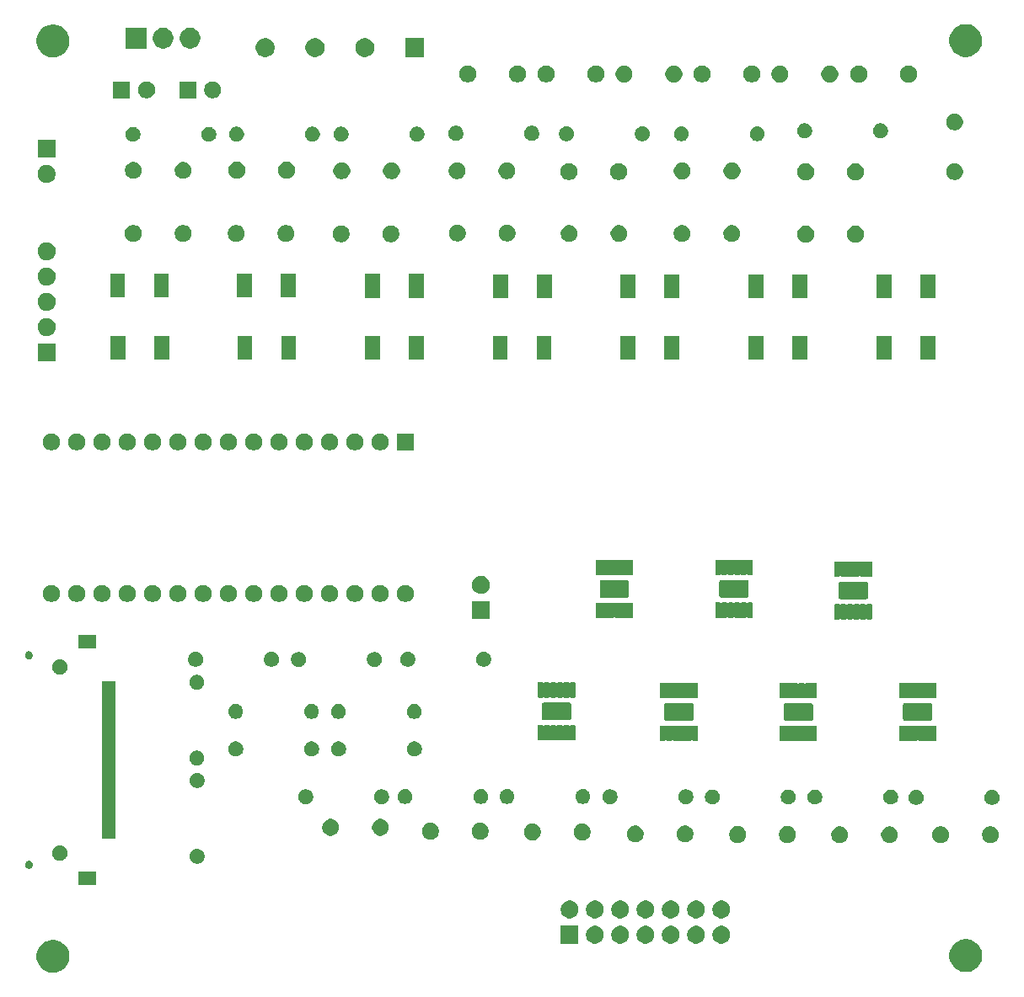
<source format=gbr>
G04 #@! TF.GenerationSoftware,KiCad,Pcbnew,(5.1.5)-3*
G04 #@! TF.CreationDate,2020-09-10T17:06:43+02:00*
G04 #@! TF.ProjectId,MultipleVoltageSource2.0,4d756c74-6970-46c6-9556-6f6c74616765,rev?*
G04 #@! TF.SameCoordinates,Original*
G04 #@! TF.FileFunction,Soldermask,Top*
G04 #@! TF.FilePolarity,Negative*
%FSLAX46Y46*%
G04 Gerber Fmt 4.6, Leading zero omitted, Abs format (unit mm)*
G04 Created by KiCad (PCBNEW (5.1.5)-3) date 2020-09-10 17:06:43*
%MOMM*%
%LPD*%
G04 APERTURE LIST*
%ADD10C,0.100000*%
G04 APERTURE END LIST*
D10*
G36*
X106500256Y-142291298D02*
G01*
X106606579Y-142312447D01*
X106725976Y-142361903D01*
X106865878Y-142419852D01*
X106907042Y-142436903D01*
X107177451Y-142617585D01*
X107407415Y-142847549D01*
X107588097Y-143117958D01*
X107712553Y-143418421D01*
X107776000Y-143737391D01*
X107776000Y-144062609D01*
X107712553Y-144381579D01*
X107588097Y-144682042D01*
X107407415Y-144952451D01*
X107177451Y-145182415D01*
X106907042Y-145363097D01*
X106606579Y-145487553D01*
X106500256Y-145508702D01*
X106287611Y-145551000D01*
X105962389Y-145551000D01*
X105749744Y-145508702D01*
X105643421Y-145487553D01*
X105342958Y-145363097D01*
X105072549Y-145182415D01*
X104842585Y-144952451D01*
X104661903Y-144682042D01*
X104537447Y-144381579D01*
X104474000Y-144062609D01*
X104474000Y-143737391D01*
X104537447Y-143418421D01*
X104661903Y-143117958D01*
X104842585Y-142847549D01*
X105072549Y-142617585D01*
X105342958Y-142436903D01*
X105384123Y-142419852D01*
X105524024Y-142361903D01*
X105643421Y-142312447D01*
X105749744Y-142291298D01*
X105962389Y-142249000D01*
X106287611Y-142249000D01*
X106500256Y-142291298D01*
G37*
G36*
X198200256Y-142216298D02*
G01*
X198306579Y-142237447D01*
X198607042Y-142361903D01*
X198877451Y-142542585D01*
X199107415Y-142772549D01*
X199288097Y-143042958D01*
X199412553Y-143343421D01*
X199476000Y-143662391D01*
X199476000Y-143987609D01*
X199412553Y-144306579D01*
X199288097Y-144607042D01*
X199107415Y-144877451D01*
X198877451Y-145107415D01*
X198607042Y-145288097D01*
X198306579Y-145412553D01*
X198200256Y-145433702D01*
X197987611Y-145476000D01*
X197662389Y-145476000D01*
X197449744Y-145433702D01*
X197343421Y-145412553D01*
X197042958Y-145288097D01*
X196772549Y-145107415D01*
X196542585Y-144877451D01*
X196361903Y-144607042D01*
X196237447Y-144306579D01*
X196174000Y-143987609D01*
X196174000Y-143662391D01*
X196237447Y-143343421D01*
X196361903Y-143042958D01*
X196542585Y-142772549D01*
X196772549Y-142542585D01*
X197042958Y-142361903D01*
X197343421Y-142237447D01*
X197449744Y-142216298D01*
X197662389Y-142174000D01*
X197987611Y-142174000D01*
X198200256Y-142216298D01*
G37*
G36*
X165763512Y-140823927D02*
G01*
X165912812Y-140853624D01*
X166076784Y-140921544D01*
X166224354Y-141020147D01*
X166349853Y-141145646D01*
X166448456Y-141293216D01*
X166516376Y-141457188D01*
X166551000Y-141631259D01*
X166551000Y-141808741D01*
X166516376Y-141982812D01*
X166448456Y-142146784D01*
X166349853Y-142294354D01*
X166224354Y-142419853D01*
X166076784Y-142518456D01*
X165912812Y-142586376D01*
X165763512Y-142616073D01*
X165738742Y-142621000D01*
X165561258Y-142621000D01*
X165536488Y-142616073D01*
X165387188Y-142586376D01*
X165223216Y-142518456D01*
X165075646Y-142419853D01*
X164950147Y-142294354D01*
X164851544Y-142146784D01*
X164783624Y-141982812D01*
X164749000Y-141808741D01*
X164749000Y-141631259D01*
X164783624Y-141457188D01*
X164851544Y-141293216D01*
X164950147Y-141145646D01*
X165075646Y-141020147D01*
X165223216Y-140921544D01*
X165387188Y-140853624D01*
X165536488Y-140823927D01*
X165561258Y-140819000D01*
X165738742Y-140819000D01*
X165763512Y-140823927D01*
G37*
G36*
X170843512Y-140823927D02*
G01*
X170992812Y-140853624D01*
X171156784Y-140921544D01*
X171304354Y-141020147D01*
X171429853Y-141145646D01*
X171528456Y-141293216D01*
X171596376Y-141457188D01*
X171631000Y-141631259D01*
X171631000Y-141808741D01*
X171596376Y-141982812D01*
X171528456Y-142146784D01*
X171429853Y-142294354D01*
X171304354Y-142419853D01*
X171156784Y-142518456D01*
X170992812Y-142586376D01*
X170843512Y-142616073D01*
X170818742Y-142621000D01*
X170641258Y-142621000D01*
X170616488Y-142616073D01*
X170467188Y-142586376D01*
X170303216Y-142518456D01*
X170155646Y-142419853D01*
X170030147Y-142294354D01*
X169931544Y-142146784D01*
X169863624Y-141982812D01*
X169829000Y-141808741D01*
X169829000Y-141631259D01*
X169863624Y-141457188D01*
X169931544Y-141293216D01*
X170030147Y-141145646D01*
X170155646Y-141020147D01*
X170303216Y-140921544D01*
X170467188Y-140853624D01*
X170616488Y-140823927D01*
X170641258Y-140819000D01*
X170818742Y-140819000D01*
X170843512Y-140823927D01*
G37*
G36*
X168303512Y-140823927D02*
G01*
X168452812Y-140853624D01*
X168616784Y-140921544D01*
X168764354Y-141020147D01*
X168889853Y-141145646D01*
X168988456Y-141293216D01*
X169056376Y-141457188D01*
X169091000Y-141631259D01*
X169091000Y-141808741D01*
X169056376Y-141982812D01*
X168988456Y-142146784D01*
X168889853Y-142294354D01*
X168764354Y-142419853D01*
X168616784Y-142518456D01*
X168452812Y-142586376D01*
X168303512Y-142616073D01*
X168278742Y-142621000D01*
X168101258Y-142621000D01*
X168076488Y-142616073D01*
X167927188Y-142586376D01*
X167763216Y-142518456D01*
X167615646Y-142419853D01*
X167490147Y-142294354D01*
X167391544Y-142146784D01*
X167323624Y-141982812D01*
X167289000Y-141808741D01*
X167289000Y-141631259D01*
X167323624Y-141457188D01*
X167391544Y-141293216D01*
X167490147Y-141145646D01*
X167615646Y-141020147D01*
X167763216Y-140921544D01*
X167927188Y-140853624D01*
X168076488Y-140823927D01*
X168101258Y-140819000D01*
X168278742Y-140819000D01*
X168303512Y-140823927D01*
G37*
G36*
X163223512Y-140823927D02*
G01*
X163372812Y-140853624D01*
X163536784Y-140921544D01*
X163684354Y-141020147D01*
X163809853Y-141145646D01*
X163908456Y-141293216D01*
X163976376Y-141457188D01*
X164011000Y-141631259D01*
X164011000Y-141808741D01*
X163976376Y-141982812D01*
X163908456Y-142146784D01*
X163809853Y-142294354D01*
X163684354Y-142419853D01*
X163536784Y-142518456D01*
X163372812Y-142586376D01*
X163223512Y-142616073D01*
X163198742Y-142621000D01*
X163021258Y-142621000D01*
X162996488Y-142616073D01*
X162847188Y-142586376D01*
X162683216Y-142518456D01*
X162535646Y-142419853D01*
X162410147Y-142294354D01*
X162311544Y-142146784D01*
X162243624Y-141982812D01*
X162209000Y-141808741D01*
X162209000Y-141631259D01*
X162243624Y-141457188D01*
X162311544Y-141293216D01*
X162410147Y-141145646D01*
X162535646Y-141020147D01*
X162683216Y-140921544D01*
X162847188Y-140853624D01*
X162996488Y-140823927D01*
X163021258Y-140819000D01*
X163198742Y-140819000D01*
X163223512Y-140823927D01*
G37*
G36*
X160683512Y-140823927D02*
G01*
X160832812Y-140853624D01*
X160996784Y-140921544D01*
X161144354Y-141020147D01*
X161269853Y-141145646D01*
X161368456Y-141293216D01*
X161436376Y-141457188D01*
X161471000Y-141631259D01*
X161471000Y-141808741D01*
X161436376Y-141982812D01*
X161368456Y-142146784D01*
X161269853Y-142294354D01*
X161144354Y-142419853D01*
X160996784Y-142518456D01*
X160832812Y-142586376D01*
X160683512Y-142616073D01*
X160658742Y-142621000D01*
X160481258Y-142621000D01*
X160456488Y-142616073D01*
X160307188Y-142586376D01*
X160143216Y-142518456D01*
X159995646Y-142419853D01*
X159870147Y-142294354D01*
X159771544Y-142146784D01*
X159703624Y-141982812D01*
X159669000Y-141808741D01*
X159669000Y-141631259D01*
X159703624Y-141457188D01*
X159771544Y-141293216D01*
X159870147Y-141145646D01*
X159995646Y-141020147D01*
X160143216Y-140921544D01*
X160307188Y-140853624D01*
X160456488Y-140823927D01*
X160481258Y-140819000D01*
X160658742Y-140819000D01*
X160683512Y-140823927D01*
G37*
G36*
X158931000Y-142621000D02*
G01*
X157129000Y-142621000D01*
X157129000Y-140819000D01*
X158931000Y-140819000D01*
X158931000Y-142621000D01*
G37*
G36*
X173383512Y-140823927D02*
G01*
X173532812Y-140853624D01*
X173696784Y-140921544D01*
X173844354Y-141020147D01*
X173969853Y-141145646D01*
X174068456Y-141293216D01*
X174136376Y-141457188D01*
X174171000Y-141631259D01*
X174171000Y-141808741D01*
X174136376Y-141982812D01*
X174068456Y-142146784D01*
X173969853Y-142294354D01*
X173844354Y-142419853D01*
X173696784Y-142518456D01*
X173532812Y-142586376D01*
X173383512Y-142616073D01*
X173358742Y-142621000D01*
X173181258Y-142621000D01*
X173156488Y-142616073D01*
X173007188Y-142586376D01*
X172843216Y-142518456D01*
X172695646Y-142419853D01*
X172570147Y-142294354D01*
X172471544Y-142146784D01*
X172403624Y-141982812D01*
X172369000Y-141808741D01*
X172369000Y-141631259D01*
X172403624Y-141457188D01*
X172471544Y-141293216D01*
X172570147Y-141145646D01*
X172695646Y-141020147D01*
X172843216Y-140921544D01*
X173007188Y-140853624D01*
X173156488Y-140823927D01*
X173181258Y-140819000D01*
X173358742Y-140819000D01*
X173383512Y-140823927D01*
G37*
G36*
X160683512Y-138283927D02*
G01*
X160832812Y-138313624D01*
X160996784Y-138381544D01*
X161144354Y-138480147D01*
X161269853Y-138605646D01*
X161368456Y-138753216D01*
X161436376Y-138917188D01*
X161471000Y-139091259D01*
X161471000Y-139268741D01*
X161436376Y-139442812D01*
X161368456Y-139606784D01*
X161269853Y-139754354D01*
X161144354Y-139879853D01*
X160996784Y-139978456D01*
X160832812Y-140046376D01*
X160683512Y-140076073D01*
X160658742Y-140081000D01*
X160481258Y-140081000D01*
X160456488Y-140076073D01*
X160307188Y-140046376D01*
X160143216Y-139978456D01*
X159995646Y-139879853D01*
X159870147Y-139754354D01*
X159771544Y-139606784D01*
X159703624Y-139442812D01*
X159669000Y-139268741D01*
X159669000Y-139091259D01*
X159703624Y-138917188D01*
X159771544Y-138753216D01*
X159870147Y-138605646D01*
X159995646Y-138480147D01*
X160143216Y-138381544D01*
X160307188Y-138313624D01*
X160456488Y-138283927D01*
X160481258Y-138279000D01*
X160658742Y-138279000D01*
X160683512Y-138283927D01*
G37*
G36*
X165763512Y-138283927D02*
G01*
X165912812Y-138313624D01*
X166076784Y-138381544D01*
X166224354Y-138480147D01*
X166349853Y-138605646D01*
X166448456Y-138753216D01*
X166516376Y-138917188D01*
X166551000Y-139091259D01*
X166551000Y-139268741D01*
X166516376Y-139442812D01*
X166448456Y-139606784D01*
X166349853Y-139754354D01*
X166224354Y-139879853D01*
X166076784Y-139978456D01*
X165912812Y-140046376D01*
X165763512Y-140076073D01*
X165738742Y-140081000D01*
X165561258Y-140081000D01*
X165536488Y-140076073D01*
X165387188Y-140046376D01*
X165223216Y-139978456D01*
X165075646Y-139879853D01*
X164950147Y-139754354D01*
X164851544Y-139606784D01*
X164783624Y-139442812D01*
X164749000Y-139268741D01*
X164749000Y-139091259D01*
X164783624Y-138917188D01*
X164851544Y-138753216D01*
X164950147Y-138605646D01*
X165075646Y-138480147D01*
X165223216Y-138381544D01*
X165387188Y-138313624D01*
X165536488Y-138283927D01*
X165561258Y-138279000D01*
X165738742Y-138279000D01*
X165763512Y-138283927D01*
G37*
G36*
X170843512Y-138283927D02*
G01*
X170992812Y-138313624D01*
X171156784Y-138381544D01*
X171304354Y-138480147D01*
X171429853Y-138605646D01*
X171528456Y-138753216D01*
X171596376Y-138917188D01*
X171631000Y-139091259D01*
X171631000Y-139268741D01*
X171596376Y-139442812D01*
X171528456Y-139606784D01*
X171429853Y-139754354D01*
X171304354Y-139879853D01*
X171156784Y-139978456D01*
X170992812Y-140046376D01*
X170843512Y-140076073D01*
X170818742Y-140081000D01*
X170641258Y-140081000D01*
X170616488Y-140076073D01*
X170467188Y-140046376D01*
X170303216Y-139978456D01*
X170155646Y-139879853D01*
X170030147Y-139754354D01*
X169931544Y-139606784D01*
X169863624Y-139442812D01*
X169829000Y-139268741D01*
X169829000Y-139091259D01*
X169863624Y-138917188D01*
X169931544Y-138753216D01*
X170030147Y-138605646D01*
X170155646Y-138480147D01*
X170303216Y-138381544D01*
X170467188Y-138313624D01*
X170616488Y-138283927D01*
X170641258Y-138279000D01*
X170818742Y-138279000D01*
X170843512Y-138283927D01*
G37*
G36*
X158143512Y-138283927D02*
G01*
X158292812Y-138313624D01*
X158456784Y-138381544D01*
X158604354Y-138480147D01*
X158729853Y-138605646D01*
X158828456Y-138753216D01*
X158896376Y-138917188D01*
X158931000Y-139091259D01*
X158931000Y-139268741D01*
X158896376Y-139442812D01*
X158828456Y-139606784D01*
X158729853Y-139754354D01*
X158604354Y-139879853D01*
X158456784Y-139978456D01*
X158292812Y-140046376D01*
X158143512Y-140076073D01*
X158118742Y-140081000D01*
X157941258Y-140081000D01*
X157916488Y-140076073D01*
X157767188Y-140046376D01*
X157603216Y-139978456D01*
X157455646Y-139879853D01*
X157330147Y-139754354D01*
X157231544Y-139606784D01*
X157163624Y-139442812D01*
X157129000Y-139268741D01*
X157129000Y-139091259D01*
X157163624Y-138917188D01*
X157231544Y-138753216D01*
X157330147Y-138605646D01*
X157455646Y-138480147D01*
X157603216Y-138381544D01*
X157767188Y-138313624D01*
X157916488Y-138283927D01*
X157941258Y-138279000D01*
X158118742Y-138279000D01*
X158143512Y-138283927D01*
G37*
G36*
X173383512Y-138283927D02*
G01*
X173532812Y-138313624D01*
X173696784Y-138381544D01*
X173844354Y-138480147D01*
X173969853Y-138605646D01*
X174068456Y-138753216D01*
X174136376Y-138917188D01*
X174171000Y-139091259D01*
X174171000Y-139268741D01*
X174136376Y-139442812D01*
X174068456Y-139606784D01*
X173969853Y-139754354D01*
X173844354Y-139879853D01*
X173696784Y-139978456D01*
X173532812Y-140046376D01*
X173383512Y-140076073D01*
X173358742Y-140081000D01*
X173181258Y-140081000D01*
X173156488Y-140076073D01*
X173007188Y-140046376D01*
X172843216Y-139978456D01*
X172695646Y-139879853D01*
X172570147Y-139754354D01*
X172471544Y-139606784D01*
X172403624Y-139442812D01*
X172369000Y-139268741D01*
X172369000Y-139091259D01*
X172403624Y-138917188D01*
X172471544Y-138753216D01*
X172570147Y-138605646D01*
X172695646Y-138480147D01*
X172843216Y-138381544D01*
X173007188Y-138313624D01*
X173156488Y-138283927D01*
X173181258Y-138279000D01*
X173358742Y-138279000D01*
X173383512Y-138283927D01*
G37*
G36*
X163223512Y-138283927D02*
G01*
X163372812Y-138313624D01*
X163536784Y-138381544D01*
X163684354Y-138480147D01*
X163809853Y-138605646D01*
X163908456Y-138753216D01*
X163976376Y-138917188D01*
X164011000Y-139091259D01*
X164011000Y-139268741D01*
X163976376Y-139442812D01*
X163908456Y-139606784D01*
X163809853Y-139754354D01*
X163684354Y-139879853D01*
X163536784Y-139978456D01*
X163372812Y-140046376D01*
X163223512Y-140076073D01*
X163198742Y-140081000D01*
X163021258Y-140081000D01*
X162996488Y-140076073D01*
X162847188Y-140046376D01*
X162683216Y-139978456D01*
X162535646Y-139879853D01*
X162410147Y-139754354D01*
X162311544Y-139606784D01*
X162243624Y-139442812D01*
X162209000Y-139268741D01*
X162209000Y-139091259D01*
X162243624Y-138917188D01*
X162311544Y-138753216D01*
X162410147Y-138605646D01*
X162535646Y-138480147D01*
X162683216Y-138381544D01*
X162847188Y-138313624D01*
X162996488Y-138283927D01*
X163021258Y-138279000D01*
X163198742Y-138279000D01*
X163223512Y-138283927D01*
G37*
G36*
X168303512Y-138283927D02*
G01*
X168452812Y-138313624D01*
X168616784Y-138381544D01*
X168764354Y-138480147D01*
X168889853Y-138605646D01*
X168988456Y-138753216D01*
X169056376Y-138917188D01*
X169091000Y-139091259D01*
X169091000Y-139268741D01*
X169056376Y-139442812D01*
X168988456Y-139606784D01*
X168889853Y-139754354D01*
X168764354Y-139879853D01*
X168616784Y-139978456D01*
X168452812Y-140046376D01*
X168303512Y-140076073D01*
X168278742Y-140081000D01*
X168101258Y-140081000D01*
X168076488Y-140076073D01*
X167927188Y-140046376D01*
X167763216Y-139978456D01*
X167615646Y-139879853D01*
X167490147Y-139754354D01*
X167391544Y-139606784D01*
X167323624Y-139442812D01*
X167289000Y-139268741D01*
X167289000Y-139091259D01*
X167323624Y-138917188D01*
X167391544Y-138753216D01*
X167490147Y-138605646D01*
X167615646Y-138480147D01*
X167763216Y-138381544D01*
X167927188Y-138313624D01*
X168076488Y-138283927D01*
X168101258Y-138279000D01*
X168278742Y-138279000D01*
X168303512Y-138283927D01*
G37*
G36*
X110462000Y-136736200D02*
G01*
X108710000Y-136736200D01*
X108710000Y-135384200D01*
X110462000Y-135384200D01*
X110462000Y-136736200D01*
G37*
G36*
X103789231Y-134291905D02*
G01*
X103827967Y-134299610D01*
X103856268Y-134311333D01*
X103900944Y-134329838D01*
X103966622Y-134373723D01*
X104022477Y-134429578D01*
X104066362Y-134495256D01*
X104096590Y-134568234D01*
X104112000Y-134645704D01*
X104112000Y-134724696D01*
X104096590Y-134802166D01*
X104066362Y-134875144D01*
X104022477Y-134940822D01*
X103966622Y-134996677D01*
X103900944Y-135040562D01*
X103858195Y-135058269D01*
X103827967Y-135070790D01*
X103789231Y-135078495D01*
X103750496Y-135086200D01*
X103671504Y-135086200D01*
X103632769Y-135078495D01*
X103594033Y-135070790D01*
X103563805Y-135058269D01*
X103521056Y-135040562D01*
X103455378Y-134996677D01*
X103399523Y-134940822D01*
X103355638Y-134875144D01*
X103325410Y-134802166D01*
X103310000Y-134724696D01*
X103310000Y-134645704D01*
X103325410Y-134568234D01*
X103355638Y-134495256D01*
X103399523Y-134429578D01*
X103455378Y-134373723D01*
X103521056Y-134329838D01*
X103565732Y-134311333D01*
X103594033Y-134299610D01*
X103632769Y-134291905D01*
X103671504Y-134284200D01*
X103750496Y-134284200D01*
X103789231Y-134291905D01*
G37*
G36*
X120818259Y-133110460D02*
G01*
X120883844Y-133137626D01*
X120954932Y-133167072D01*
X121077935Y-133249260D01*
X121182540Y-133353865D01*
X121264728Y-133476868D01*
X121264729Y-133476870D01*
X121321340Y-133613541D01*
X121350200Y-133758632D01*
X121350200Y-133906568D01*
X121331641Y-133999871D01*
X121321340Y-134051659D01*
X121264728Y-134188332D01*
X121182540Y-134311335D01*
X121077935Y-134415940D01*
X120954932Y-134498128D01*
X120954931Y-134498129D01*
X120954930Y-134498129D01*
X120818259Y-134554740D01*
X120673168Y-134583600D01*
X120525232Y-134583600D01*
X120380141Y-134554740D01*
X120243470Y-134498129D01*
X120243469Y-134498129D01*
X120243468Y-134498128D01*
X120120465Y-134415940D01*
X120015860Y-134311335D01*
X119933672Y-134188332D01*
X119877060Y-134051659D01*
X119866759Y-133999871D01*
X119848200Y-133906568D01*
X119848200Y-133758632D01*
X119877060Y-133613541D01*
X119933671Y-133476870D01*
X119933672Y-133476868D01*
X120015860Y-133353865D01*
X120120465Y-133249260D01*
X120243468Y-133167072D01*
X120314557Y-133137626D01*
X120380141Y-133110460D01*
X120525232Y-133081600D01*
X120673168Y-133081600D01*
X120818259Y-133110460D01*
G37*
G36*
X107037348Y-132759020D02*
G01*
X107037350Y-132759021D01*
X107037351Y-132759021D01*
X107178574Y-132817517D01*
X107178577Y-132817519D01*
X107305669Y-132902439D01*
X107413761Y-133010531D01*
X107480531Y-133110460D01*
X107498683Y-133137626D01*
X107544923Y-133249260D01*
X107557180Y-133278852D01*
X107587000Y-133428769D01*
X107587000Y-133581631D01*
X107580653Y-133613541D01*
X107557179Y-133731551D01*
X107498683Y-133872774D01*
X107498681Y-133872777D01*
X107413761Y-133999869D01*
X107305669Y-134107961D01*
X107185388Y-134188330D01*
X107178574Y-134192883D01*
X107037351Y-134251379D01*
X107037350Y-134251379D01*
X107037348Y-134251380D01*
X106887431Y-134281200D01*
X106734569Y-134281200D01*
X106584652Y-134251380D01*
X106584650Y-134251379D01*
X106584649Y-134251379D01*
X106443426Y-134192883D01*
X106436612Y-134188330D01*
X106316331Y-134107961D01*
X106208239Y-133999869D01*
X106123319Y-133872777D01*
X106123317Y-133872774D01*
X106064821Y-133731551D01*
X106041348Y-133613541D01*
X106035000Y-133581631D01*
X106035000Y-133428769D01*
X106064820Y-133278852D01*
X106077077Y-133249260D01*
X106123317Y-133137626D01*
X106141469Y-133110460D01*
X106208239Y-133010531D01*
X106316331Y-132902439D01*
X106443423Y-132817519D01*
X106443426Y-132817517D01*
X106584649Y-132759021D01*
X106584650Y-132759021D01*
X106584652Y-132759020D01*
X106734569Y-132729200D01*
X106887431Y-132729200D01*
X107037348Y-132759020D01*
G37*
G36*
X190418228Y-130861703D02*
G01*
X190573100Y-130925853D01*
X190712481Y-131018985D01*
X190831015Y-131137519D01*
X190924147Y-131276900D01*
X190988297Y-131431772D01*
X191021000Y-131596184D01*
X191021000Y-131763816D01*
X190988297Y-131928228D01*
X190924147Y-132083100D01*
X190831015Y-132222481D01*
X190712481Y-132341015D01*
X190573100Y-132434147D01*
X190418228Y-132498297D01*
X190253816Y-132531000D01*
X190086184Y-132531000D01*
X189921772Y-132498297D01*
X189766900Y-132434147D01*
X189627519Y-132341015D01*
X189508985Y-132222481D01*
X189415853Y-132083100D01*
X189351703Y-131928228D01*
X189319000Y-131763816D01*
X189319000Y-131596184D01*
X189351703Y-131431772D01*
X189415853Y-131276900D01*
X189508985Y-131137519D01*
X189627519Y-131018985D01*
X189766900Y-130925853D01*
X189921772Y-130861703D01*
X190086184Y-130829000D01*
X190253816Y-130829000D01*
X190418228Y-130861703D01*
G37*
G36*
X200558228Y-130861703D02*
G01*
X200713100Y-130925853D01*
X200852481Y-131018985D01*
X200971015Y-131137519D01*
X201064147Y-131276900D01*
X201128297Y-131431772D01*
X201161000Y-131596184D01*
X201161000Y-131763816D01*
X201128297Y-131928228D01*
X201064147Y-132083100D01*
X200971015Y-132222481D01*
X200852481Y-132341015D01*
X200713100Y-132434147D01*
X200558228Y-132498297D01*
X200393816Y-132531000D01*
X200226184Y-132531000D01*
X200061772Y-132498297D01*
X199906900Y-132434147D01*
X199767519Y-132341015D01*
X199648985Y-132222481D01*
X199555853Y-132083100D01*
X199491703Y-131928228D01*
X199459000Y-131763816D01*
X199459000Y-131596184D01*
X199491703Y-131431772D01*
X199555853Y-131276900D01*
X199648985Y-131137519D01*
X199767519Y-131018985D01*
X199906900Y-130925853D01*
X200061772Y-130861703D01*
X200226184Y-130829000D01*
X200393816Y-130829000D01*
X200558228Y-130861703D01*
G37*
G36*
X185418228Y-130861703D02*
G01*
X185573100Y-130925853D01*
X185712481Y-131018985D01*
X185831015Y-131137519D01*
X185924147Y-131276900D01*
X185988297Y-131431772D01*
X186021000Y-131596184D01*
X186021000Y-131763816D01*
X185988297Y-131928228D01*
X185924147Y-132083100D01*
X185831015Y-132222481D01*
X185712481Y-132341015D01*
X185573100Y-132434147D01*
X185418228Y-132498297D01*
X185253816Y-132531000D01*
X185086184Y-132531000D01*
X184921772Y-132498297D01*
X184766900Y-132434147D01*
X184627519Y-132341015D01*
X184508985Y-132222481D01*
X184415853Y-132083100D01*
X184351703Y-131928228D01*
X184319000Y-131763816D01*
X184319000Y-131596184D01*
X184351703Y-131431772D01*
X184415853Y-131276900D01*
X184508985Y-131137519D01*
X184627519Y-131018985D01*
X184766900Y-130925853D01*
X184921772Y-130861703D01*
X185086184Y-130829000D01*
X185253816Y-130829000D01*
X185418228Y-130861703D01*
G37*
G36*
X195558228Y-130861703D02*
G01*
X195713100Y-130925853D01*
X195852481Y-131018985D01*
X195971015Y-131137519D01*
X196064147Y-131276900D01*
X196128297Y-131431772D01*
X196161000Y-131596184D01*
X196161000Y-131763816D01*
X196128297Y-131928228D01*
X196064147Y-132083100D01*
X195971015Y-132222481D01*
X195852481Y-132341015D01*
X195713100Y-132434147D01*
X195558228Y-132498297D01*
X195393816Y-132531000D01*
X195226184Y-132531000D01*
X195061772Y-132498297D01*
X194906900Y-132434147D01*
X194767519Y-132341015D01*
X194648985Y-132222481D01*
X194555853Y-132083100D01*
X194491703Y-131928228D01*
X194459000Y-131763816D01*
X194459000Y-131596184D01*
X194491703Y-131431772D01*
X194555853Y-131276900D01*
X194648985Y-131137519D01*
X194767519Y-131018985D01*
X194906900Y-130925853D01*
X195061772Y-130861703D01*
X195226184Y-130829000D01*
X195393816Y-130829000D01*
X195558228Y-130861703D01*
G37*
G36*
X175158228Y-130841703D02*
G01*
X175313100Y-130905853D01*
X175452481Y-130998985D01*
X175571015Y-131117519D01*
X175664147Y-131256900D01*
X175728297Y-131411772D01*
X175761000Y-131576184D01*
X175761000Y-131743816D01*
X175728297Y-131908228D01*
X175664147Y-132063100D01*
X175571015Y-132202481D01*
X175452481Y-132321015D01*
X175313100Y-132414147D01*
X175158228Y-132478297D01*
X174993816Y-132511000D01*
X174826184Y-132511000D01*
X174661772Y-132478297D01*
X174506900Y-132414147D01*
X174367519Y-132321015D01*
X174248985Y-132202481D01*
X174155853Y-132063100D01*
X174091703Y-131908228D01*
X174059000Y-131743816D01*
X174059000Y-131576184D01*
X174091703Y-131411772D01*
X174155853Y-131256900D01*
X174248985Y-131117519D01*
X174367519Y-130998985D01*
X174506900Y-130905853D01*
X174661772Y-130841703D01*
X174826184Y-130809000D01*
X174993816Y-130809000D01*
X175158228Y-130841703D01*
G37*
G36*
X180158228Y-130841703D02*
G01*
X180313100Y-130905853D01*
X180452481Y-130998985D01*
X180571015Y-131117519D01*
X180664147Y-131256900D01*
X180728297Y-131411772D01*
X180761000Y-131576184D01*
X180761000Y-131743816D01*
X180728297Y-131908228D01*
X180664147Y-132063100D01*
X180571015Y-132202481D01*
X180452481Y-132321015D01*
X180313100Y-132414147D01*
X180158228Y-132478297D01*
X179993816Y-132511000D01*
X179826184Y-132511000D01*
X179661772Y-132478297D01*
X179506900Y-132414147D01*
X179367519Y-132321015D01*
X179248985Y-132202481D01*
X179155853Y-132063100D01*
X179091703Y-131908228D01*
X179059000Y-131743816D01*
X179059000Y-131576184D01*
X179091703Y-131411772D01*
X179155853Y-131256900D01*
X179248985Y-131117519D01*
X179367519Y-130998985D01*
X179506900Y-130905853D01*
X179661772Y-130841703D01*
X179826184Y-130809000D01*
X179993816Y-130809000D01*
X180158228Y-130841703D01*
G37*
G36*
X169868228Y-130771703D02*
G01*
X170023100Y-130835853D01*
X170162481Y-130928985D01*
X170281015Y-131047519D01*
X170374147Y-131186900D01*
X170438297Y-131341772D01*
X170471000Y-131506184D01*
X170471000Y-131673816D01*
X170438297Y-131838228D01*
X170374147Y-131993100D01*
X170281015Y-132132481D01*
X170162481Y-132251015D01*
X170023100Y-132344147D01*
X169868228Y-132408297D01*
X169703816Y-132441000D01*
X169536184Y-132441000D01*
X169371772Y-132408297D01*
X169216900Y-132344147D01*
X169077519Y-132251015D01*
X168958985Y-132132481D01*
X168865853Y-131993100D01*
X168801703Y-131838228D01*
X168769000Y-131673816D01*
X168769000Y-131506184D01*
X168801703Y-131341772D01*
X168865853Y-131186900D01*
X168958985Y-131047519D01*
X169077519Y-130928985D01*
X169216900Y-130835853D01*
X169371772Y-130771703D01*
X169536184Y-130739000D01*
X169703816Y-130739000D01*
X169868228Y-130771703D01*
G37*
G36*
X164868228Y-130771703D02*
G01*
X165023100Y-130835853D01*
X165162481Y-130928985D01*
X165281015Y-131047519D01*
X165374147Y-131186900D01*
X165438297Y-131341772D01*
X165471000Y-131506184D01*
X165471000Y-131673816D01*
X165438297Y-131838228D01*
X165374147Y-131993100D01*
X165281015Y-132132481D01*
X165162481Y-132251015D01*
X165023100Y-132344147D01*
X164868228Y-132408297D01*
X164703816Y-132441000D01*
X164536184Y-132441000D01*
X164371772Y-132408297D01*
X164216900Y-132344147D01*
X164077519Y-132251015D01*
X163958985Y-132132481D01*
X163865853Y-131993100D01*
X163801703Y-131838228D01*
X163769000Y-131673816D01*
X163769000Y-131506184D01*
X163801703Y-131341772D01*
X163865853Y-131186900D01*
X163958985Y-131047519D01*
X164077519Y-130928985D01*
X164216900Y-130835853D01*
X164371772Y-130771703D01*
X164536184Y-130739000D01*
X164703816Y-130739000D01*
X164868228Y-130771703D01*
G37*
G36*
X159538228Y-130581703D02*
G01*
X159693100Y-130645853D01*
X159832481Y-130738985D01*
X159951015Y-130857519D01*
X160044147Y-130996900D01*
X160108297Y-131151772D01*
X160141000Y-131316184D01*
X160141000Y-131483816D01*
X160108297Y-131648228D01*
X160044147Y-131803100D01*
X159951015Y-131942481D01*
X159832481Y-132061015D01*
X159693100Y-132154147D01*
X159538228Y-132218297D01*
X159373816Y-132251000D01*
X159206184Y-132251000D01*
X159041772Y-132218297D01*
X158886900Y-132154147D01*
X158747519Y-132061015D01*
X158628985Y-131942481D01*
X158535853Y-131803100D01*
X158471703Y-131648228D01*
X158439000Y-131483816D01*
X158439000Y-131316184D01*
X158471703Y-131151772D01*
X158535853Y-130996900D01*
X158628985Y-130857519D01*
X158747519Y-130738985D01*
X158886900Y-130645853D01*
X159041772Y-130581703D01*
X159206184Y-130549000D01*
X159373816Y-130549000D01*
X159538228Y-130581703D01*
G37*
G36*
X154538228Y-130581703D02*
G01*
X154693100Y-130645853D01*
X154832481Y-130738985D01*
X154951015Y-130857519D01*
X155044147Y-130996900D01*
X155108297Y-131151772D01*
X155141000Y-131316184D01*
X155141000Y-131483816D01*
X155108297Y-131648228D01*
X155044147Y-131803100D01*
X154951015Y-131942481D01*
X154832481Y-132061015D01*
X154693100Y-132154147D01*
X154538228Y-132218297D01*
X154373816Y-132251000D01*
X154206184Y-132251000D01*
X154041772Y-132218297D01*
X153886900Y-132154147D01*
X153747519Y-132061015D01*
X153628985Y-131942481D01*
X153535853Y-131803100D01*
X153471703Y-131648228D01*
X153439000Y-131483816D01*
X153439000Y-131316184D01*
X153471703Y-131151772D01*
X153535853Y-130996900D01*
X153628985Y-130857519D01*
X153747519Y-130738985D01*
X153886900Y-130645853D01*
X154041772Y-130581703D01*
X154206184Y-130549000D01*
X154373816Y-130549000D01*
X154538228Y-130581703D01*
G37*
G36*
X149288228Y-130501703D02*
G01*
X149443100Y-130565853D01*
X149582481Y-130658985D01*
X149701015Y-130777519D01*
X149794147Y-130916900D01*
X149858297Y-131071772D01*
X149891000Y-131236184D01*
X149891000Y-131403816D01*
X149858297Y-131568228D01*
X149794147Y-131723100D01*
X149701015Y-131862481D01*
X149582481Y-131981015D01*
X149443100Y-132074147D01*
X149288228Y-132138297D01*
X149123816Y-132171000D01*
X148956184Y-132171000D01*
X148791772Y-132138297D01*
X148636900Y-132074147D01*
X148497519Y-131981015D01*
X148378985Y-131862481D01*
X148285853Y-131723100D01*
X148221703Y-131568228D01*
X148189000Y-131403816D01*
X148189000Y-131236184D01*
X148221703Y-131071772D01*
X148285853Y-130916900D01*
X148378985Y-130777519D01*
X148497519Y-130658985D01*
X148636900Y-130565853D01*
X148791772Y-130501703D01*
X148956184Y-130469000D01*
X149123816Y-130469000D01*
X149288228Y-130501703D01*
G37*
G36*
X144288228Y-130501703D02*
G01*
X144443100Y-130565853D01*
X144582481Y-130658985D01*
X144701015Y-130777519D01*
X144794147Y-130916900D01*
X144858297Y-131071772D01*
X144891000Y-131236184D01*
X144891000Y-131403816D01*
X144858297Y-131568228D01*
X144794147Y-131723100D01*
X144701015Y-131862481D01*
X144582481Y-131981015D01*
X144443100Y-132074147D01*
X144288228Y-132138297D01*
X144123816Y-132171000D01*
X143956184Y-132171000D01*
X143791772Y-132138297D01*
X143636900Y-132074147D01*
X143497519Y-131981015D01*
X143378985Y-131862481D01*
X143285853Y-131723100D01*
X143221703Y-131568228D01*
X143189000Y-131403816D01*
X143189000Y-131236184D01*
X143221703Y-131071772D01*
X143285853Y-130916900D01*
X143378985Y-130777519D01*
X143497519Y-130658985D01*
X143636900Y-130565853D01*
X143791772Y-130501703D01*
X143956184Y-130469000D01*
X144123816Y-130469000D01*
X144288228Y-130501703D01*
G37*
G36*
X112372000Y-132056200D02*
G01*
X111020000Y-132056200D01*
X111020000Y-116254200D01*
X112372000Y-116254200D01*
X112372000Y-132056200D01*
G37*
G36*
X134278228Y-130111703D02*
G01*
X134433100Y-130175853D01*
X134572481Y-130268985D01*
X134691015Y-130387519D01*
X134784147Y-130526900D01*
X134848297Y-130681772D01*
X134881000Y-130846184D01*
X134881000Y-131013816D01*
X134848297Y-131178228D01*
X134784147Y-131333100D01*
X134691015Y-131472481D01*
X134572481Y-131591015D01*
X134433100Y-131684147D01*
X134278228Y-131748297D01*
X134113816Y-131781000D01*
X133946184Y-131781000D01*
X133781772Y-131748297D01*
X133626900Y-131684147D01*
X133487519Y-131591015D01*
X133368985Y-131472481D01*
X133275853Y-131333100D01*
X133211703Y-131178228D01*
X133179000Y-131013816D01*
X133179000Y-130846184D01*
X133211703Y-130681772D01*
X133275853Y-130526900D01*
X133368985Y-130387519D01*
X133487519Y-130268985D01*
X133626900Y-130175853D01*
X133781772Y-130111703D01*
X133946184Y-130079000D01*
X134113816Y-130079000D01*
X134278228Y-130111703D01*
G37*
G36*
X139278228Y-130111703D02*
G01*
X139433100Y-130175853D01*
X139572481Y-130268985D01*
X139691015Y-130387519D01*
X139784147Y-130526900D01*
X139848297Y-130681772D01*
X139881000Y-130846184D01*
X139881000Y-131013816D01*
X139848297Y-131178228D01*
X139784147Y-131333100D01*
X139691015Y-131472481D01*
X139572481Y-131591015D01*
X139433100Y-131684147D01*
X139278228Y-131748297D01*
X139113816Y-131781000D01*
X138946184Y-131781000D01*
X138781772Y-131748297D01*
X138626900Y-131684147D01*
X138487519Y-131591015D01*
X138368985Y-131472481D01*
X138275853Y-131333100D01*
X138211703Y-131178228D01*
X138179000Y-131013816D01*
X138179000Y-130846184D01*
X138211703Y-130681772D01*
X138275853Y-130526900D01*
X138368985Y-130387519D01*
X138487519Y-130268985D01*
X138626900Y-130175853D01*
X138781772Y-130111703D01*
X138946184Y-130079000D01*
X139113816Y-130079000D01*
X139278228Y-130111703D01*
G37*
G36*
X193059059Y-127197860D02*
G01*
X193185226Y-127250120D01*
X193195732Y-127254472D01*
X193318735Y-127336660D01*
X193423340Y-127441265D01*
X193472119Y-127514268D01*
X193505529Y-127564270D01*
X193562140Y-127700941D01*
X193591000Y-127846032D01*
X193591000Y-127993968D01*
X193562140Y-128139059D01*
X193522098Y-128235730D01*
X193505528Y-128275732D01*
X193423340Y-128398735D01*
X193318735Y-128503340D01*
X193195732Y-128585528D01*
X193195731Y-128585529D01*
X193195730Y-128585529D01*
X193059059Y-128642140D01*
X192913968Y-128671000D01*
X192766032Y-128671000D01*
X192620941Y-128642140D01*
X192484270Y-128585529D01*
X192484269Y-128585529D01*
X192484268Y-128585528D01*
X192361265Y-128503340D01*
X192256660Y-128398735D01*
X192174472Y-128275732D01*
X192157903Y-128235730D01*
X192117860Y-128139059D01*
X192089000Y-127993968D01*
X192089000Y-127846032D01*
X192117860Y-127700941D01*
X192174471Y-127564270D01*
X192207881Y-127514268D01*
X192256660Y-127441265D01*
X192361265Y-127336660D01*
X192484268Y-127254472D01*
X192494775Y-127250120D01*
X192620941Y-127197860D01*
X192766032Y-127169000D01*
X192913968Y-127169000D01*
X193059059Y-127197860D01*
G37*
G36*
X200679059Y-127197860D02*
G01*
X200805226Y-127250120D01*
X200815732Y-127254472D01*
X200938735Y-127336660D01*
X201043340Y-127441265D01*
X201092119Y-127514268D01*
X201125529Y-127564270D01*
X201182140Y-127700941D01*
X201211000Y-127846032D01*
X201211000Y-127993968D01*
X201182140Y-128139059D01*
X201142098Y-128235730D01*
X201125528Y-128275732D01*
X201043340Y-128398735D01*
X200938735Y-128503340D01*
X200815732Y-128585528D01*
X200815731Y-128585529D01*
X200815730Y-128585529D01*
X200679059Y-128642140D01*
X200533968Y-128671000D01*
X200386032Y-128671000D01*
X200240941Y-128642140D01*
X200104270Y-128585529D01*
X200104269Y-128585529D01*
X200104268Y-128585528D01*
X199981265Y-128503340D01*
X199876660Y-128398735D01*
X199794472Y-128275732D01*
X199777903Y-128235730D01*
X199737860Y-128139059D01*
X199709000Y-127993968D01*
X199709000Y-127846032D01*
X199737860Y-127700941D01*
X199794471Y-127564270D01*
X199827881Y-127514268D01*
X199876660Y-127441265D01*
X199981265Y-127336660D01*
X200104268Y-127254472D01*
X200114775Y-127250120D01*
X200240941Y-127197860D01*
X200386032Y-127169000D01*
X200533968Y-127169000D01*
X200679059Y-127197860D01*
G37*
G36*
X182889059Y-127157860D02*
G01*
X182985628Y-127197860D01*
X183025732Y-127214472D01*
X183148735Y-127296660D01*
X183253340Y-127401265D01*
X183335528Y-127524268D01*
X183335529Y-127524270D01*
X183392140Y-127660941D01*
X183421000Y-127806032D01*
X183421000Y-127953968D01*
X183392140Y-128099059D01*
X183347955Y-128205732D01*
X183335528Y-128235732D01*
X183253340Y-128358735D01*
X183148735Y-128463340D01*
X183025732Y-128545528D01*
X183025731Y-128545529D01*
X183025730Y-128545529D01*
X182889059Y-128602140D01*
X182743968Y-128631000D01*
X182596032Y-128631000D01*
X182450941Y-128602140D01*
X182314270Y-128545529D01*
X182314269Y-128545529D01*
X182314268Y-128545528D01*
X182191265Y-128463340D01*
X182086660Y-128358735D01*
X182004472Y-128235732D01*
X181992046Y-128205732D01*
X181947860Y-128099059D01*
X181919000Y-127953968D01*
X181919000Y-127806032D01*
X181947860Y-127660941D01*
X182004471Y-127524270D01*
X182004472Y-127524268D01*
X182086660Y-127401265D01*
X182191265Y-127296660D01*
X182314268Y-127214472D01*
X182354373Y-127197860D01*
X182450941Y-127157860D01*
X182596032Y-127129000D01*
X182743968Y-127129000D01*
X182889059Y-127157860D01*
G37*
G36*
X190509059Y-127157860D02*
G01*
X190605628Y-127197860D01*
X190645732Y-127214472D01*
X190768735Y-127296660D01*
X190873340Y-127401265D01*
X190955528Y-127524268D01*
X190955529Y-127524270D01*
X191012140Y-127660941D01*
X191041000Y-127806032D01*
X191041000Y-127953968D01*
X191012140Y-128099059D01*
X190967955Y-128205732D01*
X190955528Y-128235732D01*
X190873340Y-128358735D01*
X190768735Y-128463340D01*
X190645732Y-128545528D01*
X190645731Y-128545529D01*
X190645730Y-128545529D01*
X190509059Y-128602140D01*
X190363968Y-128631000D01*
X190216032Y-128631000D01*
X190070941Y-128602140D01*
X189934270Y-128545529D01*
X189934269Y-128545529D01*
X189934268Y-128545528D01*
X189811265Y-128463340D01*
X189706660Y-128358735D01*
X189624472Y-128235732D01*
X189612046Y-128205732D01*
X189567860Y-128099059D01*
X189539000Y-127953968D01*
X189539000Y-127806032D01*
X189567860Y-127660941D01*
X189624471Y-127524270D01*
X189624472Y-127524268D01*
X189706660Y-127401265D01*
X189811265Y-127296660D01*
X189934268Y-127214472D01*
X189974373Y-127197860D01*
X190070941Y-127157860D01*
X190216032Y-127129000D01*
X190363968Y-127129000D01*
X190509059Y-127157860D01*
G37*
G36*
X172589059Y-127147860D02*
G01*
X172709770Y-127197860D01*
X172725732Y-127204472D01*
X172848735Y-127286660D01*
X172953340Y-127391265D01*
X173035528Y-127514268D01*
X173035529Y-127514270D01*
X173092140Y-127650941D01*
X173121000Y-127796032D01*
X173121000Y-127943968D01*
X173092140Y-128089059D01*
X173052098Y-128185730D01*
X173035528Y-128225732D01*
X172953340Y-128348735D01*
X172848735Y-128453340D01*
X172725732Y-128535528D01*
X172725731Y-128535529D01*
X172725730Y-128535529D01*
X172589059Y-128592140D01*
X172443968Y-128621000D01*
X172296032Y-128621000D01*
X172150941Y-128592140D01*
X172014270Y-128535529D01*
X172014269Y-128535529D01*
X172014268Y-128535528D01*
X171891265Y-128453340D01*
X171786660Y-128348735D01*
X171704472Y-128225732D01*
X171687903Y-128185730D01*
X171647860Y-128089059D01*
X171619000Y-127943968D01*
X171619000Y-127796032D01*
X171647860Y-127650941D01*
X171704471Y-127514270D01*
X171704472Y-127514268D01*
X171786660Y-127391265D01*
X171891265Y-127286660D01*
X172014268Y-127204472D01*
X172030231Y-127197860D01*
X172150941Y-127147860D01*
X172296032Y-127119000D01*
X172443968Y-127119000D01*
X172589059Y-127147860D01*
G37*
G36*
X180209059Y-127147860D02*
G01*
X180329770Y-127197860D01*
X180345732Y-127204472D01*
X180468735Y-127286660D01*
X180573340Y-127391265D01*
X180655528Y-127514268D01*
X180655529Y-127514270D01*
X180712140Y-127650941D01*
X180741000Y-127796032D01*
X180741000Y-127943968D01*
X180712140Y-128089059D01*
X180672098Y-128185730D01*
X180655528Y-128225732D01*
X180573340Y-128348735D01*
X180468735Y-128453340D01*
X180345732Y-128535528D01*
X180345731Y-128535529D01*
X180345730Y-128535529D01*
X180209059Y-128592140D01*
X180063968Y-128621000D01*
X179916032Y-128621000D01*
X179770941Y-128592140D01*
X179634270Y-128535529D01*
X179634269Y-128535529D01*
X179634268Y-128535528D01*
X179511265Y-128453340D01*
X179406660Y-128348735D01*
X179324472Y-128225732D01*
X179307903Y-128185730D01*
X179267860Y-128089059D01*
X179239000Y-127943968D01*
X179239000Y-127796032D01*
X179267860Y-127650941D01*
X179324471Y-127514270D01*
X179324472Y-127514268D01*
X179406660Y-127391265D01*
X179511265Y-127286660D01*
X179634268Y-127204472D01*
X179650231Y-127197860D01*
X179770941Y-127147860D01*
X179916032Y-127119000D01*
X180063968Y-127119000D01*
X180209059Y-127147860D01*
G37*
G36*
X139359059Y-127127860D02*
G01*
X139458380Y-127169000D01*
X139495732Y-127184472D01*
X139618735Y-127266660D01*
X139723340Y-127371265D01*
X139794477Y-127477729D01*
X139805529Y-127494270D01*
X139862140Y-127630941D01*
X139891000Y-127776032D01*
X139891000Y-127923968D01*
X139877076Y-127993968D01*
X139862140Y-128069059D01*
X139805528Y-128205732D01*
X139723340Y-128328735D01*
X139618735Y-128433340D01*
X139495732Y-128515528D01*
X139495731Y-128515529D01*
X139495730Y-128515529D01*
X139359059Y-128572140D01*
X139213968Y-128601000D01*
X139066032Y-128601000D01*
X138920941Y-128572140D01*
X138784270Y-128515529D01*
X138784269Y-128515529D01*
X138784268Y-128515528D01*
X138661265Y-128433340D01*
X138556660Y-128328735D01*
X138474472Y-128205732D01*
X138417860Y-128069059D01*
X138402924Y-127993968D01*
X138389000Y-127923968D01*
X138389000Y-127776032D01*
X138417860Y-127630941D01*
X138474471Y-127494270D01*
X138485523Y-127477729D01*
X138556660Y-127371265D01*
X138661265Y-127266660D01*
X138784268Y-127184472D01*
X138821621Y-127169000D01*
X138920941Y-127127860D01*
X139066032Y-127099000D01*
X139213968Y-127099000D01*
X139359059Y-127127860D01*
G37*
G36*
X162309059Y-127127860D02*
G01*
X162408380Y-127169000D01*
X162445732Y-127184472D01*
X162568735Y-127266660D01*
X162673340Y-127371265D01*
X162744477Y-127477729D01*
X162755529Y-127494270D01*
X162812140Y-127630941D01*
X162841000Y-127776032D01*
X162841000Y-127923968D01*
X162827076Y-127993968D01*
X162812140Y-128069059D01*
X162755528Y-128205732D01*
X162673340Y-128328735D01*
X162568735Y-128433340D01*
X162445732Y-128515528D01*
X162445731Y-128515529D01*
X162445730Y-128515529D01*
X162309059Y-128572140D01*
X162163968Y-128601000D01*
X162016032Y-128601000D01*
X161870941Y-128572140D01*
X161734270Y-128515529D01*
X161734269Y-128515529D01*
X161734268Y-128515528D01*
X161611265Y-128433340D01*
X161506660Y-128328735D01*
X161424472Y-128205732D01*
X161367860Y-128069059D01*
X161352924Y-127993968D01*
X161339000Y-127923968D01*
X161339000Y-127776032D01*
X161367860Y-127630941D01*
X161424471Y-127494270D01*
X161435523Y-127477729D01*
X161506660Y-127371265D01*
X161611265Y-127266660D01*
X161734268Y-127184472D01*
X161771621Y-127169000D01*
X161870941Y-127127860D01*
X162016032Y-127099000D01*
X162163968Y-127099000D01*
X162309059Y-127127860D01*
G37*
G36*
X131739059Y-127127860D02*
G01*
X131838380Y-127169000D01*
X131875732Y-127184472D01*
X131998735Y-127266660D01*
X132103340Y-127371265D01*
X132174477Y-127477729D01*
X132185529Y-127494270D01*
X132242140Y-127630941D01*
X132271000Y-127776032D01*
X132271000Y-127923968D01*
X132257076Y-127993968D01*
X132242140Y-128069059D01*
X132185528Y-128205732D01*
X132103340Y-128328735D01*
X131998735Y-128433340D01*
X131875732Y-128515528D01*
X131875731Y-128515529D01*
X131875730Y-128515529D01*
X131739059Y-128572140D01*
X131593968Y-128601000D01*
X131446032Y-128601000D01*
X131300941Y-128572140D01*
X131164270Y-128515529D01*
X131164269Y-128515529D01*
X131164268Y-128515528D01*
X131041265Y-128433340D01*
X130936660Y-128328735D01*
X130854472Y-128205732D01*
X130797860Y-128069059D01*
X130782924Y-127993968D01*
X130769000Y-127923968D01*
X130769000Y-127776032D01*
X130797860Y-127630941D01*
X130854471Y-127494270D01*
X130865523Y-127477729D01*
X130936660Y-127371265D01*
X131041265Y-127266660D01*
X131164268Y-127184472D01*
X131201621Y-127169000D01*
X131300941Y-127127860D01*
X131446032Y-127099000D01*
X131593968Y-127099000D01*
X131739059Y-127127860D01*
G37*
G36*
X169929059Y-127127860D02*
G01*
X170028380Y-127169000D01*
X170065732Y-127184472D01*
X170188735Y-127266660D01*
X170293340Y-127371265D01*
X170364477Y-127477729D01*
X170375529Y-127494270D01*
X170432140Y-127630941D01*
X170461000Y-127776032D01*
X170461000Y-127923968D01*
X170447076Y-127993968D01*
X170432140Y-128069059D01*
X170375528Y-128205732D01*
X170293340Y-128328735D01*
X170188735Y-128433340D01*
X170065732Y-128515528D01*
X170065731Y-128515529D01*
X170065730Y-128515529D01*
X169929059Y-128572140D01*
X169783968Y-128601000D01*
X169636032Y-128601000D01*
X169490941Y-128572140D01*
X169354270Y-128515529D01*
X169354269Y-128515529D01*
X169354268Y-128515528D01*
X169231265Y-128433340D01*
X169126660Y-128328735D01*
X169044472Y-128205732D01*
X168987860Y-128069059D01*
X168972924Y-127993968D01*
X168959000Y-127923968D01*
X168959000Y-127776032D01*
X168987860Y-127630941D01*
X169044471Y-127494270D01*
X169055523Y-127477729D01*
X169126660Y-127371265D01*
X169231265Y-127266660D01*
X169354268Y-127184472D01*
X169391621Y-127169000D01*
X169490941Y-127127860D01*
X169636032Y-127099000D01*
X169783968Y-127099000D01*
X169929059Y-127127860D01*
G37*
G36*
X141719860Y-127111321D02*
G01*
X141848178Y-127164472D01*
X141856533Y-127167933D01*
X141979536Y-127250121D01*
X142084141Y-127354726D01*
X142166329Y-127477729D01*
X142166330Y-127477731D01*
X142222941Y-127614402D01*
X142251801Y-127759493D01*
X142251801Y-127907429D01*
X142222941Y-128052520D01*
X142167764Y-128185730D01*
X142166329Y-128189193D01*
X142084141Y-128312196D01*
X141979536Y-128416801D01*
X141856533Y-128498989D01*
X141856532Y-128498990D01*
X141856531Y-128498990D01*
X141719860Y-128555601D01*
X141574769Y-128584461D01*
X141426833Y-128584461D01*
X141281742Y-128555601D01*
X141145071Y-128498990D01*
X141145070Y-128498990D01*
X141145069Y-128498989D01*
X141022066Y-128416801D01*
X140917461Y-128312196D01*
X140835273Y-128189193D01*
X140833839Y-128185730D01*
X140778661Y-128052520D01*
X140749801Y-127907429D01*
X140749801Y-127759493D01*
X140778661Y-127614402D01*
X140835272Y-127477731D01*
X140835273Y-127477729D01*
X140917461Y-127354726D01*
X141022066Y-127250121D01*
X141145069Y-127167933D01*
X141153425Y-127164472D01*
X141281742Y-127111321D01*
X141426833Y-127082461D01*
X141574769Y-127082461D01*
X141719860Y-127111321D01*
G37*
G36*
X149339860Y-127111321D02*
G01*
X149468178Y-127164472D01*
X149476533Y-127167933D01*
X149599536Y-127250121D01*
X149704141Y-127354726D01*
X149786329Y-127477729D01*
X149786330Y-127477731D01*
X149842941Y-127614402D01*
X149871801Y-127759493D01*
X149871801Y-127907429D01*
X149842941Y-128052520D01*
X149787764Y-128185730D01*
X149786329Y-128189193D01*
X149704141Y-128312196D01*
X149599536Y-128416801D01*
X149476533Y-128498989D01*
X149476532Y-128498990D01*
X149476531Y-128498990D01*
X149339860Y-128555601D01*
X149194769Y-128584461D01*
X149046833Y-128584461D01*
X148901742Y-128555601D01*
X148765071Y-128498990D01*
X148765070Y-128498990D01*
X148765069Y-128498989D01*
X148642066Y-128416801D01*
X148537461Y-128312196D01*
X148455273Y-128189193D01*
X148453839Y-128185730D01*
X148398661Y-128052520D01*
X148369801Y-127907429D01*
X148369801Y-127759493D01*
X148398661Y-127614402D01*
X148455272Y-127477731D01*
X148455273Y-127477729D01*
X148537461Y-127354726D01*
X148642066Y-127250121D01*
X148765069Y-127167933D01*
X148773425Y-127164472D01*
X148901742Y-127111321D01*
X149046833Y-127082461D01*
X149194769Y-127082461D01*
X149339860Y-127111321D01*
G37*
G36*
X151959059Y-127107860D02*
G01*
X152079770Y-127157860D01*
X152095732Y-127164472D01*
X152218735Y-127246660D01*
X152323340Y-127351265D01*
X152336705Y-127371267D01*
X152405529Y-127474270D01*
X152462140Y-127610941D01*
X152491000Y-127756032D01*
X152491000Y-127903968D01*
X152473098Y-127993967D01*
X152462140Y-128049059D01*
X152405528Y-128185732D01*
X152323340Y-128308735D01*
X152218735Y-128413340D01*
X152095732Y-128495528D01*
X152095731Y-128495529D01*
X152095730Y-128495529D01*
X151959059Y-128552140D01*
X151813968Y-128581000D01*
X151666032Y-128581000D01*
X151520941Y-128552140D01*
X151384270Y-128495529D01*
X151384269Y-128495529D01*
X151384268Y-128495528D01*
X151261265Y-128413340D01*
X151156660Y-128308735D01*
X151074472Y-128185732D01*
X151017860Y-128049059D01*
X151006902Y-127993967D01*
X150989000Y-127903968D01*
X150989000Y-127756032D01*
X151017860Y-127610941D01*
X151074471Y-127474270D01*
X151143295Y-127371267D01*
X151156660Y-127351265D01*
X151261265Y-127246660D01*
X151384268Y-127164472D01*
X151400231Y-127157860D01*
X151520941Y-127107860D01*
X151666032Y-127079000D01*
X151813968Y-127079000D01*
X151959059Y-127107860D01*
G37*
G36*
X159579059Y-127107860D02*
G01*
X159699770Y-127157860D01*
X159715732Y-127164472D01*
X159838735Y-127246660D01*
X159943340Y-127351265D01*
X159956705Y-127371267D01*
X160025529Y-127474270D01*
X160082140Y-127610941D01*
X160111000Y-127756032D01*
X160111000Y-127903968D01*
X160093098Y-127993967D01*
X160082140Y-128049059D01*
X160025528Y-128185732D01*
X159943340Y-128308735D01*
X159838735Y-128413340D01*
X159715732Y-128495528D01*
X159715731Y-128495529D01*
X159715730Y-128495529D01*
X159579059Y-128552140D01*
X159433968Y-128581000D01*
X159286032Y-128581000D01*
X159140941Y-128552140D01*
X159004270Y-128495529D01*
X159004269Y-128495529D01*
X159004268Y-128495528D01*
X158881265Y-128413340D01*
X158776660Y-128308735D01*
X158694472Y-128185732D01*
X158637860Y-128049059D01*
X158626902Y-127993967D01*
X158609000Y-127903968D01*
X158609000Y-127756032D01*
X158637860Y-127610941D01*
X158694471Y-127474270D01*
X158763295Y-127371267D01*
X158776660Y-127351265D01*
X158881265Y-127246660D01*
X159004268Y-127164472D01*
X159020231Y-127157860D01*
X159140941Y-127107860D01*
X159286032Y-127079000D01*
X159433968Y-127079000D01*
X159579059Y-127107860D01*
G37*
G36*
X120818259Y-125490460D02*
G01*
X120954932Y-125547072D01*
X121077935Y-125629260D01*
X121182540Y-125733865D01*
X121264728Y-125856868D01*
X121321340Y-125993541D01*
X121350200Y-126138633D01*
X121350200Y-126286567D01*
X121321340Y-126431659D01*
X121264728Y-126568332D01*
X121182540Y-126691335D01*
X121077935Y-126795940D01*
X120954932Y-126878128D01*
X120954931Y-126878129D01*
X120954930Y-126878129D01*
X120818259Y-126934740D01*
X120673168Y-126963600D01*
X120525232Y-126963600D01*
X120380141Y-126934740D01*
X120243470Y-126878129D01*
X120243469Y-126878129D01*
X120243468Y-126878128D01*
X120120465Y-126795940D01*
X120015860Y-126691335D01*
X119933672Y-126568332D01*
X119877060Y-126431659D01*
X119848200Y-126286567D01*
X119848200Y-126138633D01*
X119877060Y-125993541D01*
X119933672Y-125856868D01*
X120015860Y-125733865D01*
X120120465Y-125629260D01*
X120243468Y-125547072D01*
X120380141Y-125490460D01*
X120525232Y-125461600D01*
X120673168Y-125461600D01*
X120818259Y-125490460D01*
G37*
G36*
X120792859Y-123229860D02*
G01*
X120929532Y-123286472D01*
X121052535Y-123368660D01*
X121157140Y-123473265D01*
X121189393Y-123521535D01*
X121239329Y-123596270D01*
X121295940Y-123732941D01*
X121324800Y-123878032D01*
X121324800Y-124025968D01*
X121295940Y-124171059D01*
X121239328Y-124307732D01*
X121157140Y-124430735D01*
X121052535Y-124535340D01*
X120929532Y-124617528D01*
X120929531Y-124617529D01*
X120929530Y-124617529D01*
X120792859Y-124674140D01*
X120647768Y-124703000D01*
X120499832Y-124703000D01*
X120354741Y-124674140D01*
X120218070Y-124617529D01*
X120218069Y-124617529D01*
X120218068Y-124617528D01*
X120095065Y-124535340D01*
X119990460Y-124430735D01*
X119908272Y-124307732D01*
X119851660Y-124171059D01*
X119822800Y-124025968D01*
X119822800Y-123878032D01*
X119851660Y-123732941D01*
X119908271Y-123596270D01*
X119958207Y-123521535D01*
X119990460Y-123473265D01*
X120095065Y-123368660D01*
X120218068Y-123286472D01*
X120354741Y-123229860D01*
X120499832Y-123201000D01*
X120647768Y-123201000D01*
X120792859Y-123229860D01*
G37*
G36*
X142655859Y-122320660D02*
G01*
X142792532Y-122377272D01*
X142915535Y-122459460D01*
X143020140Y-122564065D01*
X143020141Y-122564067D01*
X143102329Y-122687070D01*
X143158940Y-122823741D01*
X143187800Y-122968832D01*
X143187800Y-123116768D01*
X143158940Y-123261859D01*
X143114702Y-123368660D01*
X143102328Y-123398532D01*
X143020140Y-123521535D01*
X142915535Y-123626140D01*
X142792532Y-123708328D01*
X142792531Y-123708329D01*
X142792530Y-123708329D01*
X142655859Y-123764940D01*
X142510768Y-123793800D01*
X142362832Y-123793800D01*
X142217741Y-123764940D01*
X142081070Y-123708329D01*
X142081069Y-123708329D01*
X142081068Y-123708328D01*
X141958065Y-123626140D01*
X141853460Y-123521535D01*
X141771272Y-123398532D01*
X141758899Y-123368660D01*
X141714660Y-123261859D01*
X141685800Y-123116768D01*
X141685800Y-122968832D01*
X141714660Y-122823741D01*
X141771271Y-122687070D01*
X141853459Y-122564067D01*
X141853460Y-122564065D01*
X141958065Y-122459460D01*
X142081068Y-122377272D01*
X142217741Y-122320660D01*
X142362832Y-122291800D01*
X142510768Y-122291800D01*
X142655859Y-122320660D01*
G37*
G36*
X132325859Y-122320660D02*
G01*
X132462532Y-122377272D01*
X132585535Y-122459460D01*
X132690140Y-122564065D01*
X132690141Y-122564067D01*
X132772329Y-122687070D01*
X132828940Y-122823741D01*
X132857800Y-122968832D01*
X132857800Y-123116768D01*
X132828940Y-123261859D01*
X132784702Y-123368660D01*
X132772328Y-123398532D01*
X132690140Y-123521535D01*
X132585535Y-123626140D01*
X132462532Y-123708328D01*
X132462531Y-123708329D01*
X132462530Y-123708329D01*
X132325859Y-123764940D01*
X132180768Y-123793800D01*
X132032832Y-123793800D01*
X131887741Y-123764940D01*
X131751070Y-123708329D01*
X131751069Y-123708329D01*
X131751068Y-123708328D01*
X131628065Y-123626140D01*
X131523460Y-123521535D01*
X131441272Y-123398532D01*
X131428899Y-123368660D01*
X131384660Y-123261859D01*
X131355800Y-123116768D01*
X131355800Y-122968832D01*
X131384660Y-122823741D01*
X131441271Y-122687070D01*
X131523459Y-122564067D01*
X131523460Y-122564065D01*
X131628065Y-122459460D01*
X131751068Y-122377272D01*
X131887741Y-122320660D01*
X132032832Y-122291800D01*
X132180768Y-122291800D01*
X132325859Y-122320660D01*
G37*
G36*
X124705859Y-122320660D02*
G01*
X124842532Y-122377272D01*
X124965535Y-122459460D01*
X125070140Y-122564065D01*
X125070141Y-122564067D01*
X125152329Y-122687070D01*
X125208940Y-122823741D01*
X125237800Y-122968832D01*
X125237800Y-123116768D01*
X125208940Y-123261859D01*
X125164702Y-123368660D01*
X125152328Y-123398532D01*
X125070140Y-123521535D01*
X124965535Y-123626140D01*
X124842532Y-123708328D01*
X124842531Y-123708329D01*
X124842530Y-123708329D01*
X124705859Y-123764940D01*
X124560768Y-123793800D01*
X124412832Y-123793800D01*
X124267741Y-123764940D01*
X124131070Y-123708329D01*
X124131069Y-123708329D01*
X124131068Y-123708328D01*
X124008065Y-123626140D01*
X123903460Y-123521535D01*
X123821272Y-123398532D01*
X123808899Y-123368660D01*
X123764660Y-123261859D01*
X123735800Y-123116768D01*
X123735800Y-122968832D01*
X123764660Y-122823741D01*
X123821271Y-122687070D01*
X123903459Y-122564067D01*
X123903460Y-122564065D01*
X124008065Y-122459460D01*
X124131068Y-122377272D01*
X124267741Y-122320660D01*
X124412832Y-122291800D01*
X124560768Y-122291800D01*
X124705859Y-122320660D01*
G37*
G36*
X135035859Y-122320660D02*
G01*
X135172532Y-122377272D01*
X135295535Y-122459460D01*
X135400140Y-122564065D01*
X135400141Y-122564067D01*
X135482329Y-122687070D01*
X135538940Y-122823741D01*
X135567800Y-122968832D01*
X135567800Y-123116768D01*
X135538940Y-123261859D01*
X135494702Y-123368660D01*
X135482328Y-123398532D01*
X135400140Y-123521535D01*
X135295535Y-123626140D01*
X135172532Y-123708328D01*
X135172531Y-123708329D01*
X135172530Y-123708329D01*
X135035859Y-123764940D01*
X134890768Y-123793800D01*
X134742832Y-123793800D01*
X134597741Y-123764940D01*
X134461070Y-123708329D01*
X134461069Y-123708329D01*
X134461068Y-123708328D01*
X134338065Y-123626140D01*
X134233460Y-123521535D01*
X134151272Y-123398532D01*
X134138899Y-123368660D01*
X134094660Y-123261859D01*
X134065800Y-123116768D01*
X134065800Y-122968832D01*
X134094660Y-122823741D01*
X134151271Y-122687070D01*
X134233459Y-122564067D01*
X134233460Y-122564065D01*
X134338065Y-122459460D01*
X134461068Y-122377272D01*
X134597741Y-122320660D01*
X134742832Y-122291800D01*
X134890768Y-122291800D01*
X135035859Y-122320660D01*
G37*
G36*
X179575170Y-120705803D02*
G01*
X179586875Y-120709354D01*
X179597665Y-120715121D01*
X179611688Y-120726630D01*
X179620704Y-120735645D01*
X179641078Y-120749259D01*
X179663717Y-120758635D01*
X179687751Y-120763415D01*
X179712255Y-120763415D01*
X179736288Y-120758634D01*
X179758926Y-120749256D01*
X179779301Y-120735642D01*
X179788317Y-120726626D01*
X179802335Y-120715121D01*
X179813125Y-120709354D01*
X179824830Y-120705803D01*
X179843138Y-120704000D01*
X180206862Y-120704000D01*
X180225170Y-120705803D01*
X180236875Y-120709354D01*
X180247665Y-120715121D01*
X180261688Y-120726630D01*
X180270704Y-120735645D01*
X180291078Y-120749259D01*
X180313717Y-120758635D01*
X180337751Y-120763415D01*
X180362255Y-120763415D01*
X180386288Y-120758634D01*
X180408926Y-120749256D01*
X180429301Y-120735642D01*
X180438317Y-120726626D01*
X180452335Y-120715121D01*
X180463125Y-120709354D01*
X180474830Y-120705803D01*
X180493138Y-120704000D01*
X180856862Y-120704000D01*
X180875170Y-120705803D01*
X180886875Y-120709354D01*
X180897665Y-120715121D01*
X180911688Y-120726630D01*
X180920704Y-120735645D01*
X180941078Y-120749259D01*
X180963717Y-120758635D01*
X180987751Y-120763415D01*
X181012255Y-120763415D01*
X181036288Y-120758634D01*
X181058926Y-120749256D01*
X181079301Y-120735642D01*
X181088317Y-120726626D01*
X181102335Y-120715121D01*
X181113125Y-120709354D01*
X181124830Y-120705803D01*
X181143138Y-120704000D01*
X181506862Y-120704000D01*
X181525170Y-120705803D01*
X181536875Y-120709354D01*
X181547665Y-120715121D01*
X181561688Y-120726630D01*
X181570704Y-120735645D01*
X181591078Y-120749259D01*
X181613717Y-120758635D01*
X181637751Y-120763415D01*
X181662255Y-120763415D01*
X181686288Y-120758634D01*
X181708926Y-120749256D01*
X181729301Y-120735642D01*
X181738317Y-120726626D01*
X181752335Y-120715121D01*
X181763125Y-120709354D01*
X181774830Y-120705803D01*
X181793138Y-120704000D01*
X182156862Y-120704000D01*
X182175170Y-120705803D01*
X182186875Y-120709354D01*
X182197665Y-120715121D01*
X182211688Y-120726630D01*
X182220704Y-120735645D01*
X182241078Y-120749259D01*
X182263717Y-120758635D01*
X182287751Y-120763415D01*
X182312255Y-120763415D01*
X182336288Y-120758634D01*
X182358926Y-120749256D01*
X182379301Y-120735642D01*
X182388317Y-120726626D01*
X182402335Y-120715121D01*
X182413125Y-120709354D01*
X182424830Y-120705803D01*
X182443138Y-120704000D01*
X182806862Y-120704000D01*
X182825170Y-120705803D01*
X182836875Y-120709354D01*
X182847665Y-120715121D01*
X182857119Y-120722881D01*
X182864879Y-120732335D01*
X182870646Y-120743125D01*
X182874197Y-120754830D01*
X182876000Y-120773138D01*
X182876000Y-122186862D01*
X182874197Y-122205170D01*
X182870646Y-122216875D01*
X182864879Y-122227665D01*
X182857119Y-122237119D01*
X182847665Y-122244879D01*
X182836875Y-122250646D01*
X182825170Y-122254197D01*
X182806862Y-122256000D01*
X182443138Y-122256000D01*
X182424830Y-122254197D01*
X182413125Y-122250646D01*
X182402335Y-122244879D01*
X182388312Y-122233370D01*
X182379296Y-122224355D01*
X182358922Y-122210741D01*
X182336283Y-122201365D01*
X182312249Y-122196585D01*
X182287745Y-122196585D01*
X182263712Y-122201366D01*
X182241074Y-122210744D01*
X182220699Y-122224358D01*
X182211683Y-122233374D01*
X182197665Y-122244879D01*
X182186875Y-122250646D01*
X182175170Y-122254197D01*
X182156862Y-122256000D01*
X181793138Y-122256000D01*
X181774830Y-122254197D01*
X181763125Y-122250646D01*
X181752335Y-122244879D01*
X181738312Y-122233370D01*
X181729296Y-122224355D01*
X181708922Y-122210741D01*
X181686283Y-122201365D01*
X181662249Y-122196585D01*
X181637745Y-122196585D01*
X181613712Y-122201366D01*
X181591074Y-122210744D01*
X181570699Y-122224358D01*
X181561683Y-122233374D01*
X181547665Y-122244879D01*
X181536875Y-122250646D01*
X181525170Y-122254197D01*
X181506862Y-122256000D01*
X181143138Y-122256000D01*
X181124830Y-122254197D01*
X181113125Y-122250646D01*
X181102335Y-122244879D01*
X181088312Y-122233370D01*
X181079296Y-122224355D01*
X181058922Y-122210741D01*
X181036283Y-122201365D01*
X181012249Y-122196585D01*
X180987745Y-122196585D01*
X180963712Y-122201366D01*
X180941074Y-122210744D01*
X180920699Y-122224358D01*
X180911683Y-122233374D01*
X180897665Y-122244879D01*
X180886875Y-122250646D01*
X180875170Y-122254197D01*
X180856862Y-122256000D01*
X180493138Y-122256000D01*
X180474830Y-122254197D01*
X180463125Y-122250646D01*
X180452335Y-122244879D01*
X180438312Y-122233370D01*
X180429296Y-122224355D01*
X180408922Y-122210741D01*
X180386283Y-122201365D01*
X180362249Y-122196585D01*
X180337745Y-122196585D01*
X180313712Y-122201366D01*
X180291074Y-122210744D01*
X180270699Y-122224358D01*
X180261683Y-122233374D01*
X180247665Y-122244879D01*
X180236875Y-122250646D01*
X180225170Y-122254197D01*
X180206862Y-122256000D01*
X179843138Y-122256000D01*
X179824830Y-122254197D01*
X179813125Y-122250646D01*
X179802335Y-122244879D01*
X179788312Y-122233370D01*
X179779296Y-122224355D01*
X179758922Y-122210741D01*
X179736283Y-122201365D01*
X179712249Y-122196585D01*
X179687745Y-122196585D01*
X179663712Y-122201366D01*
X179641074Y-122210744D01*
X179620699Y-122224358D01*
X179611683Y-122233374D01*
X179597665Y-122244879D01*
X179586875Y-122250646D01*
X179575170Y-122254197D01*
X179556862Y-122256000D01*
X179193138Y-122256000D01*
X179174830Y-122254197D01*
X179163125Y-122250646D01*
X179152335Y-122244879D01*
X179142881Y-122237119D01*
X179135121Y-122227665D01*
X179129354Y-122216875D01*
X179125803Y-122205170D01*
X179124000Y-122186862D01*
X179124000Y-120773138D01*
X179125803Y-120754830D01*
X179129354Y-120743125D01*
X179135121Y-120732335D01*
X179142881Y-120722881D01*
X179152335Y-120715121D01*
X179163125Y-120709354D01*
X179174830Y-120705803D01*
X179193138Y-120704000D01*
X179556862Y-120704000D01*
X179575170Y-120705803D01*
G37*
G36*
X167585170Y-120695803D02*
G01*
X167596875Y-120699354D01*
X167607665Y-120705121D01*
X167621688Y-120716630D01*
X167630704Y-120725645D01*
X167651078Y-120739259D01*
X167673717Y-120748635D01*
X167697751Y-120753415D01*
X167722255Y-120753415D01*
X167746288Y-120748634D01*
X167768926Y-120739256D01*
X167789301Y-120725642D01*
X167798317Y-120716626D01*
X167812335Y-120705121D01*
X167823125Y-120699354D01*
X167834830Y-120695803D01*
X167853138Y-120694000D01*
X168216862Y-120694000D01*
X168235170Y-120695803D01*
X168246875Y-120699354D01*
X168257665Y-120705121D01*
X168271688Y-120716630D01*
X168280704Y-120725645D01*
X168301078Y-120739259D01*
X168323717Y-120748635D01*
X168347751Y-120753415D01*
X168372255Y-120753415D01*
X168396288Y-120748634D01*
X168418926Y-120739256D01*
X168439301Y-120725642D01*
X168448317Y-120716626D01*
X168462335Y-120705121D01*
X168473125Y-120699354D01*
X168484830Y-120695803D01*
X168503138Y-120694000D01*
X168866862Y-120694000D01*
X168885170Y-120695803D01*
X168896875Y-120699354D01*
X168907665Y-120705121D01*
X168921688Y-120716630D01*
X168930704Y-120725645D01*
X168951078Y-120739259D01*
X168973717Y-120748635D01*
X168997751Y-120753415D01*
X169022255Y-120753415D01*
X169046288Y-120748634D01*
X169068926Y-120739256D01*
X169089301Y-120725642D01*
X169098317Y-120716626D01*
X169112335Y-120705121D01*
X169123125Y-120699354D01*
X169134830Y-120695803D01*
X169153138Y-120694000D01*
X169516862Y-120694000D01*
X169535170Y-120695803D01*
X169546875Y-120699354D01*
X169557665Y-120705121D01*
X169571688Y-120716630D01*
X169580704Y-120725645D01*
X169601078Y-120739259D01*
X169623717Y-120748635D01*
X169647751Y-120753415D01*
X169672255Y-120753415D01*
X169696288Y-120748634D01*
X169718926Y-120739256D01*
X169739301Y-120725642D01*
X169748317Y-120716626D01*
X169762335Y-120705121D01*
X169773125Y-120699354D01*
X169784830Y-120695803D01*
X169803138Y-120694000D01*
X170166862Y-120694000D01*
X170185170Y-120695803D01*
X170196875Y-120699354D01*
X170207665Y-120705121D01*
X170221688Y-120716630D01*
X170230704Y-120725645D01*
X170251078Y-120739259D01*
X170273717Y-120748635D01*
X170297751Y-120753415D01*
X170322255Y-120753415D01*
X170346288Y-120748634D01*
X170368926Y-120739256D01*
X170389301Y-120725642D01*
X170398317Y-120716626D01*
X170412335Y-120705121D01*
X170423125Y-120699354D01*
X170434830Y-120695803D01*
X170453138Y-120694000D01*
X170816862Y-120694000D01*
X170835170Y-120695803D01*
X170846875Y-120699354D01*
X170857665Y-120705121D01*
X170867119Y-120712881D01*
X170874879Y-120722335D01*
X170880646Y-120733125D01*
X170884197Y-120744830D01*
X170886000Y-120763138D01*
X170886000Y-122176862D01*
X170884197Y-122195170D01*
X170880646Y-122206875D01*
X170874879Y-122217665D01*
X170867119Y-122227119D01*
X170857665Y-122234879D01*
X170846875Y-122240646D01*
X170835170Y-122244197D01*
X170816862Y-122246000D01*
X170453138Y-122246000D01*
X170434830Y-122244197D01*
X170423125Y-122240646D01*
X170412335Y-122234879D01*
X170398312Y-122223370D01*
X170389296Y-122214355D01*
X170368922Y-122200741D01*
X170346283Y-122191365D01*
X170322249Y-122186585D01*
X170297745Y-122186585D01*
X170273712Y-122191366D01*
X170251074Y-122200744D01*
X170230699Y-122214358D01*
X170221683Y-122223374D01*
X170207665Y-122234879D01*
X170196875Y-122240646D01*
X170185170Y-122244197D01*
X170166862Y-122246000D01*
X169803138Y-122246000D01*
X169784830Y-122244197D01*
X169773125Y-122240646D01*
X169762335Y-122234879D01*
X169748312Y-122223370D01*
X169739296Y-122214355D01*
X169718922Y-122200741D01*
X169696283Y-122191365D01*
X169672249Y-122186585D01*
X169647745Y-122186585D01*
X169623712Y-122191366D01*
X169601074Y-122200744D01*
X169580699Y-122214358D01*
X169571683Y-122223374D01*
X169557665Y-122234879D01*
X169546875Y-122240646D01*
X169535170Y-122244197D01*
X169516862Y-122246000D01*
X169153138Y-122246000D01*
X169134830Y-122244197D01*
X169123125Y-122240646D01*
X169112335Y-122234879D01*
X169098312Y-122223370D01*
X169089296Y-122214355D01*
X169068922Y-122200741D01*
X169046283Y-122191365D01*
X169022249Y-122186585D01*
X168997745Y-122186585D01*
X168973712Y-122191366D01*
X168951074Y-122200744D01*
X168930699Y-122214358D01*
X168921683Y-122223374D01*
X168907665Y-122234879D01*
X168896875Y-122240646D01*
X168885170Y-122244197D01*
X168866862Y-122246000D01*
X168503138Y-122246000D01*
X168484830Y-122244197D01*
X168473125Y-122240646D01*
X168462335Y-122234879D01*
X168448312Y-122223370D01*
X168439296Y-122214355D01*
X168418922Y-122200741D01*
X168396283Y-122191365D01*
X168372249Y-122186585D01*
X168347745Y-122186585D01*
X168323712Y-122191366D01*
X168301074Y-122200744D01*
X168280699Y-122214358D01*
X168271683Y-122223374D01*
X168257665Y-122234879D01*
X168246875Y-122240646D01*
X168235170Y-122244197D01*
X168216862Y-122246000D01*
X167853138Y-122246000D01*
X167834830Y-122244197D01*
X167823125Y-122240646D01*
X167812335Y-122234879D01*
X167798312Y-122223370D01*
X167789296Y-122214355D01*
X167768922Y-122200741D01*
X167746283Y-122191365D01*
X167722249Y-122186585D01*
X167697745Y-122186585D01*
X167673712Y-122191366D01*
X167651074Y-122200744D01*
X167630699Y-122214358D01*
X167621683Y-122223374D01*
X167607665Y-122234879D01*
X167596875Y-122240646D01*
X167585170Y-122244197D01*
X167566862Y-122246000D01*
X167203138Y-122246000D01*
X167184830Y-122244197D01*
X167173125Y-122240646D01*
X167162335Y-122234879D01*
X167152881Y-122227119D01*
X167145121Y-122217665D01*
X167139354Y-122206875D01*
X167135803Y-122195170D01*
X167134000Y-122176862D01*
X167134000Y-120763138D01*
X167135803Y-120744830D01*
X167139354Y-120733125D01*
X167145121Y-120722335D01*
X167152881Y-120712881D01*
X167162335Y-120705121D01*
X167173125Y-120699354D01*
X167184830Y-120695803D01*
X167203138Y-120694000D01*
X167566862Y-120694000D01*
X167585170Y-120695803D01*
G37*
G36*
X191580170Y-120695803D02*
G01*
X191591875Y-120699354D01*
X191602665Y-120705121D01*
X191616688Y-120716630D01*
X191625704Y-120725645D01*
X191646078Y-120739259D01*
X191668717Y-120748635D01*
X191692751Y-120753415D01*
X191717255Y-120753415D01*
X191741288Y-120748634D01*
X191763926Y-120739256D01*
X191784301Y-120725642D01*
X191793317Y-120716626D01*
X191807335Y-120705121D01*
X191818125Y-120699354D01*
X191829830Y-120695803D01*
X191848138Y-120694000D01*
X192211862Y-120694000D01*
X192230170Y-120695803D01*
X192241875Y-120699354D01*
X192252665Y-120705121D01*
X192266688Y-120716630D01*
X192275704Y-120725645D01*
X192296078Y-120739259D01*
X192318717Y-120748635D01*
X192342751Y-120753415D01*
X192367255Y-120753415D01*
X192391288Y-120748634D01*
X192413926Y-120739256D01*
X192434301Y-120725642D01*
X192443317Y-120716626D01*
X192457335Y-120705121D01*
X192468125Y-120699354D01*
X192479830Y-120695803D01*
X192498138Y-120694000D01*
X192861862Y-120694000D01*
X192880170Y-120695803D01*
X192891875Y-120699354D01*
X192902665Y-120705121D01*
X192916688Y-120716630D01*
X192925704Y-120725645D01*
X192946078Y-120739259D01*
X192968717Y-120748635D01*
X192992751Y-120753415D01*
X193017255Y-120753415D01*
X193041288Y-120748634D01*
X193063926Y-120739256D01*
X193084301Y-120725642D01*
X193093317Y-120716626D01*
X193107335Y-120705121D01*
X193118125Y-120699354D01*
X193129830Y-120695803D01*
X193148138Y-120694000D01*
X193511862Y-120694000D01*
X193530170Y-120695803D01*
X193541875Y-120699354D01*
X193552665Y-120705121D01*
X193566688Y-120716630D01*
X193575704Y-120725645D01*
X193596078Y-120739259D01*
X193618717Y-120748635D01*
X193642751Y-120753415D01*
X193667255Y-120753415D01*
X193691288Y-120748634D01*
X193713926Y-120739256D01*
X193734301Y-120725642D01*
X193743317Y-120716626D01*
X193757335Y-120705121D01*
X193768125Y-120699354D01*
X193779830Y-120695803D01*
X193798138Y-120694000D01*
X194161862Y-120694000D01*
X194180170Y-120695803D01*
X194191875Y-120699354D01*
X194202665Y-120705121D01*
X194216688Y-120716630D01*
X194225704Y-120725645D01*
X194246078Y-120739259D01*
X194268717Y-120748635D01*
X194292751Y-120753415D01*
X194317255Y-120753415D01*
X194341288Y-120748634D01*
X194363926Y-120739256D01*
X194384301Y-120725642D01*
X194393317Y-120716626D01*
X194407335Y-120705121D01*
X194418125Y-120699354D01*
X194429830Y-120695803D01*
X194448138Y-120694000D01*
X194811862Y-120694000D01*
X194830170Y-120695803D01*
X194841875Y-120699354D01*
X194852665Y-120705121D01*
X194862119Y-120712881D01*
X194869879Y-120722335D01*
X194875646Y-120733125D01*
X194879197Y-120744830D01*
X194881000Y-120763138D01*
X194881000Y-122176862D01*
X194879197Y-122195170D01*
X194875646Y-122206875D01*
X194869879Y-122217665D01*
X194862119Y-122227119D01*
X194852665Y-122234879D01*
X194841875Y-122240646D01*
X194830170Y-122244197D01*
X194811862Y-122246000D01*
X194448138Y-122246000D01*
X194429830Y-122244197D01*
X194418125Y-122240646D01*
X194407335Y-122234879D01*
X194393312Y-122223370D01*
X194384296Y-122214355D01*
X194363922Y-122200741D01*
X194341283Y-122191365D01*
X194317249Y-122186585D01*
X194292745Y-122186585D01*
X194268712Y-122191366D01*
X194246074Y-122200744D01*
X194225699Y-122214358D01*
X194216683Y-122223374D01*
X194202665Y-122234879D01*
X194191875Y-122240646D01*
X194180170Y-122244197D01*
X194161862Y-122246000D01*
X193798138Y-122246000D01*
X193779830Y-122244197D01*
X193768125Y-122240646D01*
X193757335Y-122234879D01*
X193743312Y-122223370D01*
X193734296Y-122214355D01*
X193713922Y-122200741D01*
X193691283Y-122191365D01*
X193667249Y-122186585D01*
X193642745Y-122186585D01*
X193618712Y-122191366D01*
X193596074Y-122200744D01*
X193575699Y-122214358D01*
X193566683Y-122223374D01*
X193552665Y-122234879D01*
X193541875Y-122240646D01*
X193530170Y-122244197D01*
X193511862Y-122246000D01*
X193148138Y-122246000D01*
X193129830Y-122244197D01*
X193118125Y-122240646D01*
X193107335Y-122234879D01*
X193093312Y-122223370D01*
X193084296Y-122214355D01*
X193063922Y-122200741D01*
X193041283Y-122191365D01*
X193017249Y-122186585D01*
X192992745Y-122186585D01*
X192968712Y-122191366D01*
X192946074Y-122200744D01*
X192925699Y-122214358D01*
X192916683Y-122223374D01*
X192902665Y-122234879D01*
X192891875Y-122240646D01*
X192880170Y-122244197D01*
X192861862Y-122246000D01*
X192498138Y-122246000D01*
X192479830Y-122244197D01*
X192468125Y-122240646D01*
X192457335Y-122234879D01*
X192443312Y-122223370D01*
X192434296Y-122214355D01*
X192413922Y-122200741D01*
X192391283Y-122191365D01*
X192367249Y-122186585D01*
X192342745Y-122186585D01*
X192318712Y-122191366D01*
X192296074Y-122200744D01*
X192275699Y-122214358D01*
X192266683Y-122223374D01*
X192252665Y-122234879D01*
X192241875Y-122240646D01*
X192230170Y-122244197D01*
X192211862Y-122246000D01*
X191848138Y-122246000D01*
X191829830Y-122244197D01*
X191818125Y-122240646D01*
X191807335Y-122234879D01*
X191793312Y-122223370D01*
X191784296Y-122214355D01*
X191763922Y-122200741D01*
X191741283Y-122191365D01*
X191717249Y-122186585D01*
X191692745Y-122186585D01*
X191668712Y-122191366D01*
X191646074Y-122200744D01*
X191625699Y-122214358D01*
X191616683Y-122223374D01*
X191602665Y-122234879D01*
X191591875Y-122240646D01*
X191580170Y-122244197D01*
X191561862Y-122246000D01*
X191198138Y-122246000D01*
X191179830Y-122244197D01*
X191168125Y-122240646D01*
X191157335Y-122234879D01*
X191147881Y-122227119D01*
X191140121Y-122217665D01*
X191134354Y-122206875D01*
X191130803Y-122195170D01*
X191129000Y-122176862D01*
X191129000Y-120763138D01*
X191130803Y-120744830D01*
X191134354Y-120733125D01*
X191140121Y-120722335D01*
X191147881Y-120712881D01*
X191157335Y-120705121D01*
X191168125Y-120699354D01*
X191179830Y-120695803D01*
X191198138Y-120694000D01*
X191561862Y-120694000D01*
X191580170Y-120695803D01*
G37*
G36*
X155295170Y-120645803D02*
G01*
X155306875Y-120649354D01*
X155317665Y-120655121D01*
X155331688Y-120666630D01*
X155340704Y-120675645D01*
X155361078Y-120689259D01*
X155383717Y-120698635D01*
X155407751Y-120703415D01*
X155432255Y-120703415D01*
X155456288Y-120698634D01*
X155478926Y-120689256D01*
X155499301Y-120675642D01*
X155508317Y-120666626D01*
X155522335Y-120655121D01*
X155533125Y-120649354D01*
X155544830Y-120645803D01*
X155563138Y-120644000D01*
X155926862Y-120644000D01*
X155945170Y-120645803D01*
X155956875Y-120649354D01*
X155967665Y-120655121D01*
X155981688Y-120666630D01*
X155990704Y-120675645D01*
X156011078Y-120689259D01*
X156033717Y-120698635D01*
X156057751Y-120703415D01*
X156082255Y-120703415D01*
X156106288Y-120698634D01*
X156128926Y-120689256D01*
X156149301Y-120675642D01*
X156158317Y-120666626D01*
X156172335Y-120655121D01*
X156183125Y-120649354D01*
X156194830Y-120645803D01*
X156213138Y-120644000D01*
X156576862Y-120644000D01*
X156595170Y-120645803D01*
X156606875Y-120649354D01*
X156617665Y-120655121D01*
X156631688Y-120666630D01*
X156640704Y-120675645D01*
X156661078Y-120689259D01*
X156683717Y-120698635D01*
X156707751Y-120703415D01*
X156732255Y-120703415D01*
X156756288Y-120698634D01*
X156778926Y-120689256D01*
X156799301Y-120675642D01*
X156808317Y-120666626D01*
X156822335Y-120655121D01*
X156833125Y-120649354D01*
X156844830Y-120645803D01*
X156863138Y-120644000D01*
X157226862Y-120644000D01*
X157245170Y-120645803D01*
X157256875Y-120649354D01*
X157267665Y-120655121D01*
X157281688Y-120666630D01*
X157290704Y-120675645D01*
X157311078Y-120689259D01*
X157333717Y-120698635D01*
X157357751Y-120703415D01*
X157382255Y-120703415D01*
X157406288Y-120698634D01*
X157428926Y-120689256D01*
X157449301Y-120675642D01*
X157458317Y-120666626D01*
X157472335Y-120655121D01*
X157483125Y-120649354D01*
X157494830Y-120645803D01*
X157513138Y-120644000D01*
X157876862Y-120644000D01*
X157895170Y-120645803D01*
X157906875Y-120649354D01*
X157917665Y-120655121D01*
X157931688Y-120666630D01*
X157940704Y-120675645D01*
X157961078Y-120689259D01*
X157983717Y-120698635D01*
X158007751Y-120703415D01*
X158032255Y-120703415D01*
X158056288Y-120698634D01*
X158078926Y-120689256D01*
X158099301Y-120675642D01*
X158108317Y-120666626D01*
X158122335Y-120655121D01*
X158133125Y-120649354D01*
X158144830Y-120645803D01*
X158163138Y-120644000D01*
X158526862Y-120644000D01*
X158545170Y-120645803D01*
X158556875Y-120649354D01*
X158567665Y-120655121D01*
X158577119Y-120662881D01*
X158584879Y-120672335D01*
X158590646Y-120683125D01*
X158594197Y-120694830D01*
X158596000Y-120713138D01*
X158596000Y-122126862D01*
X158594197Y-122145170D01*
X158590646Y-122156875D01*
X158584879Y-122167665D01*
X158577119Y-122177119D01*
X158567665Y-122184879D01*
X158556875Y-122190646D01*
X158545170Y-122194197D01*
X158526862Y-122196000D01*
X158163138Y-122196000D01*
X158144830Y-122194197D01*
X158133125Y-122190646D01*
X158122335Y-122184879D01*
X158108312Y-122173370D01*
X158099296Y-122164355D01*
X158078922Y-122150741D01*
X158056283Y-122141365D01*
X158032249Y-122136585D01*
X158007745Y-122136585D01*
X157983712Y-122141366D01*
X157961074Y-122150744D01*
X157940699Y-122164358D01*
X157931683Y-122173374D01*
X157917665Y-122184879D01*
X157906875Y-122190646D01*
X157895170Y-122194197D01*
X157876862Y-122196000D01*
X157513138Y-122196000D01*
X157494830Y-122194197D01*
X157483125Y-122190646D01*
X157472335Y-122184879D01*
X157458312Y-122173370D01*
X157449296Y-122164355D01*
X157428922Y-122150741D01*
X157406283Y-122141365D01*
X157382249Y-122136585D01*
X157357745Y-122136585D01*
X157333712Y-122141366D01*
X157311074Y-122150744D01*
X157290699Y-122164358D01*
X157281683Y-122173374D01*
X157267665Y-122184879D01*
X157256875Y-122190646D01*
X157245170Y-122194197D01*
X157226862Y-122196000D01*
X156863138Y-122196000D01*
X156844830Y-122194197D01*
X156833125Y-122190646D01*
X156822335Y-122184879D01*
X156808312Y-122173370D01*
X156799296Y-122164355D01*
X156778922Y-122150741D01*
X156756283Y-122141365D01*
X156732249Y-122136585D01*
X156707745Y-122136585D01*
X156683712Y-122141366D01*
X156661074Y-122150744D01*
X156640699Y-122164358D01*
X156631683Y-122173374D01*
X156617665Y-122184879D01*
X156606875Y-122190646D01*
X156595170Y-122194197D01*
X156576862Y-122196000D01*
X156213138Y-122196000D01*
X156194830Y-122194197D01*
X156183125Y-122190646D01*
X156172335Y-122184879D01*
X156158312Y-122173370D01*
X156149296Y-122164355D01*
X156128922Y-122150741D01*
X156106283Y-122141365D01*
X156082249Y-122136585D01*
X156057745Y-122136585D01*
X156033712Y-122141366D01*
X156011074Y-122150744D01*
X155990699Y-122164358D01*
X155981683Y-122173374D01*
X155967665Y-122184879D01*
X155956875Y-122190646D01*
X155945170Y-122194197D01*
X155926862Y-122196000D01*
X155563138Y-122196000D01*
X155544830Y-122194197D01*
X155533125Y-122190646D01*
X155522335Y-122184879D01*
X155508312Y-122173370D01*
X155499296Y-122164355D01*
X155478922Y-122150741D01*
X155456283Y-122141365D01*
X155432249Y-122136585D01*
X155407745Y-122136585D01*
X155383712Y-122141366D01*
X155361074Y-122150744D01*
X155340699Y-122164358D01*
X155331683Y-122173374D01*
X155317665Y-122184879D01*
X155306875Y-122190646D01*
X155295170Y-122194197D01*
X155276862Y-122196000D01*
X154913138Y-122196000D01*
X154894830Y-122194197D01*
X154883125Y-122190646D01*
X154872335Y-122184879D01*
X154862881Y-122177119D01*
X154855121Y-122167665D01*
X154849354Y-122156875D01*
X154845803Y-122145170D01*
X154844000Y-122126862D01*
X154844000Y-120713138D01*
X154845803Y-120694830D01*
X154849354Y-120683125D01*
X154855121Y-120672335D01*
X154862881Y-120662881D01*
X154872335Y-120655121D01*
X154883125Y-120649354D01*
X154894830Y-120645803D01*
X154913138Y-120644000D01*
X155276862Y-120644000D01*
X155295170Y-120645803D01*
G37*
G36*
X182332339Y-118458019D02*
G01*
X182365681Y-118468134D01*
X182396406Y-118484557D01*
X182423340Y-118506660D01*
X182445443Y-118533594D01*
X182461866Y-118564319D01*
X182471981Y-118597661D01*
X182476000Y-118638471D01*
X182476000Y-120021529D01*
X182471981Y-120062339D01*
X182461866Y-120095681D01*
X182445443Y-120126406D01*
X182423340Y-120153340D01*
X182396406Y-120175443D01*
X182365681Y-120191866D01*
X182332339Y-120201981D01*
X182291529Y-120206000D01*
X179708471Y-120206000D01*
X179667661Y-120201981D01*
X179634319Y-120191866D01*
X179603594Y-120175443D01*
X179576660Y-120153340D01*
X179554557Y-120126406D01*
X179538134Y-120095681D01*
X179528019Y-120062339D01*
X179524000Y-120021529D01*
X179524000Y-118638471D01*
X179528019Y-118597661D01*
X179538134Y-118564319D01*
X179554557Y-118533594D01*
X179576660Y-118506660D01*
X179603594Y-118484557D01*
X179634319Y-118468134D01*
X179667661Y-118458019D01*
X179708471Y-118454000D01*
X182291529Y-118454000D01*
X182332339Y-118458019D01*
G37*
G36*
X194337339Y-118448019D02*
G01*
X194370681Y-118458134D01*
X194401406Y-118474557D01*
X194428340Y-118496660D01*
X194450443Y-118523594D01*
X194466866Y-118554319D01*
X194476981Y-118587661D01*
X194481000Y-118628471D01*
X194481000Y-120011529D01*
X194476981Y-120052339D01*
X194466866Y-120085681D01*
X194450443Y-120116406D01*
X194428340Y-120143340D01*
X194401406Y-120165443D01*
X194370681Y-120181866D01*
X194337339Y-120191981D01*
X194296529Y-120196000D01*
X191713471Y-120196000D01*
X191672661Y-120191981D01*
X191639319Y-120181866D01*
X191608594Y-120165443D01*
X191581660Y-120143340D01*
X191559557Y-120116406D01*
X191543134Y-120085681D01*
X191533019Y-120052339D01*
X191529000Y-120011529D01*
X191529000Y-118628471D01*
X191533019Y-118587661D01*
X191543134Y-118554319D01*
X191559557Y-118523594D01*
X191581660Y-118496660D01*
X191608594Y-118474557D01*
X191639319Y-118458134D01*
X191672661Y-118448019D01*
X191713471Y-118444000D01*
X194296529Y-118444000D01*
X194337339Y-118448019D01*
G37*
G36*
X170342339Y-118448019D02*
G01*
X170375681Y-118458134D01*
X170406406Y-118474557D01*
X170433340Y-118496660D01*
X170455443Y-118523594D01*
X170471866Y-118554319D01*
X170481981Y-118587661D01*
X170486000Y-118628471D01*
X170486000Y-120011529D01*
X170481981Y-120052339D01*
X170471866Y-120085681D01*
X170455443Y-120116406D01*
X170433340Y-120143340D01*
X170406406Y-120165443D01*
X170375681Y-120181866D01*
X170342339Y-120191981D01*
X170301529Y-120196000D01*
X167718471Y-120196000D01*
X167677661Y-120191981D01*
X167644319Y-120181866D01*
X167613594Y-120165443D01*
X167586660Y-120143340D01*
X167564557Y-120116406D01*
X167548134Y-120085681D01*
X167538019Y-120052339D01*
X167534000Y-120011529D01*
X167534000Y-118628471D01*
X167538019Y-118587661D01*
X167548134Y-118554319D01*
X167564557Y-118523594D01*
X167586660Y-118496660D01*
X167613594Y-118474557D01*
X167644319Y-118458134D01*
X167677661Y-118448019D01*
X167718471Y-118444000D01*
X170301529Y-118444000D01*
X170342339Y-118448019D01*
G37*
G36*
X158052339Y-118398019D02*
G01*
X158085681Y-118408134D01*
X158116406Y-118424557D01*
X158143340Y-118446660D01*
X158165443Y-118473594D01*
X158181866Y-118504319D01*
X158191981Y-118537661D01*
X158196000Y-118578471D01*
X158196000Y-119961529D01*
X158191981Y-120002339D01*
X158181866Y-120035681D01*
X158165443Y-120066406D01*
X158143340Y-120093340D01*
X158116406Y-120115443D01*
X158085681Y-120131866D01*
X158052339Y-120141981D01*
X158011529Y-120146000D01*
X155428471Y-120146000D01*
X155387661Y-120141981D01*
X155354319Y-120131866D01*
X155323594Y-120115443D01*
X155296660Y-120093340D01*
X155274557Y-120066406D01*
X155258134Y-120035681D01*
X155248019Y-120002339D01*
X155244000Y-119961529D01*
X155244000Y-118578471D01*
X155248019Y-118537661D01*
X155258134Y-118504319D01*
X155274557Y-118473594D01*
X155296660Y-118446660D01*
X155323594Y-118424557D01*
X155354319Y-118408134D01*
X155387661Y-118398019D01*
X155428471Y-118394000D01*
X158011529Y-118394000D01*
X158052339Y-118398019D01*
G37*
G36*
X134920710Y-118537661D02*
G01*
X135022259Y-118557860D01*
X135158932Y-118614472D01*
X135281935Y-118696660D01*
X135386540Y-118801265D01*
X135468728Y-118924268D01*
X135525340Y-119060941D01*
X135554200Y-119206033D01*
X135554200Y-119353967D01*
X135525340Y-119499059D01*
X135468728Y-119635732D01*
X135386540Y-119758735D01*
X135281935Y-119863340D01*
X135158932Y-119945528D01*
X135158931Y-119945529D01*
X135158930Y-119945529D01*
X135022259Y-120002140D01*
X134877168Y-120031000D01*
X134729232Y-120031000D01*
X134584141Y-120002140D01*
X134447470Y-119945529D01*
X134447469Y-119945529D01*
X134447468Y-119945528D01*
X134324465Y-119863340D01*
X134219860Y-119758735D01*
X134137672Y-119635732D01*
X134081060Y-119499059D01*
X134052200Y-119353967D01*
X134052200Y-119206033D01*
X134081060Y-119060941D01*
X134137672Y-118924268D01*
X134219860Y-118801265D01*
X134324465Y-118696660D01*
X134447468Y-118614472D01*
X134584141Y-118557860D01*
X134685690Y-118537661D01*
X134729232Y-118529000D01*
X134877168Y-118529000D01*
X134920710Y-118537661D01*
G37*
G36*
X142540710Y-118537661D02*
G01*
X142642259Y-118557860D01*
X142778932Y-118614472D01*
X142901935Y-118696660D01*
X143006540Y-118801265D01*
X143088728Y-118924268D01*
X143145340Y-119060941D01*
X143174200Y-119206033D01*
X143174200Y-119353967D01*
X143145340Y-119499059D01*
X143088728Y-119635732D01*
X143006540Y-119758735D01*
X142901935Y-119863340D01*
X142778932Y-119945528D01*
X142778931Y-119945529D01*
X142778930Y-119945529D01*
X142642259Y-120002140D01*
X142497168Y-120031000D01*
X142349232Y-120031000D01*
X142204141Y-120002140D01*
X142067470Y-119945529D01*
X142067469Y-119945529D01*
X142067468Y-119945528D01*
X141944465Y-119863340D01*
X141839860Y-119758735D01*
X141757672Y-119635732D01*
X141701060Y-119499059D01*
X141672200Y-119353967D01*
X141672200Y-119206033D01*
X141701060Y-119060941D01*
X141757672Y-118924268D01*
X141839860Y-118801265D01*
X141944465Y-118696660D01*
X142067468Y-118614472D01*
X142204141Y-118557860D01*
X142305690Y-118537661D01*
X142349232Y-118529000D01*
X142497168Y-118529000D01*
X142540710Y-118537661D01*
G37*
G36*
X124702259Y-118547860D02*
G01*
X124741995Y-118564319D01*
X124838932Y-118604472D01*
X124961935Y-118686660D01*
X125066540Y-118791265D01*
X125148728Y-118914268D01*
X125205340Y-119050941D01*
X125234200Y-119196033D01*
X125234200Y-119343967D01*
X125205340Y-119489059D01*
X125148728Y-119625732D01*
X125066540Y-119748735D01*
X124961935Y-119853340D01*
X124838932Y-119935528D01*
X124838931Y-119935529D01*
X124838930Y-119935529D01*
X124702259Y-119992140D01*
X124557168Y-120021000D01*
X124409232Y-120021000D01*
X124264141Y-119992140D01*
X124127470Y-119935529D01*
X124127469Y-119935529D01*
X124127468Y-119935528D01*
X124004465Y-119853340D01*
X123899860Y-119748735D01*
X123817672Y-119625732D01*
X123761060Y-119489059D01*
X123732200Y-119343967D01*
X123732200Y-119196033D01*
X123761060Y-119050941D01*
X123817672Y-118914268D01*
X123899860Y-118791265D01*
X124004465Y-118686660D01*
X124127468Y-118604472D01*
X124224406Y-118564319D01*
X124264141Y-118547860D01*
X124409232Y-118519000D01*
X124557168Y-118519000D01*
X124702259Y-118547860D01*
G37*
G36*
X132322259Y-118547860D02*
G01*
X132361995Y-118564319D01*
X132458932Y-118604472D01*
X132581935Y-118686660D01*
X132686540Y-118791265D01*
X132768728Y-118914268D01*
X132825340Y-119050941D01*
X132854200Y-119196033D01*
X132854200Y-119343967D01*
X132825340Y-119489059D01*
X132768728Y-119625732D01*
X132686540Y-119748735D01*
X132581935Y-119853340D01*
X132458932Y-119935528D01*
X132458931Y-119935529D01*
X132458930Y-119935529D01*
X132322259Y-119992140D01*
X132177168Y-120021000D01*
X132029232Y-120021000D01*
X131884141Y-119992140D01*
X131747470Y-119935529D01*
X131747469Y-119935529D01*
X131747468Y-119935528D01*
X131624465Y-119853340D01*
X131519860Y-119748735D01*
X131437672Y-119625732D01*
X131381060Y-119489059D01*
X131352200Y-119343967D01*
X131352200Y-119196033D01*
X131381060Y-119050941D01*
X131437672Y-118914268D01*
X131519860Y-118791265D01*
X131624465Y-118686660D01*
X131747468Y-118604472D01*
X131844406Y-118564319D01*
X131884141Y-118547860D01*
X132029232Y-118519000D01*
X132177168Y-118519000D01*
X132322259Y-118547860D01*
G37*
G36*
X179575170Y-116405803D02*
G01*
X179586875Y-116409354D01*
X179597665Y-116415121D01*
X179611688Y-116426630D01*
X179620704Y-116435645D01*
X179641078Y-116449259D01*
X179663717Y-116458635D01*
X179687751Y-116463415D01*
X179712255Y-116463415D01*
X179736288Y-116458634D01*
X179758926Y-116449256D01*
X179779301Y-116435642D01*
X179788317Y-116426626D01*
X179802335Y-116415121D01*
X179813125Y-116409354D01*
X179824830Y-116405803D01*
X179843138Y-116404000D01*
X180206862Y-116404000D01*
X180225170Y-116405803D01*
X180236875Y-116409354D01*
X180247665Y-116415121D01*
X180261688Y-116426630D01*
X180270704Y-116435645D01*
X180291078Y-116449259D01*
X180313717Y-116458635D01*
X180337751Y-116463415D01*
X180362255Y-116463415D01*
X180386288Y-116458634D01*
X180408926Y-116449256D01*
X180429301Y-116435642D01*
X180438317Y-116426626D01*
X180452335Y-116415121D01*
X180463125Y-116409354D01*
X180474830Y-116405803D01*
X180493138Y-116404000D01*
X180856862Y-116404000D01*
X180875170Y-116405803D01*
X180886875Y-116409354D01*
X180897665Y-116415121D01*
X180911688Y-116426630D01*
X180920704Y-116435645D01*
X180941078Y-116449259D01*
X180963717Y-116458635D01*
X180987751Y-116463415D01*
X181012255Y-116463415D01*
X181036288Y-116458634D01*
X181058926Y-116449256D01*
X181079301Y-116435642D01*
X181088317Y-116426626D01*
X181102335Y-116415121D01*
X181113125Y-116409354D01*
X181124830Y-116405803D01*
X181143138Y-116404000D01*
X181506862Y-116404000D01*
X181525170Y-116405803D01*
X181536875Y-116409354D01*
X181547665Y-116415121D01*
X181561688Y-116426630D01*
X181570704Y-116435645D01*
X181591078Y-116449259D01*
X181613717Y-116458635D01*
X181637751Y-116463415D01*
X181662255Y-116463415D01*
X181686288Y-116458634D01*
X181708926Y-116449256D01*
X181729301Y-116435642D01*
X181738317Y-116426626D01*
X181752335Y-116415121D01*
X181763125Y-116409354D01*
X181774830Y-116405803D01*
X181793138Y-116404000D01*
X182156862Y-116404000D01*
X182175170Y-116405803D01*
X182186875Y-116409354D01*
X182197665Y-116415121D01*
X182211688Y-116426630D01*
X182220704Y-116435645D01*
X182241078Y-116449259D01*
X182263717Y-116458635D01*
X182287751Y-116463415D01*
X182312255Y-116463415D01*
X182336288Y-116458634D01*
X182358926Y-116449256D01*
X182379301Y-116435642D01*
X182388317Y-116426626D01*
X182402335Y-116415121D01*
X182413125Y-116409354D01*
X182424830Y-116405803D01*
X182443138Y-116404000D01*
X182806862Y-116404000D01*
X182825170Y-116405803D01*
X182836875Y-116409354D01*
X182847665Y-116415121D01*
X182857119Y-116422881D01*
X182864879Y-116432335D01*
X182870646Y-116443125D01*
X182874197Y-116454830D01*
X182876000Y-116473138D01*
X182876000Y-117886862D01*
X182874197Y-117905170D01*
X182870646Y-117916875D01*
X182864879Y-117927665D01*
X182857119Y-117937119D01*
X182847665Y-117944879D01*
X182836875Y-117950646D01*
X182825170Y-117954197D01*
X182806862Y-117956000D01*
X182443138Y-117956000D01*
X182424830Y-117954197D01*
X182413125Y-117950646D01*
X182402335Y-117944879D01*
X182388312Y-117933370D01*
X182379296Y-117924355D01*
X182358922Y-117910741D01*
X182336283Y-117901365D01*
X182312249Y-117896585D01*
X182287745Y-117896585D01*
X182263712Y-117901366D01*
X182241074Y-117910744D01*
X182220699Y-117924358D01*
X182211683Y-117933374D01*
X182197665Y-117944879D01*
X182186875Y-117950646D01*
X182175170Y-117954197D01*
X182156862Y-117956000D01*
X181793138Y-117956000D01*
X181774830Y-117954197D01*
X181763125Y-117950646D01*
X181752335Y-117944879D01*
X181738312Y-117933370D01*
X181729296Y-117924355D01*
X181708922Y-117910741D01*
X181686283Y-117901365D01*
X181662249Y-117896585D01*
X181637745Y-117896585D01*
X181613712Y-117901366D01*
X181591074Y-117910744D01*
X181570699Y-117924358D01*
X181561683Y-117933374D01*
X181547665Y-117944879D01*
X181536875Y-117950646D01*
X181525170Y-117954197D01*
X181506862Y-117956000D01*
X181143138Y-117956000D01*
X181124830Y-117954197D01*
X181113125Y-117950646D01*
X181102335Y-117944879D01*
X181088312Y-117933370D01*
X181079296Y-117924355D01*
X181058922Y-117910741D01*
X181036283Y-117901365D01*
X181012249Y-117896585D01*
X180987745Y-117896585D01*
X180963712Y-117901366D01*
X180941074Y-117910744D01*
X180920699Y-117924358D01*
X180911683Y-117933374D01*
X180897665Y-117944879D01*
X180886875Y-117950646D01*
X180875170Y-117954197D01*
X180856862Y-117956000D01*
X180493138Y-117956000D01*
X180474830Y-117954197D01*
X180463125Y-117950646D01*
X180452335Y-117944879D01*
X180438312Y-117933370D01*
X180429296Y-117924355D01*
X180408922Y-117910741D01*
X180386283Y-117901365D01*
X180362249Y-117896585D01*
X180337745Y-117896585D01*
X180313712Y-117901366D01*
X180291074Y-117910744D01*
X180270699Y-117924358D01*
X180261683Y-117933374D01*
X180247665Y-117944879D01*
X180236875Y-117950646D01*
X180225170Y-117954197D01*
X180206862Y-117956000D01*
X179843138Y-117956000D01*
X179824830Y-117954197D01*
X179813125Y-117950646D01*
X179802335Y-117944879D01*
X179788312Y-117933370D01*
X179779296Y-117924355D01*
X179758922Y-117910741D01*
X179736283Y-117901365D01*
X179712249Y-117896585D01*
X179687745Y-117896585D01*
X179663712Y-117901366D01*
X179641074Y-117910744D01*
X179620699Y-117924358D01*
X179611683Y-117933374D01*
X179597665Y-117944879D01*
X179586875Y-117950646D01*
X179575170Y-117954197D01*
X179556862Y-117956000D01*
X179193138Y-117956000D01*
X179174830Y-117954197D01*
X179163125Y-117950646D01*
X179152335Y-117944879D01*
X179142881Y-117937119D01*
X179135121Y-117927665D01*
X179129354Y-117916875D01*
X179125803Y-117905170D01*
X179124000Y-117886862D01*
X179124000Y-116473138D01*
X179125803Y-116454830D01*
X179129354Y-116443125D01*
X179135121Y-116432335D01*
X179142881Y-116422881D01*
X179152335Y-116415121D01*
X179163125Y-116409354D01*
X179174830Y-116405803D01*
X179193138Y-116404000D01*
X179556862Y-116404000D01*
X179575170Y-116405803D01*
G37*
G36*
X167585170Y-116395803D02*
G01*
X167596875Y-116399354D01*
X167607665Y-116405121D01*
X167621688Y-116416630D01*
X167630704Y-116425645D01*
X167651078Y-116439259D01*
X167673717Y-116448635D01*
X167697751Y-116453415D01*
X167722255Y-116453415D01*
X167746288Y-116448634D01*
X167768926Y-116439256D01*
X167789301Y-116425642D01*
X167798317Y-116416626D01*
X167812335Y-116405121D01*
X167823125Y-116399354D01*
X167834830Y-116395803D01*
X167853138Y-116394000D01*
X168216862Y-116394000D01*
X168235170Y-116395803D01*
X168246875Y-116399354D01*
X168257665Y-116405121D01*
X168271688Y-116416630D01*
X168280704Y-116425645D01*
X168301078Y-116439259D01*
X168323717Y-116448635D01*
X168347751Y-116453415D01*
X168372255Y-116453415D01*
X168396288Y-116448634D01*
X168418926Y-116439256D01*
X168439301Y-116425642D01*
X168448317Y-116416626D01*
X168462335Y-116405121D01*
X168473125Y-116399354D01*
X168484830Y-116395803D01*
X168503138Y-116394000D01*
X168866862Y-116394000D01*
X168885170Y-116395803D01*
X168896875Y-116399354D01*
X168907665Y-116405121D01*
X168921688Y-116416630D01*
X168930704Y-116425645D01*
X168951078Y-116439259D01*
X168973717Y-116448635D01*
X168997751Y-116453415D01*
X169022255Y-116453415D01*
X169046288Y-116448634D01*
X169068926Y-116439256D01*
X169089301Y-116425642D01*
X169098317Y-116416626D01*
X169112335Y-116405121D01*
X169123125Y-116399354D01*
X169134830Y-116395803D01*
X169153138Y-116394000D01*
X169516862Y-116394000D01*
X169535170Y-116395803D01*
X169546875Y-116399354D01*
X169557665Y-116405121D01*
X169571688Y-116416630D01*
X169580704Y-116425645D01*
X169601078Y-116439259D01*
X169623717Y-116448635D01*
X169647751Y-116453415D01*
X169672255Y-116453415D01*
X169696288Y-116448634D01*
X169718926Y-116439256D01*
X169739301Y-116425642D01*
X169748317Y-116416626D01*
X169762335Y-116405121D01*
X169773125Y-116399354D01*
X169784830Y-116395803D01*
X169803138Y-116394000D01*
X170166862Y-116394000D01*
X170185170Y-116395803D01*
X170196875Y-116399354D01*
X170207665Y-116405121D01*
X170221688Y-116416630D01*
X170230704Y-116425645D01*
X170251078Y-116439259D01*
X170273717Y-116448635D01*
X170297751Y-116453415D01*
X170322255Y-116453415D01*
X170346288Y-116448634D01*
X170368926Y-116439256D01*
X170389301Y-116425642D01*
X170398317Y-116416626D01*
X170412335Y-116405121D01*
X170423125Y-116399354D01*
X170434830Y-116395803D01*
X170453138Y-116394000D01*
X170816862Y-116394000D01*
X170835170Y-116395803D01*
X170846875Y-116399354D01*
X170857665Y-116405121D01*
X170867119Y-116412881D01*
X170874879Y-116422335D01*
X170880646Y-116433125D01*
X170884197Y-116444830D01*
X170886000Y-116463138D01*
X170886000Y-117876862D01*
X170884197Y-117895170D01*
X170880646Y-117906875D01*
X170874879Y-117917665D01*
X170867119Y-117927119D01*
X170857665Y-117934879D01*
X170846875Y-117940646D01*
X170835170Y-117944197D01*
X170816862Y-117946000D01*
X170453138Y-117946000D01*
X170434830Y-117944197D01*
X170423125Y-117940646D01*
X170412335Y-117934879D01*
X170398312Y-117923370D01*
X170389296Y-117914355D01*
X170368922Y-117900741D01*
X170346283Y-117891365D01*
X170322249Y-117886585D01*
X170297745Y-117886585D01*
X170273712Y-117891366D01*
X170251074Y-117900744D01*
X170230699Y-117914358D01*
X170221683Y-117923374D01*
X170207665Y-117934879D01*
X170196875Y-117940646D01*
X170185170Y-117944197D01*
X170166862Y-117946000D01*
X169803138Y-117946000D01*
X169784830Y-117944197D01*
X169773125Y-117940646D01*
X169762335Y-117934879D01*
X169748312Y-117923370D01*
X169739296Y-117914355D01*
X169718922Y-117900741D01*
X169696283Y-117891365D01*
X169672249Y-117886585D01*
X169647745Y-117886585D01*
X169623712Y-117891366D01*
X169601074Y-117900744D01*
X169580699Y-117914358D01*
X169571683Y-117923374D01*
X169557665Y-117934879D01*
X169546875Y-117940646D01*
X169535170Y-117944197D01*
X169516862Y-117946000D01*
X169153138Y-117946000D01*
X169134830Y-117944197D01*
X169123125Y-117940646D01*
X169112335Y-117934879D01*
X169098312Y-117923370D01*
X169089296Y-117914355D01*
X169068922Y-117900741D01*
X169046283Y-117891365D01*
X169022249Y-117886585D01*
X168997745Y-117886585D01*
X168973712Y-117891366D01*
X168951074Y-117900744D01*
X168930699Y-117914358D01*
X168921683Y-117923374D01*
X168907665Y-117934879D01*
X168896875Y-117940646D01*
X168885170Y-117944197D01*
X168866862Y-117946000D01*
X168503138Y-117946000D01*
X168484830Y-117944197D01*
X168473125Y-117940646D01*
X168462335Y-117934879D01*
X168448312Y-117923370D01*
X168439296Y-117914355D01*
X168418922Y-117900741D01*
X168396283Y-117891365D01*
X168372249Y-117886585D01*
X168347745Y-117886585D01*
X168323712Y-117891366D01*
X168301074Y-117900744D01*
X168280699Y-117914358D01*
X168271683Y-117923374D01*
X168257665Y-117934879D01*
X168246875Y-117940646D01*
X168235170Y-117944197D01*
X168216862Y-117946000D01*
X167853138Y-117946000D01*
X167834830Y-117944197D01*
X167823125Y-117940646D01*
X167812335Y-117934879D01*
X167798312Y-117923370D01*
X167789296Y-117914355D01*
X167768922Y-117900741D01*
X167746283Y-117891365D01*
X167722249Y-117886585D01*
X167697745Y-117886585D01*
X167673712Y-117891366D01*
X167651074Y-117900744D01*
X167630699Y-117914358D01*
X167621683Y-117923374D01*
X167607665Y-117934879D01*
X167596875Y-117940646D01*
X167585170Y-117944197D01*
X167566862Y-117946000D01*
X167203138Y-117946000D01*
X167184830Y-117944197D01*
X167173125Y-117940646D01*
X167162335Y-117934879D01*
X167152881Y-117927119D01*
X167145121Y-117917665D01*
X167139354Y-117906875D01*
X167135803Y-117895170D01*
X167134000Y-117876862D01*
X167134000Y-116463138D01*
X167135803Y-116444830D01*
X167139354Y-116433125D01*
X167145121Y-116422335D01*
X167152881Y-116412881D01*
X167162335Y-116405121D01*
X167173125Y-116399354D01*
X167184830Y-116395803D01*
X167203138Y-116394000D01*
X167566862Y-116394000D01*
X167585170Y-116395803D01*
G37*
G36*
X191580170Y-116395803D02*
G01*
X191591875Y-116399354D01*
X191602665Y-116405121D01*
X191616688Y-116416630D01*
X191625704Y-116425645D01*
X191646078Y-116439259D01*
X191668717Y-116448635D01*
X191692751Y-116453415D01*
X191717255Y-116453415D01*
X191741288Y-116448634D01*
X191763926Y-116439256D01*
X191784301Y-116425642D01*
X191793317Y-116416626D01*
X191807335Y-116405121D01*
X191818125Y-116399354D01*
X191829830Y-116395803D01*
X191848138Y-116394000D01*
X192211862Y-116394000D01*
X192230170Y-116395803D01*
X192241875Y-116399354D01*
X192252665Y-116405121D01*
X192266688Y-116416630D01*
X192275704Y-116425645D01*
X192296078Y-116439259D01*
X192318717Y-116448635D01*
X192342751Y-116453415D01*
X192367255Y-116453415D01*
X192391288Y-116448634D01*
X192413926Y-116439256D01*
X192434301Y-116425642D01*
X192443317Y-116416626D01*
X192457335Y-116405121D01*
X192468125Y-116399354D01*
X192479830Y-116395803D01*
X192498138Y-116394000D01*
X192861862Y-116394000D01*
X192880170Y-116395803D01*
X192891875Y-116399354D01*
X192902665Y-116405121D01*
X192916688Y-116416630D01*
X192925704Y-116425645D01*
X192946078Y-116439259D01*
X192968717Y-116448635D01*
X192992751Y-116453415D01*
X193017255Y-116453415D01*
X193041288Y-116448634D01*
X193063926Y-116439256D01*
X193084301Y-116425642D01*
X193093317Y-116416626D01*
X193107335Y-116405121D01*
X193118125Y-116399354D01*
X193129830Y-116395803D01*
X193148138Y-116394000D01*
X193511862Y-116394000D01*
X193530170Y-116395803D01*
X193541875Y-116399354D01*
X193552665Y-116405121D01*
X193566688Y-116416630D01*
X193575704Y-116425645D01*
X193596078Y-116439259D01*
X193618717Y-116448635D01*
X193642751Y-116453415D01*
X193667255Y-116453415D01*
X193691288Y-116448634D01*
X193713926Y-116439256D01*
X193734301Y-116425642D01*
X193743317Y-116416626D01*
X193757335Y-116405121D01*
X193768125Y-116399354D01*
X193779830Y-116395803D01*
X193798138Y-116394000D01*
X194161862Y-116394000D01*
X194180170Y-116395803D01*
X194191875Y-116399354D01*
X194202665Y-116405121D01*
X194216688Y-116416630D01*
X194225704Y-116425645D01*
X194246078Y-116439259D01*
X194268717Y-116448635D01*
X194292751Y-116453415D01*
X194317255Y-116453415D01*
X194341288Y-116448634D01*
X194363926Y-116439256D01*
X194384301Y-116425642D01*
X194393317Y-116416626D01*
X194407335Y-116405121D01*
X194418125Y-116399354D01*
X194429830Y-116395803D01*
X194448138Y-116394000D01*
X194811862Y-116394000D01*
X194830170Y-116395803D01*
X194841875Y-116399354D01*
X194852665Y-116405121D01*
X194862119Y-116412881D01*
X194869879Y-116422335D01*
X194875646Y-116433125D01*
X194879197Y-116444830D01*
X194881000Y-116463138D01*
X194881000Y-117876862D01*
X194879197Y-117895170D01*
X194875646Y-117906875D01*
X194869879Y-117917665D01*
X194862119Y-117927119D01*
X194852665Y-117934879D01*
X194841875Y-117940646D01*
X194830170Y-117944197D01*
X194811862Y-117946000D01*
X194448138Y-117946000D01*
X194429830Y-117944197D01*
X194418125Y-117940646D01*
X194407335Y-117934879D01*
X194393312Y-117923370D01*
X194384296Y-117914355D01*
X194363922Y-117900741D01*
X194341283Y-117891365D01*
X194317249Y-117886585D01*
X194292745Y-117886585D01*
X194268712Y-117891366D01*
X194246074Y-117900744D01*
X194225699Y-117914358D01*
X194216683Y-117923374D01*
X194202665Y-117934879D01*
X194191875Y-117940646D01*
X194180170Y-117944197D01*
X194161862Y-117946000D01*
X193798138Y-117946000D01*
X193779830Y-117944197D01*
X193768125Y-117940646D01*
X193757335Y-117934879D01*
X193743312Y-117923370D01*
X193734296Y-117914355D01*
X193713922Y-117900741D01*
X193691283Y-117891365D01*
X193667249Y-117886585D01*
X193642745Y-117886585D01*
X193618712Y-117891366D01*
X193596074Y-117900744D01*
X193575699Y-117914358D01*
X193566683Y-117923374D01*
X193552665Y-117934879D01*
X193541875Y-117940646D01*
X193530170Y-117944197D01*
X193511862Y-117946000D01*
X193148138Y-117946000D01*
X193129830Y-117944197D01*
X193118125Y-117940646D01*
X193107335Y-117934879D01*
X193093312Y-117923370D01*
X193084296Y-117914355D01*
X193063922Y-117900741D01*
X193041283Y-117891365D01*
X193017249Y-117886585D01*
X192992745Y-117886585D01*
X192968712Y-117891366D01*
X192946074Y-117900744D01*
X192925699Y-117914358D01*
X192916683Y-117923374D01*
X192902665Y-117934879D01*
X192891875Y-117940646D01*
X192880170Y-117944197D01*
X192861862Y-117946000D01*
X192498138Y-117946000D01*
X192479830Y-117944197D01*
X192468125Y-117940646D01*
X192457335Y-117934879D01*
X192443312Y-117923370D01*
X192434296Y-117914355D01*
X192413922Y-117900741D01*
X192391283Y-117891365D01*
X192367249Y-117886585D01*
X192342745Y-117886585D01*
X192318712Y-117891366D01*
X192296074Y-117900744D01*
X192275699Y-117914358D01*
X192266683Y-117923374D01*
X192252665Y-117934879D01*
X192241875Y-117940646D01*
X192230170Y-117944197D01*
X192211862Y-117946000D01*
X191848138Y-117946000D01*
X191829830Y-117944197D01*
X191818125Y-117940646D01*
X191807335Y-117934879D01*
X191793312Y-117923370D01*
X191784296Y-117914355D01*
X191763922Y-117900741D01*
X191741283Y-117891365D01*
X191717249Y-117886585D01*
X191692745Y-117886585D01*
X191668712Y-117891366D01*
X191646074Y-117900744D01*
X191625699Y-117914358D01*
X191616683Y-117923374D01*
X191602665Y-117934879D01*
X191591875Y-117940646D01*
X191580170Y-117944197D01*
X191561862Y-117946000D01*
X191198138Y-117946000D01*
X191179830Y-117944197D01*
X191168125Y-117940646D01*
X191157335Y-117934879D01*
X191147881Y-117927119D01*
X191140121Y-117917665D01*
X191134354Y-117906875D01*
X191130803Y-117895170D01*
X191129000Y-117876862D01*
X191129000Y-116463138D01*
X191130803Y-116444830D01*
X191134354Y-116433125D01*
X191140121Y-116422335D01*
X191147881Y-116412881D01*
X191157335Y-116405121D01*
X191168125Y-116399354D01*
X191179830Y-116395803D01*
X191198138Y-116394000D01*
X191561862Y-116394000D01*
X191580170Y-116395803D01*
G37*
G36*
X155295170Y-116345803D02*
G01*
X155306875Y-116349354D01*
X155317665Y-116355121D01*
X155331688Y-116366630D01*
X155340704Y-116375645D01*
X155361078Y-116389259D01*
X155383717Y-116398635D01*
X155407751Y-116403415D01*
X155432255Y-116403415D01*
X155456288Y-116398634D01*
X155478926Y-116389256D01*
X155499301Y-116375642D01*
X155508317Y-116366626D01*
X155522335Y-116355121D01*
X155533125Y-116349354D01*
X155544830Y-116345803D01*
X155563138Y-116344000D01*
X155926862Y-116344000D01*
X155945170Y-116345803D01*
X155956875Y-116349354D01*
X155967665Y-116355121D01*
X155981688Y-116366630D01*
X155990704Y-116375645D01*
X156011078Y-116389259D01*
X156033717Y-116398635D01*
X156057751Y-116403415D01*
X156082255Y-116403415D01*
X156106288Y-116398634D01*
X156128926Y-116389256D01*
X156149301Y-116375642D01*
X156158317Y-116366626D01*
X156172335Y-116355121D01*
X156183125Y-116349354D01*
X156194830Y-116345803D01*
X156213138Y-116344000D01*
X156576862Y-116344000D01*
X156595170Y-116345803D01*
X156606875Y-116349354D01*
X156617665Y-116355121D01*
X156631688Y-116366630D01*
X156640704Y-116375645D01*
X156661078Y-116389259D01*
X156683717Y-116398635D01*
X156707751Y-116403415D01*
X156732255Y-116403415D01*
X156756288Y-116398634D01*
X156778926Y-116389256D01*
X156799301Y-116375642D01*
X156808317Y-116366626D01*
X156822335Y-116355121D01*
X156833125Y-116349354D01*
X156844830Y-116345803D01*
X156863138Y-116344000D01*
X157226862Y-116344000D01*
X157245170Y-116345803D01*
X157256875Y-116349354D01*
X157267665Y-116355121D01*
X157281688Y-116366630D01*
X157290704Y-116375645D01*
X157311078Y-116389259D01*
X157333717Y-116398635D01*
X157357751Y-116403415D01*
X157382255Y-116403415D01*
X157406288Y-116398634D01*
X157428926Y-116389256D01*
X157449301Y-116375642D01*
X157458317Y-116366626D01*
X157472335Y-116355121D01*
X157483125Y-116349354D01*
X157494830Y-116345803D01*
X157513138Y-116344000D01*
X157876862Y-116344000D01*
X157895170Y-116345803D01*
X157906875Y-116349354D01*
X157917665Y-116355121D01*
X157931688Y-116366630D01*
X157940704Y-116375645D01*
X157961078Y-116389259D01*
X157983717Y-116398635D01*
X158007751Y-116403415D01*
X158032255Y-116403415D01*
X158056288Y-116398634D01*
X158078926Y-116389256D01*
X158099301Y-116375642D01*
X158108317Y-116366626D01*
X158122335Y-116355121D01*
X158133125Y-116349354D01*
X158144830Y-116345803D01*
X158163138Y-116344000D01*
X158526862Y-116344000D01*
X158545170Y-116345803D01*
X158556875Y-116349354D01*
X158567665Y-116355121D01*
X158577119Y-116362881D01*
X158584879Y-116372335D01*
X158590646Y-116383125D01*
X158594197Y-116394830D01*
X158596000Y-116413138D01*
X158596000Y-117826862D01*
X158594197Y-117845170D01*
X158590646Y-117856875D01*
X158584879Y-117867665D01*
X158577119Y-117877119D01*
X158567665Y-117884879D01*
X158556875Y-117890646D01*
X158545170Y-117894197D01*
X158526862Y-117896000D01*
X158163138Y-117896000D01*
X158144830Y-117894197D01*
X158133125Y-117890646D01*
X158122335Y-117884879D01*
X158108312Y-117873370D01*
X158099296Y-117864355D01*
X158078922Y-117850741D01*
X158056283Y-117841365D01*
X158032249Y-117836585D01*
X158007745Y-117836585D01*
X157983712Y-117841366D01*
X157961074Y-117850744D01*
X157940699Y-117864358D01*
X157931683Y-117873374D01*
X157917665Y-117884879D01*
X157906875Y-117890646D01*
X157895170Y-117894197D01*
X157876862Y-117896000D01*
X157513138Y-117896000D01*
X157494830Y-117894197D01*
X157483125Y-117890646D01*
X157472335Y-117884879D01*
X157458312Y-117873370D01*
X157449296Y-117864355D01*
X157428922Y-117850741D01*
X157406283Y-117841365D01*
X157382249Y-117836585D01*
X157357745Y-117836585D01*
X157333712Y-117841366D01*
X157311074Y-117850744D01*
X157290699Y-117864358D01*
X157281683Y-117873374D01*
X157267665Y-117884879D01*
X157256875Y-117890646D01*
X157245170Y-117894197D01*
X157226862Y-117896000D01*
X156863138Y-117896000D01*
X156844830Y-117894197D01*
X156833125Y-117890646D01*
X156822335Y-117884879D01*
X156808312Y-117873370D01*
X156799296Y-117864355D01*
X156778922Y-117850741D01*
X156756283Y-117841365D01*
X156732249Y-117836585D01*
X156707745Y-117836585D01*
X156683712Y-117841366D01*
X156661074Y-117850744D01*
X156640699Y-117864358D01*
X156631683Y-117873374D01*
X156617665Y-117884879D01*
X156606875Y-117890646D01*
X156595170Y-117894197D01*
X156576862Y-117896000D01*
X156213138Y-117896000D01*
X156194830Y-117894197D01*
X156183125Y-117890646D01*
X156172335Y-117884879D01*
X156158312Y-117873370D01*
X156149296Y-117864355D01*
X156128922Y-117850741D01*
X156106283Y-117841365D01*
X156082249Y-117836585D01*
X156057745Y-117836585D01*
X156033712Y-117841366D01*
X156011074Y-117850744D01*
X155990699Y-117864358D01*
X155981683Y-117873374D01*
X155967665Y-117884879D01*
X155956875Y-117890646D01*
X155945170Y-117894197D01*
X155926862Y-117896000D01*
X155563138Y-117896000D01*
X155544830Y-117894197D01*
X155533125Y-117890646D01*
X155522335Y-117884879D01*
X155508312Y-117873370D01*
X155499296Y-117864355D01*
X155478922Y-117850741D01*
X155456283Y-117841365D01*
X155432249Y-117836585D01*
X155407745Y-117836585D01*
X155383712Y-117841366D01*
X155361074Y-117850744D01*
X155340699Y-117864358D01*
X155331683Y-117873374D01*
X155317665Y-117884879D01*
X155306875Y-117890646D01*
X155295170Y-117894197D01*
X155276862Y-117896000D01*
X154913138Y-117896000D01*
X154894830Y-117894197D01*
X154883125Y-117890646D01*
X154872335Y-117884879D01*
X154862881Y-117877119D01*
X154855121Y-117867665D01*
X154849354Y-117856875D01*
X154845803Y-117845170D01*
X154844000Y-117826862D01*
X154844000Y-116413138D01*
X154845803Y-116394830D01*
X154849354Y-116383125D01*
X154855121Y-116372335D01*
X154862881Y-116362881D01*
X154872335Y-116355121D01*
X154883125Y-116349354D01*
X154894830Y-116345803D01*
X154913138Y-116344000D01*
X155276862Y-116344000D01*
X155295170Y-116345803D01*
G37*
G36*
X120792859Y-115609860D02*
G01*
X120929532Y-115666472D01*
X121052535Y-115748660D01*
X121157140Y-115853265D01*
X121157141Y-115853267D01*
X121239329Y-115976270D01*
X121295940Y-116112941D01*
X121324800Y-116258032D01*
X121324800Y-116405968D01*
X121316189Y-116449259D01*
X121295940Y-116551059D01*
X121239328Y-116687732D01*
X121157140Y-116810735D01*
X121052535Y-116915340D01*
X120929532Y-116997528D01*
X120929531Y-116997529D01*
X120929530Y-116997529D01*
X120792859Y-117054140D01*
X120647768Y-117083000D01*
X120499832Y-117083000D01*
X120354741Y-117054140D01*
X120218070Y-116997529D01*
X120218069Y-116997529D01*
X120218068Y-116997528D01*
X120095065Y-116915340D01*
X119990460Y-116810735D01*
X119908272Y-116687732D01*
X119851660Y-116551059D01*
X119831411Y-116449259D01*
X119822800Y-116405968D01*
X119822800Y-116258032D01*
X119851660Y-116112941D01*
X119908271Y-115976270D01*
X119990459Y-115853267D01*
X119990460Y-115853265D01*
X120095065Y-115748660D01*
X120218068Y-115666472D01*
X120354741Y-115609860D01*
X120499832Y-115581000D01*
X120647768Y-115581000D01*
X120792859Y-115609860D01*
G37*
G36*
X107037348Y-114059020D02*
G01*
X107037350Y-114059021D01*
X107037351Y-114059021D01*
X107178574Y-114117517D01*
X107178577Y-114117519D01*
X107305669Y-114202439D01*
X107413761Y-114310531D01*
X107470689Y-114395730D01*
X107498683Y-114437626D01*
X107557179Y-114578849D01*
X107587000Y-114728771D01*
X107587000Y-114881629D01*
X107557179Y-115031551D01*
X107498683Y-115172774D01*
X107498681Y-115172777D01*
X107413761Y-115299869D01*
X107305669Y-115407961D01*
X107178577Y-115492881D01*
X107178574Y-115492883D01*
X107037351Y-115551379D01*
X107037350Y-115551379D01*
X107037348Y-115551380D01*
X106887431Y-115581200D01*
X106734569Y-115581200D01*
X106584652Y-115551380D01*
X106584650Y-115551379D01*
X106584649Y-115551379D01*
X106443426Y-115492883D01*
X106443423Y-115492881D01*
X106316331Y-115407961D01*
X106208239Y-115299869D01*
X106123319Y-115172777D01*
X106123317Y-115172774D01*
X106064821Y-115031551D01*
X106035000Y-114881629D01*
X106035000Y-114728771D01*
X106064821Y-114578849D01*
X106123317Y-114437626D01*
X106151311Y-114395730D01*
X106208239Y-114310531D01*
X106316331Y-114202439D01*
X106443423Y-114117519D01*
X106443426Y-114117517D01*
X106584649Y-114059021D01*
X106584650Y-114059021D01*
X106584652Y-114059020D01*
X106734569Y-114029200D01*
X106887431Y-114029200D01*
X107037348Y-114059020D01*
G37*
G36*
X138639059Y-113317860D02*
G01*
X138775732Y-113374472D01*
X138898735Y-113456660D01*
X139003340Y-113561265D01*
X139085528Y-113684268D01*
X139085529Y-113684270D01*
X139142140Y-113820941D01*
X139171000Y-113966032D01*
X139171000Y-114113968D01*
X139153402Y-114202439D01*
X139142140Y-114259059D01*
X139085528Y-114395732D01*
X139003340Y-114518735D01*
X138898735Y-114623340D01*
X138775732Y-114705528D01*
X138775731Y-114705529D01*
X138775730Y-114705529D01*
X138639059Y-114762140D01*
X138493968Y-114791000D01*
X138346032Y-114791000D01*
X138200941Y-114762140D01*
X138064270Y-114705529D01*
X138064269Y-114705529D01*
X138064268Y-114705528D01*
X137941265Y-114623340D01*
X137836660Y-114518735D01*
X137754472Y-114395732D01*
X137697860Y-114259059D01*
X137686598Y-114202439D01*
X137669000Y-114113968D01*
X137669000Y-113966032D01*
X137697860Y-113820941D01*
X137754471Y-113684270D01*
X137754472Y-113684268D01*
X137836660Y-113561265D01*
X137941265Y-113456660D01*
X138064268Y-113374472D01*
X138200941Y-113317860D01*
X138346032Y-113289000D01*
X138493968Y-113289000D01*
X138639059Y-113317860D01*
G37*
G36*
X131019059Y-113317860D02*
G01*
X131155732Y-113374472D01*
X131278735Y-113456660D01*
X131383340Y-113561265D01*
X131465528Y-113684268D01*
X131465529Y-113684270D01*
X131522140Y-113820941D01*
X131551000Y-113966032D01*
X131551000Y-114113968D01*
X131533402Y-114202439D01*
X131522140Y-114259059D01*
X131465528Y-114395732D01*
X131383340Y-114518735D01*
X131278735Y-114623340D01*
X131155732Y-114705528D01*
X131155731Y-114705529D01*
X131155730Y-114705529D01*
X131019059Y-114762140D01*
X130873968Y-114791000D01*
X130726032Y-114791000D01*
X130580941Y-114762140D01*
X130444270Y-114705529D01*
X130444269Y-114705529D01*
X130444268Y-114705528D01*
X130321265Y-114623340D01*
X130216660Y-114518735D01*
X130134472Y-114395732D01*
X130077860Y-114259059D01*
X130066598Y-114202439D01*
X130049000Y-114113968D01*
X130049000Y-113966032D01*
X130077860Y-113820941D01*
X130134471Y-113684270D01*
X130134472Y-113684268D01*
X130216660Y-113561265D01*
X130321265Y-113456660D01*
X130444268Y-113374472D01*
X130580941Y-113317860D01*
X130726032Y-113289000D01*
X130873968Y-113289000D01*
X131019059Y-113317860D01*
G37*
G36*
X149609059Y-113307860D02*
G01*
X149623214Y-113313723D01*
X149745732Y-113364472D01*
X149868735Y-113446660D01*
X149973340Y-113551265D01*
X150049132Y-113664696D01*
X150055529Y-113674270D01*
X150112140Y-113810941D01*
X150141000Y-113956032D01*
X150141000Y-114103968D01*
X150121413Y-114202439D01*
X150112140Y-114249059D01*
X150055528Y-114385732D01*
X149973340Y-114508735D01*
X149868735Y-114613340D01*
X149745732Y-114695528D01*
X149745731Y-114695529D01*
X149745730Y-114695529D01*
X149609059Y-114752140D01*
X149463968Y-114781000D01*
X149316032Y-114781000D01*
X149170941Y-114752140D01*
X149034270Y-114695529D01*
X149034269Y-114695529D01*
X149034268Y-114695528D01*
X148911265Y-114613340D01*
X148806660Y-114508735D01*
X148724472Y-114385732D01*
X148667860Y-114249059D01*
X148658587Y-114202439D01*
X148639000Y-114103968D01*
X148639000Y-113956032D01*
X148667860Y-113810941D01*
X148724471Y-113674270D01*
X148730868Y-113664696D01*
X148806660Y-113551265D01*
X148911265Y-113446660D01*
X149034268Y-113364472D01*
X149156787Y-113313723D01*
X149170941Y-113307860D01*
X149316032Y-113279000D01*
X149463968Y-113279000D01*
X149609059Y-113307860D01*
G37*
G36*
X141989059Y-113307860D02*
G01*
X142003214Y-113313723D01*
X142125732Y-113364472D01*
X142248735Y-113446660D01*
X142353340Y-113551265D01*
X142429132Y-113664696D01*
X142435529Y-113674270D01*
X142492140Y-113810941D01*
X142521000Y-113956032D01*
X142521000Y-114103968D01*
X142501413Y-114202439D01*
X142492140Y-114249059D01*
X142435528Y-114385732D01*
X142353340Y-114508735D01*
X142248735Y-114613340D01*
X142125732Y-114695528D01*
X142125731Y-114695529D01*
X142125730Y-114695529D01*
X141989059Y-114752140D01*
X141843968Y-114781000D01*
X141696032Y-114781000D01*
X141550941Y-114752140D01*
X141414270Y-114695529D01*
X141414269Y-114695529D01*
X141414268Y-114695528D01*
X141291265Y-114613340D01*
X141186660Y-114508735D01*
X141104472Y-114385732D01*
X141047860Y-114249059D01*
X141038587Y-114202439D01*
X141019000Y-114103968D01*
X141019000Y-113956032D01*
X141047860Y-113810941D01*
X141104471Y-113674270D01*
X141110868Y-113664696D01*
X141186660Y-113551265D01*
X141291265Y-113446660D01*
X141414268Y-113364472D01*
X141536787Y-113313723D01*
X141550941Y-113307860D01*
X141696032Y-113279000D01*
X141843968Y-113279000D01*
X141989059Y-113307860D01*
G37*
G36*
X128299059Y-113307860D02*
G01*
X128313214Y-113313723D01*
X128435732Y-113364472D01*
X128558735Y-113446660D01*
X128663340Y-113551265D01*
X128739132Y-113664696D01*
X128745529Y-113674270D01*
X128802140Y-113810941D01*
X128831000Y-113956032D01*
X128831000Y-114103968D01*
X128811413Y-114202439D01*
X128802140Y-114249059D01*
X128745528Y-114385732D01*
X128663340Y-114508735D01*
X128558735Y-114613340D01*
X128435732Y-114695528D01*
X128435731Y-114695529D01*
X128435730Y-114695529D01*
X128299059Y-114752140D01*
X128153968Y-114781000D01*
X128006032Y-114781000D01*
X127860941Y-114752140D01*
X127724270Y-114695529D01*
X127724269Y-114695529D01*
X127724268Y-114695528D01*
X127601265Y-114613340D01*
X127496660Y-114508735D01*
X127414472Y-114385732D01*
X127357860Y-114249059D01*
X127348587Y-114202439D01*
X127329000Y-114103968D01*
X127329000Y-113956032D01*
X127357860Y-113810941D01*
X127414471Y-113674270D01*
X127420868Y-113664696D01*
X127496660Y-113551265D01*
X127601265Y-113446660D01*
X127724268Y-113364472D01*
X127846787Y-113313723D01*
X127860941Y-113307860D01*
X128006032Y-113279000D01*
X128153968Y-113279000D01*
X128299059Y-113307860D01*
G37*
G36*
X120679059Y-113307860D02*
G01*
X120693214Y-113313723D01*
X120815732Y-113364472D01*
X120938735Y-113446660D01*
X121043340Y-113551265D01*
X121119132Y-113664696D01*
X121125529Y-113674270D01*
X121182140Y-113810941D01*
X121211000Y-113956032D01*
X121211000Y-114103968D01*
X121191413Y-114202439D01*
X121182140Y-114249059D01*
X121125528Y-114385732D01*
X121043340Y-114508735D01*
X120938735Y-114613340D01*
X120815732Y-114695528D01*
X120815731Y-114695529D01*
X120815730Y-114695529D01*
X120679059Y-114752140D01*
X120533968Y-114781000D01*
X120386032Y-114781000D01*
X120240941Y-114752140D01*
X120104270Y-114695529D01*
X120104269Y-114695529D01*
X120104268Y-114695528D01*
X119981265Y-114613340D01*
X119876660Y-114508735D01*
X119794472Y-114385732D01*
X119737860Y-114249059D01*
X119728587Y-114202439D01*
X119709000Y-114103968D01*
X119709000Y-113956032D01*
X119737860Y-113810941D01*
X119794471Y-113674270D01*
X119800868Y-113664696D01*
X119876660Y-113551265D01*
X119981265Y-113446660D01*
X120104268Y-113364472D01*
X120226787Y-113313723D01*
X120240941Y-113307860D01*
X120386032Y-113279000D01*
X120533968Y-113279000D01*
X120679059Y-113307860D01*
G37*
G36*
X103789231Y-113231905D02*
G01*
X103827967Y-113239610D01*
X103858195Y-113252131D01*
X103900944Y-113269838D01*
X103966622Y-113313723D01*
X104022477Y-113369578D01*
X104066362Y-113435256D01*
X104096590Y-113508234D01*
X104112000Y-113585704D01*
X104112000Y-113664696D01*
X104096590Y-113742166D01*
X104066362Y-113815144D01*
X104022477Y-113880822D01*
X103966622Y-113936677D01*
X103900944Y-113980562D01*
X103858195Y-113998269D01*
X103827967Y-114010790D01*
X103789231Y-114018495D01*
X103750496Y-114026200D01*
X103671504Y-114026200D01*
X103632769Y-114018495D01*
X103594033Y-114010790D01*
X103563805Y-113998269D01*
X103521056Y-113980562D01*
X103455378Y-113936677D01*
X103399523Y-113880822D01*
X103355638Y-113815144D01*
X103325410Y-113742166D01*
X103310000Y-113664696D01*
X103310000Y-113585704D01*
X103325410Y-113508234D01*
X103355638Y-113435256D01*
X103399523Y-113369578D01*
X103455378Y-113313723D01*
X103521056Y-113269838D01*
X103563805Y-113252131D01*
X103594033Y-113239610D01*
X103632769Y-113231905D01*
X103671504Y-113224200D01*
X103750496Y-113224200D01*
X103789231Y-113231905D01*
G37*
G36*
X110462000Y-112926200D02*
G01*
X108710000Y-112926200D01*
X108710000Y-111574200D01*
X110462000Y-111574200D01*
X110462000Y-112926200D01*
G37*
G36*
X185102170Y-108486803D02*
G01*
X185113875Y-108490354D01*
X185124665Y-108496121D01*
X185138688Y-108507630D01*
X185147704Y-108516645D01*
X185168078Y-108530259D01*
X185190717Y-108539635D01*
X185214751Y-108544415D01*
X185239255Y-108544415D01*
X185263288Y-108539634D01*
X185285926Y-108530256D01*
X185306301Y-108516642D01*
X185315317Y-108507626D01*
X185329335Y-108496121D01*
X185340125Y-108490354D01*
X185351830Y-108486803D01*
X185370138Y-108485000D01*
X185733862Y-108485000D01*
X185752170Y-108486803D01*
X185763875Y-108490354D01*
X185774665Y-108496121D01*
X185788688Y-108507630D01*
X185797704Y-108516645D01*
X185818078Y-108530259D01*
X185840717Y-108539635D01*
X185864751Y-108544415D01*
X185889255Y-108544415D01*
X185913288Y-108539634D01*
X185935926Y-108530256D01*
X185956301Y-108516642D01*
X185965317Y-108507626D01*
X185979335Y-108496121D01*
X185990125Y-108490354D01*
X186001830Y-108486803D01*
X186020138Y-108485000D01*
X186383862Y-108485000D01*
X186402170Y-108486803D01*
X186413875Y-108490354D01*
X186424665Y-108496121D01*
X186438688Y-108507630D01*
X186447704Y-108516645D01*
X186468078Y-108530259D01*
X186490717Y-108539635D01*
X186514751Y-108544415D01*
X186539255Y-108544415D01*
X186563288Y-108539634D01*
X186585926Y-108530256D01*
X186606301Y-108516642D01*
X186615317Y-108507626D01*
X186629335Y-108496121D01*
X186640125Y-108490354D01*
X186651830Y-108486803D01*
X186670138Y-108485000D01*
X187033862Y-108485000D01*
X187052170Y-108486803D01*
X187063875Y-108490354D01*
X187074665Y-108496121D01*
X187088688Y-108507630D01*
X187097704Y-108516645D01*
X187118078Y-108530259D01*
X187140717Y-108539635D01*
X187164751Y-108544415D01*
X187189255Y-108544415D01*
X187213288Y-108539634D01*
X187235926Y-108530256D01*
X187256301Y-108516642D01*
X187265317Y-108507626D01*
X187279335Y-108496121D01*
X187290125Y-108490354D01*
X187301830Y-108486803D01*
X187320138Y-108485000D01*
X187683862Y-108485000D01*
X187702170Y-108486803D01*
X187713875Y-108490354D01*
X187724665Y-108496121D01*
X187738688Y-108507630D01*
X187747704Y-108516645D01*
X187768078Y-108530259D01*
X187790717Y-108539635D01*
X187814751Y-108544415D01*
X187839255Y-108544415D01*
X187863288Y-108539634D01*
X187885926Y-108530256D01*
X187906301Y-108516642D01*
X187915317Y-108507626D01*
X187929335Y-108496121D01*
X187940125Y-108490354D01*
X187951830Y-108486803D01*
X187970138Y-108485000D01*
X188333862Y-108485000D01*
X188352170Y-108486803D01*
X188363875Y-108490354D01*
X188374665Y-108496121D01*
X188384119Y-108503881D01*
X188391879Y-108513335D01*
X188397646Y-108524125D01*
X188401197Y-108535830D01*
X188403000Y-108554138D01*
X188403000Y-109967862D01*
X188401197Y-109986170D01*
X188397646Y-109997875D01*
X188391879Y-110008665D01*
X188384119Y-110018119D01*
X188374665Y-110025879D01*
X188363875Y-110031646D01*
X188352170Y-110035197D01*
X188333862Y-110037000D01*
X187970138Y-110037000D01*
X187951830Y-110035197D01*
X187940125Y-110031646D01*
X187929335Y-110025879D01*
X187915312Y-110014370D01*
X187906296Y-110005355D01*
X187885922Y-109991741D01*
X187863283Y-109982365D01*
X187839249Y-109977585D01*
X187814745Y-109977585D01*
X187790712Y-109982366D01*
X187768074Y-109991744D01*
X187747699Y-110005358D01*
X187738683Y-110014374D01*
X187724665Y-110025879D01*
X187713875Y-110031646D01*
X187702170Y-110035197D01*
X187683862Y-110037000D01*
X187320138Y-110037000D01*
X187301830Y-110035197D01*
X187290125Y-110031646D01*
X187279335Y-110025879D01*
X187265312Y-110014370D01*
X187256296Y-110005355D01*
X187235922Y-109991741D01*
X187213283Y-109982365D01*
X187189249Y-109977585D01*
X187164745Y-109977585D01*
X187140712Y-109982366D01*
X187118074Y-109991744D01*
X187097699Y-110005358D01*
X187088683Y-110014374D01*
X187074665Y-110025879D01*
X187063875Y-110031646D01*
X187052170Y-110035197D01*
X187033862Y-110037000D01*
X186670138Y-110037000D01*
X186651830Y-110035197D01*
X186640125Y-110031646D01*
X186629335Y-110025879D01*
X186615312Y-110014370D01*
X186606296Y-110005355D01*
X186585922Y-109991741D01*
X186563283Y-109982365D01*
X186539249Y-109977585D01*
X186514745Y-109977585D01*
X186490712Y-109982366D01*
X186468074Y-109991744D01*
X186447699Y-110005358D01*
X186438683Y-110014374D01*
X186424665Y-110025879D01*
X186413875Y-110031646D01*
X186402170Y-110035197D01*
X186383862Y-110037000D01*
X186020138Y-110037000D01*
X186001830Y-110035197D01*
X185990125Y-110031646D01*
X185979335Y-110025879D01*
X185965312Y-110014370D01*
X185956296Y-110005355D01*
X185935922Y-109991741D01*
X185913283Y-109982365D01*
X185889249Y-109977585D01*
X185864745Y-109977585D01*
X185840712Y-109982366D01*
X185818074Y-109991744D01*
X185797699Y-110005358D01*
X185788683Y-110014374D01*
X185774665Y-110025879D01*
X185763875Y-110031646D01*
X185752170Y-110035197D01*
X185733862Y-110037000D01*
X185370138Y-110037000D01*
X185351830Y-110035197D01*
X185340125Y-110031646D01*
X185329335Y-110025879D01*
X185315312Y-110014370D01*
X185306296Y-110005355D01*
X185285922Y-109991741D01*
X185263283Y-109982365D01*
X185239249Y-109977585D01*
X185214745Y-109977585D01*
X185190712Y-109982366D01*
X185168074Y-109991744D01*
X185147699Y-110005358D01*
X185138683Y-110014374D01*
X185124665Y-110025879D01*
X185113875Y-110031646D01*
X185102170Y-110035197D01*
X185083862Y-110037000D01*
X184720138Y-110037000D01*
X184701830Y-110035197D01*
X184690125Y-110031646D01*
X184679335Y-110025879D01*
X184669881Y-110018119D01*
X184662121Y-110008665D01*
X184656354Y-109997875D01*
X184652803Y-109986170D01*
X184651000Y-109967862D01*
X184651000Y-108554138D01*
X184652803Y-108535830D01*
X184656354Y-108524125D01*
X184662121Y-108513335D01*
X184669881Y-108503881D01*
X184679335Y-108496121D01*
X184690125Y-108490354D01*
X184701830Y-108486803D01*
X184720138Y-108485000D01*
X185083862Y-108485000D01*
X185102170Y-108486803D01*
G37*
G36*
X150024400Y-109994000D02*
G01*
X148222400Y-109994000D01*
X148222400Y-108192000D01*
X150024400Y-108192000D01*
X150024400Y-109994000D01*
G37*
G36*
X161105770Y-108334003D02*
G01*
X161117475Y-108337554D01*
X161128265Y-108343321D01*
X161142288Y-108354830D01*
X161151304Y-108363845D01*
X161171678Y-108377459D01*
X161194317Y-108386835D01*
X161218351Y-108391615D01*
X161242855Y-108391615D01*
X161266888Y-108386834D01*
X161289526Y-108377456D01*
X161309901Y-108363842D01*
X161318917Y-108354826D01*
X161332935Y-108343321D01*
X161343725Y-108337554D01*
X161355430Y-108334003D01*
X161373738Y-108332200D01*
X161737462Y-108332200D01*
X161755770Y-108334003D01*
X161767475Y-108337554D01*
X161778265Y-108343321D01*
X161792288Y-108354830D01*
X161801304Y-108363845D01*
X161821678Y-108377459D01*
X161844317Y-108386835D01*
X161868351Y-108391615D01*
X161892855Y-108391615D01*
X161916888Y-108386834D01*
X161939526Y-108377456D01*
X161959901Y-108363842D01*
X161968917Y-108354826D01*
X161982935Y-108343321D01*
X161993725Y-108337554D01*
X162005430Y-108334003D01*
X162023738Y-108332200D01*
X162387462Y-108332200D01*
X162405770Y-108334003D01*
X162417475Y-108337554D01*
X162428265Y-108343321D01*
X162442288Y-108354830D01*
X162451304Y-108363845D01*
X162471678Y-108377459D01*
X162494317Y-108386835D01*
X162518351Y-108391615D01*
X162542855Y-108391615D01*
X162566888Y-108386834D01*
X162589526Y-108377456D01*
X162609901Y-108363842D01*
X162618917Y-108354826D01*
X162632935Y-108343321D01*
X162643725Y-108337554D01*
X162655430Y-108334003D01*
X162673738Y-108332200D01*
X163037462Y-108332200D01*
X163055770Y-108334003D01*
X163067475Y-108337554D01*
X163078265Y-108343321D01*
X163092288Y-108354830D01*
X163101304Y-108363845D01*
X163121678Y-108377459D01*
X163144317Y-108386835D01*
X163168351Y-108391615D01*
X163192855Y-108391615D01*
X163216888Y-108386834D01*
X163239526Y-108377456D01*
X163259901Y-108363842D01*
X163268917Y-108354826D01*
X163282935Y-108343321D01*
X163293725Y-108337554D01*
X163305430Y-108334003D01*
X163323738Y-108332200D01*
X163687462Y-108332200D01*
X163705770Y-108334003D01*
X163717475Y-108337554D01*
X163728265Y-108343321D01*
X163742288Y-108354830D01*
X163751304Y-108363845D01*
X163771678Y-108377459D01*
X163794317Y-108386835D01*
X163818351Y-108391615D01*
X163842855Y-108391615D01*
X163866888Y-108386834D01*
X163889526Y-108377456D01*
X163909901Y-108363842D01*
X163918917Y-108354826D01*
X163932935Y-108343321D01*
X163943725Y-108337554D01*
X163955430Y-108334003D01*
X163973738Y-108332200D01*
X164337462Y-108332200D01*
X164355770Y-108334003D01*
X164367475Y-108337554D01*
X164378265Y-108343321D01*
X164387719Y-108351081D01*
X164395479Y-108360535D01*
X164401246Y-108371325D01*
X164404797Y-108383030D01*
X164406600Y-108401338D01*
X164406600Y-109815062D01*
X164404797Y-109833370D01*
X164401246Y-109845075D01*
X164395479Y-109855865D01*
X164387719Y-109865319D01*
X164378265Y-109873079D01*
X164367475Y-109878846D01*
X164355770Y-109882397D01*
X164337462Y-109884200D01*
X163973738Y-109884200D01*
X163955430Y-109882397D01*
X163943725Y-109878846D01*
X163932935Y-109873079D01*
X163918912Y-109861570D01*
X163909896Y-109852555D01*
X163889522Y-109838941D01*
X163866883Y-109829565D01*
X163842849Y-109824785D01*
X163818345Y-109824785D01*
X163794312Y-109829566D01*
X163771674Y-109838944D01*
X163751299Y-109852558D01*
X163742283Y-109861574D01*
X163728265Y-109873079D01*
X163717475Y-109878846D01*
X163705770Y-109882397D01*
X163687462Y-109884200D01*
X163323738Y-109884200D01*
X163305430Y-109882397D01*
X163293725Y-109878846D01*
X163282935Y-109873079D01*
X163268912Y-109861570D01*
X163259896Y-109852555D01*
X163239522Y-109838941D01*
X163216883Y-109829565D01*
X163192849Y-109824785D01*
X163168345Y-109824785D01*
X163144312Y-109829566D01*
X163121674Y-109838944D01*
X163101299Y-109852558D01*
X163092283Y-109861574D01*
X163078265Y-109873079D01*
X163067475Y-109878846D01*
X163055770Y-109882397D01*
X163037462Y-109884200D01*
X162673738Y-109884200D01*
X162655430Y-109882397D01*
X162643725Y-109878846D01*
X162632935Y-109873079D01*
X162618912Y-109861570D01*
X162609896Y-109852555D01*
X162589522Y-109838941D01*
X162566883Y-109829565D01*
X162542849Y-109824785D01*
X162518345Y-109824785D01*
X162494312Y-109829566D01*
X162471674Y-109838944D01*
X162451299Y-109852558D01*
X162442283Y-109861574D01*
X162428265Y-109873079D01*
X162417475Y-109878846D01*
X162405770Y-109882397D01*
X162387462Y-109884200D01*
X162023738Y-109884200D01*
X162005430Y-109882397D01*
X161993725Y-109878846D01*
X161982935Y-109873079D01*
X161968912Y-109861570D01*
X161959896Y-109852555D01*
X161939522Y-109838941D01*
X161916883Y-109829565D01*
X161892849Y-109824785D01*
X161868345Y-109824785D01*
X161844312Y-109829566D01*
X161821674Y-109838944D01*
X161801299Y-109852558D01*
X161792283Y-109861574D01*
X161778265Y-109873079D01*
X161767475Y-109878846D01*
X161755770Y-109882397D01*
X161737462Y-109884200D01*
X161373738Y-109884200D01*
X161355430Y-109882397D01*
X161343725Y-109878846D01*
X161332935Y-109873079D01*
X161318912Y-109861570D01*
X161309896Y-109852555D01*
X161289522Y-109838941D01*
X161266883Y-109829565D01*
X161242849Y-109824785D01*
X161218345Y-109824785D01*
X161194312Y-109829566D01*
X161171674Y-109838944D01*
X161151299Y-109852558D01*
X161142283Y-109861574D01*
X161128265Y-109873079D01*
X161117475Y-109878846D01*
X161105770Y-109882397D01*
X161087462Y-109884200D01*
X160723738Y-109884200D01*
X160705430Y-109882397D01*
X160693725Y-109878846D01*
X160682935Y-109873079D01*
X160673481Y-109865319D01*
X160665721Y-109855865D01*
X160659954Y-109845075D01*
X160656403Y-109833370D01*
X160654600Y-109815062D01*
X160654600Y-108401338D01*
X160656403Y-108383030D01*
X160659954Y-108371325D01*
X160665721Y-108360535D01*
X160673481Y-108351081D01*
X160682935Y-108343321D01*
X160693725Y-108337554D01*
X160705430Y-108334003D01*
X160723738Y-108332200D01*
X161087462Y-108332200D01*
X161105770Y-108334003D01*
G37*
G36*
X173115370Y-108319003D02*
G01*
X173127075Y-108322554D01*
X173137865Y-108328321D01*
X173151888Y-108339830D01*
X173160904Y-108348845D01*
X173181278Y-108362459D01*
X173203917Y-108371835D01*
X173227951Y-108376615D01*
X173252455Y-108376615D01*
X173276488Y-108371834D01*
X173299126Y-108362456D01*
X173319501Y-108348842D01*
X173328517Y-108339826D01*
X173342535Y-108328321D01*
X173353325Y-108322554D01*
X173365030Y-108319003D01*
X173383338Y-108317200D01*
X173747062Y-108317200D01*
X173765370Y-108319003D01*
X173777075Y-108322554D01*
X173787865Y-108328321D01*
X173801888Y-108339830D01*
X173810904Y-108348845D01*
X173831278Y-108362459D01*
X173853917Y-108371835D01*
X173877951Y-108376615D01*
X173902455Y-108376615D01*
X173926488Y-108371834D01*
X173949126Y-108362456D01*
X173969501Y-108348842D01*
X173978517Y-108339826D01*
X173992535Y-108328321D01*
X174003325Y-108322554D01*
X174015030Y-108319003D01*
X174033338Y-108317200D01*
X174397062Y-108317200D01*
X174415370Y-108319003D01*
X174427075Y-108322554D01*
X174437865Y-108328321D01*
X174451888Y-108339830D01*
X174460904Y-108348845D01*
X174481278Y-108362459D01*
X174503917Y-108371835D01*
X174527951Y-108376615D01*
X174552455Y-108376615D01*
X174576488Y-108371834D01*
X174599126Y-108362456D01*
X174619501Y-108348842D01*
X174628517Y-108339826D01*
X174642535Y-108328321D01*
X174653325Y-108322554D01*
X174665030Y-108319003D01*
X174683338Y-108317200D01*
X175047062Y-108317200D01*
X175065370Y-108319003D01*
X175077075Y-108322554D01*
X175087865Y-108328321D01*
X175101888Y-108339830D01*
X175110904Y-108348845D01*
X175131278Y-108362459D01*
X175153917Y-108371835D01*
X175177951Y-108376615D01*
X175202455Y-108376615D01*
X175226488Y-108371834D01*
X175249126Y-108362456D01*
X175269501Y-108348842D01*
X175278517Y-108339826D01*
X175292535Y-108328321D01*
X175303325Y-108322554D01*
X175315030Y-108319003D01*
X175333338Y-108317200D01*
X175697062Y-108317200D01*
X175715370Y-108319003D01*
X175727075Y-108322554D01*
X175737865Y-108328321D01*
X175751888Y-108339830D01*
X175760904Y-108348845D01*
X175781278Y-108362459D01*
X175803917Y-108371835D01*
X175827951Y-108376615D01*
X175852455Y-108376615D01*
X175876488Y-108371834D01*
X175899126Y-108362456D01*
X175919501Y-108348842D01*
X175928517Y-108339826D01*
X175942535Y-108328321D01*
X175953325Y-108322554D01*
X175965030Y-108319003D01*
X175983338Y-108317200D01*
X176347062Y-108317200D01*
X176365370Y-108319003D01*
X176377075Y-108322554D01*
X176387865Y-108328321D01*
X176397319Y-108336081D01*
X176405079Y-108345535D01*
X176410846Y-108356325D01*
X176414397Y-108368030D01*
X176416200Y-108386338D01*
X176416200Y-109800062D01*
X176414397Y-109818370D01*
X176410846Y-109830075D01*
X176405079Y-109840865D01*
X176397319Y-109850319D01*
X176387865Y-109858079D01*
X176377075Y-109863846D01*
X176365370Y-109867397D01*
X176347062Y-109869200D01*
X175983338Y-109869200D01*
X175965030Y-109867397D01*
X175953325Y-109863846D01*
X175942535Y-109858079D01*
X175928512Y-109846570D01*
X175919496Y-109837555D01*
X175899122Y-109823941D01*
X175876483Y-109814565D01*
X175852449Y-109809785D01*
X175827945Y-109809785D01*
X175803912Y-109814566D01*
X175781274Y-109823944D01*
X175760899Y-109837558D01*
X175751883Y-109846574D01*
X175737865Y-109858079D01*
X175727075Y-109863846D01*
X175715370Y-109867397D01*
X175697062Y-109869200D01*
X175333338Y-109869200D01*
X175315030Y-109867397D01*
X175303325Y-109863846D01*
X175292535Y-109858079D01*
X175278512Y-109846570D01*
X175269496Y-109837555D01*
X175249122Y-109823941D01*
X175226483Y-109814565D01*
X175202449Y-109809785D01*
X175177945Y-109809785D01*
X175153912Y-109814566D01*
X175131274Y-109823944D01*
X175110899Y-109837558D01*
X175101883Y-109846574D01*
X175087865Y-109858079D01*
X175077075Y-109863846D01*
X175065370Y-109867397D01*
X175047062Y-109869200D01*
X174683338Y-109869200D01*
X174665030Y-109867397D01*
X174653325Y-109863846D01*
X174642535Y-109858079D01*
X174628512Y-109846570D01*
X174619496Y-109837555D01*
X174599122Y-109823941D01*
X174576483Y-109814565D01*
X174552449Y-109809785D01*
X174527945Y-109809785D01*
X174503912Y-109814566D01*
X174481274Y-109823944D01*
X174460899Y-109837558D01*
X174451883Y-109846574D01*
X174437865Y-109858079D01*
X174427075Y-109863846D01*
X174415370Y-109867397D01*
X174397062Y-109869200D01*
X174033338Y-109869200D01*
X174015030Y-109867397D01*
X174003325Y-109863846D01*
X173992535Y-109858079D01*
X173978512Y-109846570D01*
X173969496Y-109837555D01*
X173949122Y-109823941D01*
X173926483Y-109814565D01*
X173902449Y-109809785D01*
X173877945Y-109809785D01*
X173853912Y-109814566D01*
X173831274Y-109823944D01*
X173810899Y-109837558D01*
X173801883Y-109846574D01*
X173787865Y-109858079D01*
X173777075Y-109863846D01*
X173765370Y-109867397D01*
X173747062Y-109869200D01*
X173383338Y-109869200D01*
X173365030Y-109867397D01*
X173353325Y-109863846D01*
X173342535Y-109858079D01*
X173328512Y-109846570D01*
X173319496Y-109837555D01*
X173299122Y-109823941D01*
X173276483Y-109814565D01*
X173252449Y-109809785D01*
X173227945Y-109809785D01*
X173203912Y-109814566D01*
X173181274Y-109823944D01*
X173160899Y-109837558D01*
X173151883Y-109846574D01*
X173137865Y-109858079D01*
X173127075Y-109863846D01*
X173115370Y-109867397D01*
X173097062Y-109869200D01*
X172733338Y-109869200D01*
X172715030Y-109867397D01*
X172703325Y-109863846D01*
X172692535Y-109858079D01*
X172683081Y-109850319D01*
X172675321Y-109840865D01*
X172669554Y-109830075D01*
X172666003Y-109818370D01*
X172664200Y-109800062D01*
X172664200Y-108386338D01*
X172666003Y-108368030D01*
X172669554Y-108356325D01*
X172675321Y-108345535D01*
X172683081Y-108336081D01*
X172692535Y-108328321D01*
X172703325Y-108322554D01*
X172715030Y-108319003D01*
X172733338Y-108317200D01*
X173097062Y-108317200D01*
X173115370Y-108319003D01*
G37*
G36*
X131613228Y-106596703D02*
G01*
X131768100Y-106660853D01*
X131907481Y-106753985D01*
X132026015Y-106872519D01*
X132119147Y-107011900D01*
X132183297Y-107166772D01*
X132216000Y-107331184D01*
X132216000Y-107498816D01*
X132183297Y-107663228D01*
X132119147Y-107818100D01*
X132026015Y-107957481D01*
X131907481Y-108076015D01*
X131768100Y-108169147D01*
X131613228Y-108233297D01*
X131448816Y-108266000D01*
X131281184Y-108266000D01*
X131116772Y-108233297D01*
X130961900Y-108169147D01*
X130822519Y-108076015D01*
X130703985Y-107957481D01*
X130610853Y-107818100D01*
X130546703Y-107663228D01*
X130514000Y-107498816D01*
X130514000Y-107331184D01*
X130546703Y-107166772D01*
X130610853Y-107011900D01*
X130703985Y-106872519D01*
X130822519Y-106753985D01*
X130961900Y-106660853D01*
X131116772Y-106596703D01*
X131281184Y-106564000D01*
X131448816Y-106564000D01*
X131613228Y-106596703D01*
G37*
G36*
X121453228Y-106596703D02*
G01*
X121608100Y-106660853D01*
X121747481Y-106753985D01*
X121866015Y-106872519D01*
X121959147Y-107011900D01*
X122023297Y-107166772D01*
X122056000Y-107331184D01*
X122056000Y-107498816D01*
X122023297Y-107663228D01*
X121959147Y-107818100D01*
X121866015Y-107957481D01*
X121747481Y-108076015D01*
X121608100Y-108169147D01*
X121453228Y-108233297D01*
X121288816Y-108266000D01*
X121121184Y-108266000D01*
X120956772Y-108233297D01*
X120801900Y-108169147D01*
X120662519Y-108076015D01*
X120543985Y-107957481D01*
X120450853Y-107818100D01*
X120386703Y-107663228D01*
X120354000Y-107498816D01*
X120354000Y-107331184D01*
X120386703Y-107166772D01*
X120450853Y-107011900D01*
X120543985Y-106872519D01*
X120662519Y-106753985D01*
X120801900Y-106660853D01*
X120956772Y-106596703D01*
X121121184Y-106564000D01*
X121288816Y-106564000D01*
X121453228Y-106596703D01*
G37*
G36*
X123993228Y-106596703D02*
G01*
X124148100Y-106660853D01*
X124287481Y-106753985D01*
X124406015Y-106872519D01*
X124499147Y-107011900D01*
X124563297Y-107166772D01*
X124596000Y-107331184D01*
X124596000Y-107498816D01*
X124563297Y-107663228D01*
X124499147Y-107818100D01*
X124406015Y-107957481D01*
X124287481Y-108076015D01*
X124148100Y-108169147D01*
X123993228Y-108233297D01*
X123828816Y-108266000D01*
X123661184Y-108266000D01*
X123496772Y-108233297D01*
X123341900Y-108169147D01*
X123202519Y-108076015D01*
X123083985Y-107957481D01*
X122990853Y-107818100D01*
X122926703Y-107663228D01*
X122894000Y-107498816D01*
X122894000Y-107331184D01*
X122926703Y-107166772D01*
X122990853Y-107011900D01*
X123083985Y-106872519D01*
X123202519Y-106753985D01*
X123341900Y-106660853D01*
X123496772Y-106596703D01*
X123661184Y-106564000D01*
X123828816Y-106564000D01*
X123993228Y-106596703D01*
G37*
G36*
X129073228Y-106596703D02*
G01*
X129228100Y-106660853D01*
X129367481Y-106753985D01*
X129486015Y-106872519D01*
X129579147Y-107011900D01*
X129643297Y-107166772D01*
X129676000Y-107331184D01*
X129676000Y-107498816D01*
X129643297Y-107663228D01*
X129579147Y-107818100D01*
X129486015Y-107957481D01*
X129367481Y-108076015D01*
X129228100Y-108169147D01*
X129073228Y-108233297D01*
X128908816Y-108266000D01*
X128741184Y-108266000D01*
X128576772Y-108233297D01*
X128421900Y-108169147D01*
X128282519Y-108076015D01*
X128163985Y-107957481D01*
X128070853Y-107818100D01*
X128006703Y-107663228D01*
X127974000Y-107498816D01*
X127974000Y-107331184D01*
X128006703Y-107166772D01*
X128070853Y-107011900D01*
X128163985Y-106872519D01*
X128282519Y-106753985D01*
X128421900Y-106660853D01*
X128576772Y-106596703D01*
X128741184Y-106564000D01*
X128908816Y-106564000D01*
X129073228Y-106596703D01*
G37*
G36*
X134153228Y-106596703D02*
G01*
X134308100Y-106660853D01*
X134447481Y-106753985D01*
X134566015Y-106872519D01*
X134659147Y-107011900D01*
X134723297Y-107166772D01*
X134756000Y-107331184D01*
X134756000Y-107498816D01*
X134723297Y-107663228D01*
X134659147Y-107818100D01*
X134566015Y-107957481D01*
X134447481Y-108076015D01*
X134308100Y-108169147D01*
X134153228Y-108233297D01*
X133988816Y-108266000D01*
X133821184Y-108266000D01*
X133656772Y-108233297D01*
X133501900Y-108169147D01*
X133362519Y-108076015D01*
X133243985Y-107957481D01*
X133150853Y-107818100D01*
X133086703Y-107663228D01*
X133054000Y-107498816D01*
X133054000Y-107331184D01*
X133086703Y-107166772D01*
X133150853Y-107011900D01*
X133243985Y-106872519D01*
X133362519Y-106753985D01*
X133501900Y-106660853D01*
X133656772Y-106596703D01*
X133821184Y-106564000D01*
X133988816Y-106564000D01*
X134153228Y-106596703D01*
G37*
G36*
X118913228Y-106596703D02*
G01*
X119068100Y-106660853D01*
X119207481Y-106753985D01*
X119326015Y-106872519D01*
X119419147Y-107011900D01*
X119483297Y-107166772D01*
X119516000Y-107331184D01*
X119516000Y-107498816D01*
X119483297Y-107663228D01*
X119419147Y-107818100D01*
X119326015Y-107957481D01*
X119207481Y-108076015D01*
X119068100Y-108169147D01*
X118913228Y-108233297D01*
X118748816Y-108266000D01*
X118581184Y-108266000D01*
X118416772Y-108233297D01*
X118261900Y-108169147D01*
X118122519Y-108076015D01*
X118003985Y-107957481D01*
X117910853Y-107818100D01*
X117846703Y-107663228D01*
X117814000Y-107498816D01*
X117814000Y-107331184D01*
X117846703Y-107166772D01*
X117910853Y-107011900D01*
X118003985Y-106872519D01*
X118122519Y-106753985D01*
X118261900Y-106660853D01*
X118416772Y-106596703D01*
X118581184Y-106564000D01*
X118748816Y-106564000D01*
X118913228Y-106596703D01*
G37*
G36*
X136693228Y-106596703D02*
G01*
X136848100Y-106660853D01*
X136987481Y-106753985D01*
X137106015Y-106872519D01*
X137199147Y-107011900D01*
X137263297Y-107166772D01*
X137296000Y-107331184D01*
X137296000Y-107498816D01*
X137263297Y-107663228D01*
X137199147Y-107818100D01*
X137106015Y-107957481D01*
X136987481Y-108076015D01*
X136848100Y-108169147D01*
X136693228Y-108233297D01*
X136528816Y-108266000D01*
X136361184Y-108266000D01*
X136196772Y-108233297D01*
X136041900Y-108169147D01*
X135902519Y-108076015D01*
X135783985Y-107957481D01*
X135690853Y-107818100D01*
X135626703Y-107663228D01*
X135594000Y-107498816D01*
X135594000Y-107331184D01*
X135626703Y-107166772D01*
X135690853Y-107011900D01*
X135783985Y-106872519D01*
X135902519Y-106753985D01*
X136041900Y-106660853D01*
X136196772Y-106596703D01*
X136361184Y-106564000D01*
X136528816Y-106564000D01*
X136693228Y-106596703D01*
G37*
G36*
X141773228Y-106596703D02*
G01*
X141928100Y-106660853D01*
X142067481Y-106753985D01*
X142186015Y-106872519D01*
X142279147Y-107011900D01*
X142343297Y-107166772D01*
X142376000Y-107331184D01*
X142376000Y-107498816D01*
X142343297Y-107663228D01*
X142279147Y-107818100D01*
X142186015Y-107957481D01*
X142067481Y-108076015D01*
X141928100Y-108169147D01*
X141773228Y-108233297D01*
X141608816Y-108266000D01*
X141441184Y-108266000D01*
X141276772Y-108233297D01*
X141121900Y-108169147D01*
X140982519Y-108076015D01*
X140863985Y-107957481D01*
X140770853Y-107818100D01*
X140706703Y-107663228D01*
X140674000Y-107498816D01*
X140674000Y-107331184D01*
X140706703Y-107166772D01*
X140770853Y-107011900D01*
X140863985Y-106872519D01*
X140982519Y-106753985D01*
X141121900Y-106660853D01*
X141276772Y-106596703D01*
X141441184Y-106564000D01*
X141608816Y-106564000D01*
X141773228Y-106596703D01*
G37*
G36*
X106213228Y-106596703D02*
G01*
X106368100Y-106660853D01*
X106507481Y-106753985D01*
X106626015Y-106872519D01*
X106719147Y-107011900D01*
X106783297Y-107166772D01*
X106816000Y-107331184D01*
X106816000Y-107498816D01*
X106783297Y-107663228D01*
X106719147Y-107818100D01*
X106626015Y-107957481D01*
X106507481Y-108076015D01*
X106368100Y-108169147D01*
X106213228Y-108233297D01*
X106048816Y-108266000D01*
X105881184Y-108266000D01*
X105716772Y-108233297D01*
X105561900Y-108169147D01*
X105422519Y-108076015D01*
X105303985Y-107957481D01*
X105210853Y-107818100D01*
X105146703Y-107663228D01*
X105114000Y-107498816D01*
X105114000Y-107331184D01*
X105146703Y-107166772D01*
X105210853Y-107011900D01*
X105303985Y-106872519D01*
X105422519Y-106753985D01*
X105561900Y-106660853D01*
X105716772Y-106596703D01*
X105881184Y-106564000D01*
X106048816Y-106564000D01*
X106213228Y-106596703D01*
G37*
G36*
X116373228Y-106596703D02*
G01*
X116528100Y-106660853D01*
X116667481Y-106753985D01*
X116786015Y-106872519D01*
X116879147Y-107011900D01*
X116943297Y-107166772D01*
X116976000Y-107331184D01*
X116976000Y-107498816D01*
X116943297Y-107663228D01*
X116879147Y-107818100D01*
X116786015Y-107957481D01*
X116667481Y-108076015D01*
X116528100Y-108169147D01*
X116373228Y-108233297D01*
X116208816Y-108266000D01*
X116041184Y-108266000D01*
X115876772Y-108233297D01*
X115721900Y-108169147D01*
X115582519Y-108076015D01*
X115463985Y-107957481D01*
X115370853Y-107818100D01*
X115306703Y-107663228D01*
X115274000Y-107498816D01*
X115274000Y-107331184D01*
X115306703Y-107166772D01*
X115370853Y-107011900D01*
X115463985Y-106872519D01*
X115582519Y-106753985D01*
X115721900Y-106660853D01*
X115876772Y-106596703D01*
X116041184Y-106564000D01*
X116208816Y-106564000D01*
X116373228Y-106596703D01*
G37*
G36*
X113833228Y-106596703D02*
G01*
X113988100Y-106660853D01*
X114127481Y-106753985D01*
X114246015Y-106872519D01*
X114339147Y-107011900D01*
X114403297Y-107166772D01*
X114436000Y-107331184D01*
X114436000Y-107498816D01*
X114403297Y-107663228D01*
X114339147Y-107818100D01*
X114246015Y-107957481D01*
X114127481Y-108076015D01*
X113988100Y-108169147D01*
X113833228Y-108233297D01*
X113668816Y-108266000D01*
X113501184Y-108266000D01*
X113336772Y-108233297D01*
X113181900Y-108169147D01*
X113042519Y-108076015D01*
X112923985Y-107957481D01*
X112830853Y-107818100D01*
X112766703Y-107663228D01*
X112734000Y-107498816D01*
X112734000Y-107331184D01*
X112766703Y-107166772D01*
X112830853Y-107011900D01*
X112923985Y-106872519D01*
X113042519Y-106753985D01*
X113181900Y-106660853D01*
X113336772Y-106596703D01*
X113501184Y-106564000D01*
X113668816Y-106564000D01*
X113833228Y-106596703D01*
G37*
G36*
X111293228Y-106596703D02*
G01*
X111448100Y-106660853D01*
X111587481Y-106753985D01*
X111706015Y-106872519D01*
X111799147Y-107011900D01*
X111863297Y-107166772D01*
X111896000Y-107331184D01*
X111896000Y-107498816D01*
X111863297Y-107663228D01*
X111799147Y-107818100D01*
X111706015Y-107957481D01*
X111587481Y-108076015D01*
X111448100Y-108169147D01*
X111293228Y-108233297D01*
X111128816Y-108266000D01*
X110961184Y-108266000D01*
X110796772Y-108233297D01*
X110641900Y-108169147D01*
X110502519Y-108076015D01*
X110383985Y-107957481D01*
X110290853Y-107818100D01*
X110226703Y-107663228D01*
X110194000Y-107498816D01*
X110194000Y-107331184D01*
X110226703Y-107166772D01*
X110290853Y-107011900D01*
X110383985Y-106872519D01*
X110502519Y-106753985D01*
X110641900Y-106660853D01*
X110796772Y-106596703D01*
X110961184Y-106564000D01*
X111128816Y-106564000D01*
X111293228Y-106596703D01*
G37*
G36*
X108753228Y-106596703D02*
G01*
X108908100Y-106660853D01*
X109047481Y-106753985D01*
X109166015Y-106872519D01*
X109259147Y-107011900D01*
X109323297Y-107166772D01*
X109356000Y-107331184D01*
X109356000Y-107498816D01*
X109323297Y-107663228D01*
X109259147Y-107818100D01*
X109166015Y-107957481D01*
X109047481Y-108076015D01*
X108908100Y-108169147D01*
X108753228Y-108233297D01*
X108588816Y-108266000D01*
X108421184Y-108266000D01*
X108256772Y-108233297D01*
X108101900Y-108169147D01*
X107962519Y-108076015D01*
X107843985Y-107957481D01*
X107750853Y-107818100D01*
X107686703Y-107663228D01*
X107654000Y-107498816D01*
X107654000Y-107331184D01*
X107686703Y-107166772D01*
X107750853Y-107011900D01*
X107843985Y-106872519D01*
X107962519Y-106753985D01*
X108101900Y-106660853D01*
X108256772Y-106596703D01*
X108421184Y-106564000D01*
X108588816Y-106564000D01*
X108753228Y-106596703D01*
G37*
G36*
X126533228Y-106596703D02*
G01*
X126688100Y-106660853D01*
X126827481Y-106753985D01*
X126946015Y-106872519D01*
X127039147Y-107011900D01*
X127103297Y-107166772D01*
X127136000Y-107331184D01*
X127136000Y-107498816D01*
X127103297Y-107663228D01*
X127039147Y-107818100D01*
X126946015Y-107957481D01*
X126827481Y-108076015D01*
X126688100Y-108169147D01*
X126533228Y-108233297D01*
X126368816Y-108266000D01*
X126201184Y-108266000D01*
X126036772Y-108233297D01*
X125881900Y-108169147D01*
X125742519Y-108076015D01*
X125623985Y-107957481D01*
X125530853Y-107818100D01*
X125466703Y-107663228D01*
X125434000Y-107498816D01*
X125434000Y-107331184D01*
X125466703Y-107166772D01*
X125530853Y-107011900D01*
X125623985Y-106872519D01*
X125742519Y-106753985D01*
X125881900Y-106660853D01*
X126036772Y-106596703D01*
X126201184Y-106564000D01*
X126368816Y-106564000D01*
X126533228Y-106596703D01*
G37*
G36*
X139233228Y-106596703D02*
G01*
X139388100Y-106660853D01*
X139527481Y-106753985D01*
X139646015Y-106872519D01*
X139739147Y-107011900D01*
X139803297Y-107166772D01*
X139836000Y-107331184D01*
X139836000Y-107498816D01*
X139803297Y-107663228D01*
X139739147Y-107818100D01*
X139646015Y-107957481D01*
X139527481Y-108076015D01*
X139388100Y-108169147D01*
X139233228Y-108233297D01*
X139068816Y-108266000D01*
X138901184Y-108266000D01*
X138736772Y-108233297D01*
X138581900Y-108169147D01*
X138442519Y-108076015D01*
X138323985Y-107957481D01*
X138230853Y-107818100D01*
X138166703Y-107663228D01*
X138134000Y-107498816D01*
X138134000Y-107331184D01*
X138166703Y-107166772D01*
X138230853Y-107011900D01*
X138323985Y-106872519D01*
X138442519Y-106753985D01*
X138581900Y-106660853D01*
X138736772Y-106596703D01*
X138901184Y-106564000D01*
X139068816Y-106564000D01*
X139233228Y-106596703D01*
G37*
G36*
X187859339Y-106239019D02*
G01*
X187892681Y-106249134D01*
X187923406Y-106265557D01*
X187950340Y-106287660D01*
X187972443Y-106314594D01*
X187988866Y-106345319D01*
X187998981Y-106378661D01*
X188003000Y-106419471D01*
X188003000Y-107802529D01*
X187998981Y-107843339D01*
X187988866Y-107876681D01*
X187972443Y-107907406D01*
X187950340Y-107934340D01*
X187923406Y-107956443D01*
X187892681Y-107972866D01*
X187859339Y-107982981D01*
X187818529Y-107987000D01*
X185235471Y-107987000D01*
X185194661Y-107982981D01*
X185161319Y-107972866D01*
X185130594Y-107956443D01*
X185103660Y-107934340D01*
X185081557Y-107907406D01*
X185065134Y-107876681D01*
X185055019Y-107843339D01*
X185051000Y-107802529D01*
X185051000Y-106419471D01*
X185055019Y-106378661D01*
X185065134Y-106345319D01*
X185081557Y-106314594D01*
X185103660Y-106287660D01*
X185130594Y-106265557D01*
X185161319Y-106249134D01*
X185194661Y-106239019D01*
X185235471Y-106235000D01*
X187818529Y-106235000D01*
X187859339Y-106239019D01*
G37*
G36*
X163862939Y-106086219D02*
G01*
X163896281Y-106096334D01*
X163927006Y-106112757D01*
X163953940Y-106134860D01*
X163976043Y-106161794D01*
X163992466Y-106192519D01*
X164002581Y-106225861D01*
X164006600Y-106266671D01*
X164006600Y-107649729D01*
X164002581Y-107690539D01*
X163992466Y-107723881D01*
X163976043Y-107754606D01*
X163953940Y-107781540D01*
X163927006Y-107803643D01*
X163896281Y-107820066D01*
X163862939Y-107830181D01*
X163822129Y-107834200D01*
X161239071Y-107834200D01*
X161198261Y-107830181D01*
X161164919Y-107820066D01*
X161134194Y-107803643D01*
X161107260Y-107781540D01*
X161085157Y-107754606D01*
X161068734Y-107723881D01*
X161058619Y-107690539D01*
X161054600Y-107649729D01*
X161054600Y-106266671D01*
X161058619Y-106225861D01*
X161068734Y-106192519D01*
X161085157Y-106161794D01*
X161107260Y-106134860D01*
X161134194Y-106112757D01*
X161164919Y-106096334D01*
X161198261Y-106086219D01*
X161239071Y-106082200D01*
X163822129Y-106082200D01*
X163862939Y-106086219D01*
G37*
G36*
X175872539Y-106071219D02*
G01*
X175905881Y-106081334D01*
X175936606Y-106097757D01*
X175963540Y-106119860D01*
X175985643Y-106146794D01*
X176002066Y-106177519D01*
X176012181Y-106210861D01*
X176016200Y-106251671D01*
X176016200Y-107634729D01*
X176012181Y-107675539D01*
X176002066Y-107708881D01*
X175985643Y-107739606D01*
X175963540Y-107766540D01*
X175936606Y-107788643D01*
X175905881Y-107805066D01*
X175872539Y-107815181D01*
X175831729Y-107819200D01*
X173248671Y-107819200D01*
X173207861Y-107815181D01*
X173174519Y-107805066D01*
X173143794Y-107788643D01*
X173116860Y-107766540D01*
X173094757Y-107739606D01*
X173078334Y-107708881D01*
X173068219Y-107675539D01*
X173064200Y-107634729D01*
X173064200Y-106251671D01*
X173068219Y-106210861D01*
X173078334Y-106177519D01*
X173094757Y-106146794D01*
X173116860Y-106119860D01*
X173143794Y-106097757D01*
X173174519Y-106081334D01*
X173207861Y-106071219D01*
X173248671Y-106067200D01*
X175831729Y-106067200D01*
X175872539Y-106071219D01*
G37*
G36*
X149236912Y-105656927D02*
G01*
X149386212Y-105686624D01*
X149550184Y-105754544D01*
X149697754Y-105853147D01*
X149823253Y-105978646D01*
X149921856Y-106126216D01*
X149989776Y-106290188D01*
X150011393Y-106398869D01*
X150024400Y-106464258D01*
X150024400Y-106641742D01*
X150019473Y-106666512D01*
X149989776Y-106815812D01*
X149921856Y-106979784D01*
X149823253Y-107127354D01*
X149697754Y-107252853D01*
X149550184Y-107351456D01*
X149386212Y-107419376D01*
X149236912Y-107449073D01*
X149212142Y-107454000D01*
X149034658Y-107454000D01*
X149009888Y-107449073D01*
X148860588Y-107419376D01*
X148696616Y-107351456D01*
X148549046Y-107252853D01*
X148423547Y-107127354D01*
X148324944Y-106979784D01*
X148257024Y-106815812D01*
X148227327Y-106666512D01*
X148222400Y-106641742D01*
X148222400Y-106464258D01*
X148235407Y-106398869D01*
X148257024Y-106290188D01*
X148324944Y-106126216D01*
X148423547Y-105978646D01*
X148549046Y-105853147D01*
X148696616Y-105754544D01*
X148860588Y-105686624D01*
X149009888Y-105656927D01*
X149034658Y-105652000D01*
X149212142Y-105652000D01*
X149236912Y-105656927D01*
G37*
G36*
X185102170Y-104186803D02*
G01*
X185113875Y-104190354D01*
X185124665Y-104196121D01*
X185138688Y-104207630D01*
X185147704Y-104216645D01*
X185168078Y-104230259D01*
X185190717Y-104239635D01*
X185214751Y-104244415D01*
X185239255Y-104244415D01*
X185263288Y-104239634D01*
X185285926Y-104230256D01*
X185306301Y-104216642D01*
X185315317Y-104207626D01*
X185329335Y-104196121D01*
X185340125Y-104190354D01*
X185351830Y-104186803D01*
X185370138Y-104185000D01*
X185733862Y-104185000D01*
X185752170Y-104186803D01*
X185763875Y-104190354D01*
X185774665Y-104196121D01*
X185788688Y-104207630D01*
X185797704Y-104216645D01*
X185818078Y-104230259D01*
X185840717Y-104239635D01*
X185864751Y-104244415D01*
X185889255Y-104244415D01*
X185913288Y-104239634D01*
X185935926Y-104230256D01*
X185956301Y-104216642D01*
X185965317Y-104207626D01*
X185979335Y-104196121D01*
X185990125Y-104190354D01*
X186001830Y-104186803D01*
X186020138Y-104185000D01*
X186383862Y-104185000D01*
X186402170Y-104186803D01*
X186413875Y-104190354D01*
X186424665Y-104196121D01*
X186438688Y-104207630D01*
X186447704Y-104216645D01*
X186468078Y-104230259D01*
X186490717Y-104239635D01*
X186514751Y-104244415D01*
X186539255Y-104244415D01*
X186563288Y-104239634D01*
X186585926Y-104230256D01*
X186606301Y-104216642D01*
X186615317Y-104207626D01*
X186629335Y-104196121D01*
X186640125Y-104190354D01*
X186651830Y-104186803D01*
X186670138Y-104185000D01*
X187033862Y-104185000D01*
X187052170Y-104186803D01*
X187063875Y-104190354D01*
X187074665Y-104196121D01*
X187088688Y-104207630D01*
X187097704Y-104216645D01*
X187118078Y-104230259D01*
X187140717Y-104239635D01*
X187164751Y-104244415D01*
X187189255Y-104244415D01*
X187213288Y-104239634D01*
X187235926Y-104230256D01*
X187256301Y-104216642D01*
X187265317Y-104207626D01*
X187279335Y-104196121D01*
X187290125Y-104190354D01*
X187301830Y-104186803D01*
X187320138Y-104185000D01*
X187683862Y-104185000D01*
X187702170Y-104186803D01*
X187713875Y-104190354D01*
X187724665Y-104196121D01*
X187738688Y-104207630D01*
X187747704Y-104216645D01*
X187768078Y-104230259D01*
X187790717Y-104239635D01*
X187814751Y-104244415D01*
X187839255Y-104244415D01*
X187863288Y-104239634D01*
X187885926Y-104230256D01*
X187906301Y-104216642D01*
X187915317Y-104207626D01*
X187929335Y-104196121D01*
X187940125Y-104190354D01*
X187951830Y-104186803D01*
X187970138Y-104185000D01*
X188333862Y-104185000D01*
X188352170Y-104186803D01*
X188363875Y-104190354D01*
X188374665Y-104196121D01*
X188384119Y-104203881D01*
X188391879Y-104213335D01*
X188397646Y-104224125D01*
X188401197Y-104235830D01*
X188403000Y-104254138D01*
X188403000Y-105667862D01*
X188401197Y-105686170D01*
X188397646Y-105697875D01*
X188391879Y-105708665D01*
X188384119Y-105718119D01*
X188374665Y-105725879D01*
X188363875Y-105731646D01*
X188352170Y-105735197D01*
X188333862Y-105737000D01*
X187970138Y-105737000D01*
X187951830Y-105735197D01*
X187940125Y-105731646D01*
X187929335Y-105725879D01*
X187915312Y-105714370D01*
X187906296Y-105705355D01*
X187885922Y-105691741D01*
X187863283Y-105682365D01*
X187839249Y-105677585D01*
X187814745Y-105677585D01*
X187790712Y-105682366D01*
X187768074Y-105691744D01*
X187747699Y-105705358D01*
X187738683Y-105714374D01*
X187724665Y-105725879D01*
X187713875Y-105731646D01*
X187702170Y-105735197D01*
X187683862Y-105737000D01*
X187320138Y-105737000D01*
X187301830Y-105735197D01*
X187290125Y-105731646D01*
X187279335Y-105725879D01*
X187265312Y-105714370D01*
X187256296Y-105705355D01*
X187235922Y-105691741D01*
X187213283Y-105682365D01*
X187189249Y-105677585D01*
X187164745Y-105677585D01*
X187140712Y-105682366D01*
X187118074Y-105691744D01*
X187097699Y-105705358D01*
X187088683Y-105714374D01*
X187074665Y-105725879D01*
X187063875Y-105731646D01*
X187052170Y-105735197D01*
X187033862Y-105737000D01*
X186670138Y-105737000D01*
X186651830Y-105735197D01*
X186640125Y-105731646D01*
X186629335Y-105725879D01*
X186615312Y-105714370D01*
X186606296Y-105705355D01*
X186585922Y-105691741D01*
X186563283Y-105682365D01*
X186539249Y-105677585D01*
X186514745Y-105677585D01*
X186490712Y-105682366D01*
X186468074Y-105691744D01*
X186447699Y-105705358D01*
X186438683Y-105714374D01*
X186424665Y-105725879D01*
X186413875Y-105731646D01*
X186402170Y-105735197D01*
X186383862Y-105737000D01*
X186020138Y-105737000D01*
X186001830Y-105735197D01*
X185990125Y-105731646D01*
X185979335Y-105725879D01*
X185965312Y-105714370D01*
X185956296Y-105705355D01*
X185935922Y-105691741D01*
X185913283Y-105682365D01*
X185889249Y-105677585D01*
X185864745Y-105677585D01*
X185840712Y-105682366D01*
X185818074Y-105691744D01*
X185797699Y-105705358D01*
X185788683Y-105714374D01*
X185774665Y-105725879D01*
X185763875Y-105731646D01*
X185752170Y-105735197D01*
X185733862Y-105737000D01*
X185370138Y-105737000D01*
X185351830Y-105735197D01*
X185340125Y-105731646D01*
X185329335Y-105725879D01*
X185315312Y-105714370D01*
X185306296Y-105705355D01*
X185285922Y-105691741D01*
X185263283Y-105682365D01*
X185239249Y-105677585D01*
X185214745Y-105677585D01*
X185190712Y-105682366D01*
X185168074Y-105691744D01*
X185147699Y-105705358D01*
X185138683Y-105714374D01*
X185124665Y-105725879D01*
X185113875Y-105731646D01*
X185102170Y-105735197D01*
X185083862Y-105737000D01*
X184720138Y-105737000D01*
X184701830Y-105735197D01*
X184690125Y-105731646D01*
X184679335Y-105725879D01*
X184669881Y-105718119D01*
X184662121Y-105708665D01*
X184656354Y-105697875D01*
X184652803Y-105686170D01*
X184651000Y-105667862D01*
X184651000Y-104254138D01*
X184652803Y-104235830D01*
X184656354Y-104224125D01*
X184662121Y-104213335D01*
X184669881Y-104203881D01*
X184679335Y-104196121D01*
X184690125Y-104190354D01*
X184701830Y-104186803D01*
X184720138Y-104185000D01*
X185083862Y-104185000D01*
X185102170Y-104186803D01*
G37*
G36*
X161105770Y-104034003D02*
G01*
X161117475Y-104037554D01*
X161128265Y-104043321D01*
X161142288Y-104054830D01*
X161151304Y-104063845D01*
X161171678Y-104077459D01*
X161194317Y-104086835D01*
X161218351Y-104091615D01*
X161242855Y-104091615D01*
X161266888Y-104086834D01*
X161289526Y-104077456D01*
X161309901Y-104063842D01*
X161318917Y-104054826D01*
X161332935Y-104043321D01*
X161343725Y-104037554D01*
X161355430Y-104034003D01*
X161373738Y-104032200D01*
X161737462Y-104032200D01*
X161755770Y-104034003D01*
X161767475Y-104037554D01*
X161778265Y-104043321D01*
X161792288Y-104054830D01*
X161801304Y-104063845D01*
X161821678Y-104077459D01*
X161844317Y-104086835D01*
X161868351Y-104091615D01*
X161892855Y-104091615D01*
X161916888Y-104086834D01*
X161939526Y-104077456D01*
X161959901Y-104063842D01*
X161968917Y-104054826D01*
X161982935Y-104043321D01*
X161993725Y-104037554D01*
X162005430Y-104034003D01*
X162023738Y-104032200D01*
X162387462Y-104032200D01*
X162405770Y-104034003D01*
X162417475Y-104037554D01*
X162428265Y-104043321D01*
X162442288Y-104054830D01*
X162451304Y-104063845D01*
X162471678Y-104077459D01*
X162494317Y-104086835D01*
X162518351Y-104091615D01*
X162542855Y-104091615D01*
X162566888Y-104086834D01*
X162589526Y-104077456D01*
X162609901Y-104063842D01*
X162618917Y-104054826D01*
X162632935Y-104043321D01*
X162643725Y-104037554D01*
X162655430Y-104034003D01*
X162673738Y-104032200D01*
X163037462Y-104032200D01*
X163055770Y-104034003D01*
X163067475Y-104037554D01*
X163078265Y-104043321D01*
X163092288Y-104054830D01*
X163101304Y-104063845D01*
X163121678Y-104077459D01*
X163144317Y-104086835D01*
X163168351Y-104091615D01*
X163192855Y-104091615D01*
X163216888Y-104086834D01*
X163239526Y-104077456D01*
X163259901Y-104063842D01*
X163268917Y-104054826D01*
X163282935Y-104043321D01*
X163293725Y-104037554D01*
X163305430Y-104034003D01*
X163323738Y-104032200D01*
X163687462Y-104032200D01*
X163705770Y-104034003D01*
X163717475Y-104037554D01*
X163728265Y-104043321D01*
X163742288Y-104054830D01*
X163751304Y-104063845D01*
X163771678Y-104077459D01*
X163794317Y-104086835D01*
X163818351Y-104091615D01*
X163842855Y-104091615D01*
X163866888Y-104086834D01*
X163889526Y-104077456D01*
X163909901Y-104063842D01*
X163918917Y-104054826D01*
X163932935Y-104043321D01*
X163943725Y-104037554D01*
X163955430Y-104034003D01*
X163973738Y-104032200D01*
X164337462Y-104032200D01*
X164355770Y-104034003D01*
X164367475Y-104037554D01*
X164378265Y-104043321D01*
X164387719Y-104051081D01*
X164395479Y-104060535D01*
X164401246Y-104071325D01*
X164404797Y-104083030D01*
X164406600Y-104101338D01*
X164406600Y-105515062D01*
X164404797Y-105533370D01*
X164401246Y-105545075D01*
X164395479Y-105555865D01*
X164387719Y-105565319D01*
X164378265Y-105573079D01*
X164367475Y-105578846D01*
X164355770Y-105582397D01*
X164337462Y-105584200D01*
X163973738Y-105584200D01*
X163955430Y-105582397D01*
X163943725Y-105578846D01*
X163932935Y-105573079D01*
X163918912Y-105561570D01*
X163909896Y-105552555D01*
X163889522Y-105538941D01*
X163866883Y-105529565D01*
X163842849Y-105524785D01*
X163818345Y-105524785D01*
X163794312Y-105529566D01*
X163771674Y-105538944D01*
X163751299Y-105552558D01*
X163742283Y-105561574D01*
X163728265Y-105573079D01*
X163717475Y-105578846D01*
X163705770Y-105582397D01*
X163687462Y-105584200D01*
X163323738Y-105584200D01*
X163305430Y-105582397D01*
X163293725Y-105578846D01*
X163282935Y-105573079D01*
X163268912Y-105561570D01*
X163259896Y-105552555D01*
X163239522Y-105538941D01*
X163216883Y-105529565D01*
X163192849Y-105524785D01*
X163168345Y-105524785D01*
X163144312Y-105529566D01*
X163121674Y-105538944D01*
X163101299Y-105552558D01*
X163092283Y-105561574D01*
X163078265Y-105573079D01*
X163067475Y-105578846D01*
X163055770Y-105582397D01*
X163037462Y-105584200D01*
X162673738Y-105584200D01*
X162655430Y-105582397D01*
X162643725Y-105578846D01*
X162632935Y-105573079D01*
X162618912Y-105561570D01*
X162609896Y-105552555D01*
X162589522Y-105538941D01*
X162566883Y-105529565D01*
X162542849Y-105524785D01*
X162518345Y-105524785D01*
X162494312Y-105529566D01*
X162471674Y-105538944D01*
X162451299Y-105552558D01*
X162442283Y-105561574D01*
X162428265Y-105573079D01*
X162417475Y-105578846D01*
X162405770Y-105582397D01*
X162387462Y-105584200D01*
X162023738Y-105584200D01*
X162005430Y-105582397D01*
X161993725Y-105578846D01*
X161982935Y-105573079D01*
X161968912Y-105561570D01*
X161959896Y-105552555D01*
X161939522Y-105538941D01*
X161916883Y-105529565D01*
X161892849Y-105524785D01*
X161868345Y-105524785D01*
X161844312Y-105529566D01*
X161821674Y-105538944D01*
X161801299Y-105552558D01*
X161792283Y-105561574D01*
X161778265Y-105573079D01*
X161767475Y-105578846D01*
X161755770Y-105582397D01*
X161737462Y-105584200D01*
X161373738Y-105584200D01*
X161355430Y-105582397D01*
X161343725Y-105578846D01*
X161332935Y-105573079D01*
X161318912Y-105561570D01*
X161309896Y-105552555D01*
X161289522Y-105538941D01*
X161266883Y-105529565D01*
X161242849Y-105524785D01*
X161218345Y-105524785D01*
X161194312Y-105529566D01*
X161171674Y-105538944D01*
X161151299Y-105552558D01*
X161142283Y-105561574D01*
X161128265Y-105573079D01*
X161117475Y-105578846D01*
X161105770Y-105582397D01*
X161087462Y-105584200D01*
X160723738Y-105584200D01*
X160705430Y-105582397D01*
X160693725Y-105578846D01*
X160682935Y-105573079D01*
X160673481Y-105565319D01*
X160665721Y-105555865D01*
X160659954Y-105545075D01*
X160656403Y-105533370D01*
X160654600Y-105515062D01*
X160654600Y-104101338D01*
X160656403Y-104083030D01*
X160659954Y-104071325D01*
X160665721Y-104060535D01*
X160673481Y-104051081D01*
X160682935Y-104043321D01*
X160693725Y-104037554D01*
X160705430Y-104034003D01*
X160723738Y-104032200D01*
X161087462Y-104032200D01*
X161105770Y-104034003D01*
G37*
G36*
X173115370Y-104019003D02*
G01*
X173127075Y-104022554D01*
X173137865Y-104028321D01*
X173151888Y-104039830D01*
X173160904Y-104048845D01*
X173181278Y-104062459D01*
X173203917Y-104071835D01*
X173227951Y-104076615D01*
X173252455Y-104076615D01*
X173276488Y-104071834D01*
X173299126Y-104062456D01*
X173319501Y-104048842D01*
X173328517Y-104039826D01*
X173342535Y-104028321D01*
X173353325Y-104022554D01*
X173365030Y-104019003D01*
X173383338Y-104017200D01*
X173747062Y-104017200D01*
X173765370Y-104019003D01*
X173777075Y-104022554D01*
X173787865Y-104028321D01*
X173801888Y-104039830D01*
X173810904Y-104048845D01*
X173831278Y-104062459D01*
X173853917Y-104071835D01*
X173877951Y-104076615D01*
X173902455Y-104076615D01*
X173926488Y-104071834D01*
X173949126Y-104062456D01*
X173969501Y-104048842D01*
X173978517Y-104039826D01*
X173992535Y-104028321D01*
X174003325Y-104022554D01*
X174015030Y-104019003D01*
X174033338Y-104017200D01*
X174397062Y-104017200D01*
X174415370Y-104019003D01*
X174427075Y-104022554D01*
X174437865Y-104028321D01*
X174451888Y-104039830D01*
X174460904Y-104048845D01*
X174481278Y-104062459D01*
X174503917Y-104071835D01*
X174527951Y-104076615D01*
X174552455Y-104076615D01*
X174576488Y-104071834D01*
X174599126Y-104062456D01*
X174619501Y-104048842D01*
X174628517Y-104039826D01*
X174642535Y-104028321D01*
X174653325Y-104022554D01*
X174665030Y-104019003D01*
X174683338Y-104017200D01*
X175047062Y-104017200D01*
X175065370Y-104019003D01*
X175077075Y-104022554D01*
X175087865Y-104028321D01*
X175101888Y-104039830D01*
X175110904Y-104048845D01*
X175131278Y-104062459D01*
X175153917Y-104071835D01*
X175177951Y-104076615D01*
X175202455Y-104076615D01*
X175226488Y-104071834D01*
X175249126Y-104062456D01*
X175269501Y-104048842D01*
X175278517Y-104039826D01*
X175292535Y-104028321D01*
X175303325Y-104022554D01*
X175315030Y-104019003D01*
X175333338Y-104017200D01*
X175697062Y-104017200D01*
X175715370Y-104019003D01*
X175727075Y-104022554D01*
X175737865Y-104028321D01*
X175751888Y-104039830D01*
X175760904Y-104048845D01*
X175781278Y-104062459D01*
X175803917Y-104071835D01*
X175827951Y-104076615D01*
X175852455Y-104076615D01*
X175876488Y-104071834D01*
X175899126Y-104062456D01*
X175919501Y-104048842D01*
X175928517Y-104039826D01*
X175942535Y-104028321D01*
X175953325Y-104022554D01*
X175965030Y-104019003D01*
X175983338Y-104017200D01*
X176347062Y-104017200D01*
X176365370Y-104019003D01*
X176377075Y-104022554D01*
X176387865Y-104028321D01*
X176397319Y-104036081D01*
X176405079Y-104045535D01*
X176410846Y-104056325D01*
X176414397Y-104068030D01*
X176416200Y-104086338D01*
X176416200Y-105500062D01*
X176414397Y-105518370D01*
X176410846Y-105530075D01*
X176405079Y-105540865D01*
X176397319Y-105550319D01*
X176387865Y-105558079D01*
X176377075Y-105563846D01*
X176365370Y-105567397D01*
X176347062Y-105569200D01*
X175983338Y-105569200D01*
X175965030Y-105567397D01*
X175953325Y-105563846D01*
X175942535Y-105558079D01*
X175928512Y-105546570D01*
X175919496Y-105537555D01*
X175899122Y-105523941D01*
X175876483Y-105514565D01*
X175852449Y-105509785D01*
X175827945Y-105509785D01*
X175803912Y-105514566D01*
X175781274Y-105523944D01*
X175760899Y-105537558D01*
X175751883Y-105546574D01*
X175737865Y-105558079D01*
X175727075Y-105563846D01*
X175715370Y-105567397D01*
X175697062Y-105569200D01*
X175333338Y-105569200D01*
X175315030Y-105567397D01*
X175303325Y-105563846D01*
X175292535Y-105558079D01*
X175278512Y-105546570D01*
X175269496Y-105537555D01*
X175249122Y-105523941D01*
X175226483Y-105514565D01*
X175202449Y-105509785D01*
X175177945Y-105509785D01*
X175153912Y-105514566D01*
X175131274Y-105523944D01*
X175110899Y-105537558D01*
X175101883Y-105546574D01*
X175087865Y-105558079D01*
X175077075Y-105563846D01*
X175065370Y-105567397D01*
X175047062Y-105569200D01*
X174683338Y-105569200D01*
X174665030Y-105567397D01*
X174653325Y-105563846D01*
X174642535Y-105558079D01*
X174628512Y-105546570D01*
X174619496Y-105537555D01*
X174599122Y-105523941D01*
X174576483Y-105514565D01*
X174552449Y-105509785D01*
X174527945Y-105509785D01*
X174503912Y-105514566D01*
X174481274Y-105523944D01*
X174460899Y-105537558D01*
X174451883Y-105546574D01*
X174437865Y-105558079D01*
X174427075Y-105563846D01*
X174415370Y-105567397D01*
X174397062Y-105569200D01*
X174033338Y-105569200D01*
X174015030Y-105567397D01*
X174003325Y-105563846D01*
X173992535Y-105558079D01*
X173978512Y-105546570D01*
X173969496Y-105537555D01*
X173949122Y-105523941D01*
X173926483Y-105514565D01*
X173902449Y-105509785D01*
X173877945Y-105509785D01*
X173853912Y-105514566D01*
X173831274Y-105523944D01*
X173810899Y-105537558D01*
X173801883Y-105546574D01*
X173787865Y-105558079D01*
X173777075Y-105563846D01*
X173765370Y-105567397D01*
X173747062Y-105569200D01*
X173383338Y-105569200D01*
X173365030Y-105567397D01*
X173353325Y-105563846D01*
X173342535Y-105558079D01*
X173328512Y-105546570D01*
X173319496Y-105537555D01*
X173299122Y-105523941D01*
X173276483Y-105514565D01*
X173252449Y-105509785D01*
X173227945Y-105509785D01*
X173203912Y-105514566D01*
X173181274Y-105523944D01*
X173160899Y-105537558D01*
X173151883Y-105546574D01*
X173137865Y-105558079D01*
X173127075Y-105563846D01*
X173115370Y-105567397D01*
X173097062Y-105569200D01*
X172733338Y-105569200D01*
X172715030Y-105567397D01*
X172703325Y-105563846D01*
X172692535Y-105558079D01*
X172683081Y-105550319D01*
X172675321Y-105540865D01*
X172669554Y-105530075D01*
X172666003Y-105518370D01*
X172664200Y-105500062D01*
X172664200Y-104086338D01*
X172666003Y-104068030D01*
X172669554Y-104056325D01*
X172675321Y-104045535D01*
X172683081Y-104036081D01*
X172692535Y-104028321D01*
X172703325Y-104022554D01*
X172715030Y-104019003D01*
X172733338Y-104017200D01*
X173097062Y-104017200D01*
X173115370Y-104019003D01*
G37*
G36*
X108753228Y-91356703D02*
G01*
X108908100Y-91420853D01*
X109047481Y-91513985D01*
X109166015Y-91632519D01*
X109259147Y-91771900D01*
X109323297Y-91926772D01*
X109356000Y-92091184D01*
X109356000Y-92258816D01*
X109323297Y-92423228D01*
X109259147Y-92578100D01*
X109166015Y-92717481D01*
X109047481Y-92836015D01*
X108908100Y-92929147D01*
X108753228Y-92993297D01*
X108588816Y-93026000D01*
X108421184Y-93026000D01*
X108256772Y-92993297D01*
X108101900Y-92929147D01*
X107962519Y-92836015D01*
X107843985Y-92717481D01*
X107750853Y-92578100D01*
X107686703Y-92423228D01*
X107654000Y-92258816D01*
X107654000Y-92091184D01*
X107686703Y-91926772D01*
X107750853Y-91771900D01*
X107843985Y-91632519D01*
X107962519Y-91513985D01*
X108101900Y-91420853D01*
X108256772Y-91356703D01*
X108421184Y-91324000D01*
X108588816Y-91324000D01*
X108753228Y-91356703D01*
G37*
G36*
X142376000Y-93026000D02*
G01*
X140674000Y-93026000D01*
X140674000Y-91324000D01*
X142376000Y-91324000D01*
X142376000Y-93026000D01*
G37*
G36*
X126533228Y-91356703D02*
G01*
X126688100Y-91420853D01*
X126827481Y-91513985D01*
X126946015Y-91632519D01*
X127039147Y-91771900D01*
X127103297Y-91926772D01*
X127136000Y-92091184D01*
X127136000Y-92258816D01*
X127103297Y-92423228D01*
X127039147Y-92578100D01*
X126946015Y-92717481D01*
X126827481Y-92836015D01*
X126688100Y-92929147D01*
X126533228Y-92993297D01*
X126368816Y-93026000D01*
X126201184Y-93026000D01*
X126036772Y-92993297D01*
X125881900Y-92929147D01*
X125742519Y-92836015D01*
X125623985Y-92717481D01*
X125530853Y-92578100D01*
X125466703Y-92423228D01*
X125434000Y-92258816D01*
X125434000Y-92091184D01*
X125466703Y-91926772D01*
X125530853Y-91771900D01*
X125623985Y-91632519D01*
X125742519Y-91513985D01*
X125881900Y-91420853D01*
X126036772Y-91356703D01*
X126201184Y-91324000D01*
X126368816Y-91324000D01*
X126533228Y-91356703D01*
G37*
G36*
X131613228Y-91356703D02*
G01*
X131768100Y-91420853D01*
X131907481Y-91513985D01*
X132026015Y-91632519D01*
X132119147Y-91771900D01*
X132183297Y-91926772D01*
X132216000Y-92091184D01*
X132216000Y-92258816D01*
X132183297Y-92423228D01*
X132119147Y-92578100D01*
X132026015Y-92717481D01*
X131907481Y-92836015D01*
X131768100Y-92929147D01*
X131613228Y-92993297D01*
X131448816Y-93026000D01*
X131281184Y-93026000D01*
X131116772Y-92993297D01*
X130961900Y-92929147D01*
X130822519Y-92836015D01*
X130703985Y-92717481D01*
X130610853Y-92578100D01*
X130546703Y-92423228D01*
X130514000Y-92258816D01*
X130514000Y-92091184D01*
X130546703Y-91926772D01*
X130610853Y-91771900D01*
X130703985Y-91632519D01*
X130822519Y-91513985D01*
X130961900Y-91420853D01*
X131116772Y-91356703D01*
X131281184Y-91324000D01*
X131448816Y-91324000D01*
X131613228Y-91356703D01*
G37*
G36*
X106213228Y-91356703D02*
G01*
X106368100Y-91420853D01*
X106507481Y-91513985D01*
X106626015Y-91632519D01*
X106719147Y-91771900D01*
X106783297Y-91926772D01*
X106816000Y-92091184D01*
X106816000Y-92258816D01*
X106783297Y-92423228D01*
X106719147Y-92578100D01*
X106626015Y-92717481D01*
X106507481Y-92836015D01*
X106368100Y-92929147D01*
X106213228Y-92993297D01*
X106048816Y-93026000D01*
X105881184Y-93026000D01*
X105716772Y-92993297D01*
X105561900Y-92929147D01*
X105422519Y-92836015D01*
X105303985Y-92717481D01*
X105210853Y-92578100D01*
X105146703Y-92423228D01*
X105114000Y-92258816D01*
X105114000Y-92091184D01*
X105146703Y-91926772D01*
X105210853Y-91771900D01*
X105303985Y-91632519D01*
X105422519Y-91513985D01*
X105561900Y-91420853D01*
X105716772Y-91356703D01*
X105881184Y-91324000D01*
X106048816Y-91324000D01*
X106213228Y-91356703D01*
G37*
G36*
X134153228Y-91356703D02*
G01*
X134308100Y-91420853D01*
X134447481Y-91513985D01*
X134566015Y-91632519D01*
X134659147Y-91771900D01*
X134723297Y-91926772D01*
X134756000Y-92091184D01*
X134756000Y-92258816D01*
X134723297Y-92423228D01*
X134659147Y-92578100D01*
X134566015Y-92717481D01*
X134447481Y-92836015D01*
X134308100Y-92929147D01*
X134153228Y-92993297D01*
X133988816Y-93026000D01*
X133821184Y-93026000D01*
X133656772Y-92993297D01*
X133501900Y-92929147D01*
X133362519Y-92836015D01*
X133243985Y-92717481D01*
X133150853Y-92578100D01*
X133086703Y-92423228D01*
X133054000Y-92258816D01*
X133054000Y-92091184D01*
X133086703Y-91926772D01*
X133150853Y-91771900D01*
X133243985Y-91632519D01*
X133362519Y-91513985D01*
X133501900Y-91420853D01*
X133656772Y-91356703D01*
X133821184Y-91324000D01*
X133988816Y-91324000D01*
X134153228Y-91356703D01*
G37*
G36*
X123993228Y-91356703D02*
G01*
X124148100Y-91420853D01*
X124287481Y-91513985D01*
X124406015Y-91632519D01*
X124499147Y-91771900D01*
X124563297Y-91926772D01*
X124596000Y-92091184D01*
X124596000Y-92258816D01*
X124563297Y-92423228D01*
X124499147Y-92578100D01*
X124406015Y-92717481D01*
X124287481Y-92836015D01*
X124148100Y-92929147D01*
X123993228Y-92993297D01*
X123828816Y-93026000D01*
X123661184Y-93026000D01*
X123496772Y-92993297D01*
X123341900Y-92929147D01*
X123202519Y-92836015D01*
X123083985Y-92717481D01*
X122990853Y-92578100D01*
X122926703Y-92423228D01*
X122894000Y-92258816D01*
X122894000Y-92091184D01*
X122926703Y-91926772D01*
X122990853Y-91771900D01*
X123083985Y-91632519D01*
X123202519Y-91513985D01*
X123341900Y-91420853D01*
X123496772Y-91356703D01*
X123661184Y-91324000D01*
X123828816Y-91324000D01*
X123993228Y-91356703D01*
G37*
G36*
X129073228Y-91356703D02*
G01*
X129228100Y-91420853D01*
X129367481Y-91513985D01*
X129486015Y-91632519D01*
X129579147Y-91771900D01*
X129643297Y-91926772D01*
X129676000Y-92091184D01*
X129676000Y-92258816D01*
X129643297Y-92423228D01*
X129579147Y-92578100D01*
X129486015Y-92717481D01*
X129367481Y-92836015D01*
X129228100Y-92929147D01*
X129073228Y-92993297D01*
X128908816Y-93026000D01*
X128741184Y-93026000D01*
X128576772Y-92993297D01*
X128421900Y-92929147D01*
X128282519Y-92836015D01*
X128163985Y-92717481D01*
X128070853Y-92578100D01*
X128006703Y-92423228D01*
X127974000Y-92258816D01*
X127974000Y-92091184D01*
X128006703Y-91926772D01*
X128070853Y-91771900D01*
X128163985Y-91632519D01*
X128282519Y-91513985D01*
X128421900Y-91420853D01*
X128576772Y-91356703D01*
X128741184Y-91324000D01*
X128908816Y-91324000D01*
X129073228Y-91356703D01*
G37*
G36*
X121453228Y-91356703D02*
G01*
X121608100Y-91420853D01*
X121747481Y-91513985D01*
X121866015Y-91632519D01*
X121959147Y-91771900D01*
X122023297Y-91926772D01*
X122056000Y-92091184D01*
X122056000Y-92258816D01*
X122023297Y-92423228D01*
X121959147Y-92578100D01*
X121866015Y-92717481D01*
X121747481Y-92836015D01*
X121608100Y-92929147D01*
X121453228Y-92993297D01*
X121288816Y-93026000D01*
X121121184Y-93026000D01*
X120956772Y-92993297D01*
X120801900Y-92929147D01*
X120662519Y-92836015D01*
X120543985Y-92717481D01*
X120450853Y-92578100D01*
X120386703Y-92423228D01*
X120354000Y-92258816D01*
X120354000Y-92091184D01*
X120386703Y-91926772D01*
X120450853Y-91771900D01*
X120543985Y-91632519D01*
X120662519Y-91513985D01*
X120801900Y-91420853D01*
X120956772Y-91356703D01*
X121121184Y-91324000D01*
X121288816Y-91324000D01*
X121453228Y-91356703D01*
G37*
G36*
X136693228Y-91356703D02*
G01*
X136848100Y-91420853D01*
X136987481Y-91513985D01*
X137106015Y-91632519D01*
X137199147Y-91771900D01*
X137263297Y-91926772D01*
X137296000Y-92091184D01*
X137296000Y-92258816D01*
X137263297Y-92423228D01*
X137199147Y-92578100D01*
X137106015Y-92717481D01*
X136987481Y-92836015D01*
X136848100Y-92929147D01*
X136693228Y-92993297D01*
X136528816Y-93026000D01*
X136361184Y-93026000D01*
X136196772Y-92993297D01*
X136041900Y-92929147D01*
X135902519Y-92836015D01*
X135783985Y-92717481D01*
X135690853Y-92578100D01*
X135626703Y-92423228D01*
X135594000Y-92258816D01*
X135594000Y-92091184D01*
X135626703Y-91926772D01*
X135690853Y-91771900D01*
X135783985Y-91632519D01*
X135902519Y-91513985D01*
X136041900Y-91420853D01*
X136196772Y-91356703D01*
X136361184Y-91324000D01*
X136528816Y-91324000D01*
X136693228Y-91356703D01*
G37*
G36*
X118913228Y-91356703D02*
G01*
X119068100Y-91420853D01*
X119207481Y-91513985D01*
X119326015Y-91632519D01*
X119419147Y-91771900D01*
X119483297Y-91926772D01*
X119516000Y-92091184D01*
X119516000Y-92258816D01*
X119483297Y-92423228D01*
X119419147Y-92578100D01*
X119326015Y-92717481D01*
X119207481Y-92836015D01*
X119068100Y-92929147D01*
X118913228Y-92993297D01*
X118748816Y-93026000D01*
X118581184Y-93026000D01*
X118416772Y-92993297D01*
X118261900Y-92929147D01*
X118122519Y-92836015D01*
X118003985Y-92717481D01*
X117910853Y-92578100D01*
X117846703Y-92423228D01*
X117814000Y-92258816D01*
X117814000Y-92091184D01*
X117846703Y-91926772D01*
X117910853Y-91771900D01*
X118003985Y-91632519D01*
X118122519Y-91513985D01*
X118261900Y-91420853D01*
X118416772Y-91356703D01*
X118581184Y-91324000D01*
X118748816Y-91324000D01*
X118913228Y-91356703D01*
G37*
G36*
X111293228Y-91356703D02*
G01*
X111448100Y-91420853D01*
X111587481Y-91513985D01*
X111706015Y-91632519D01*
X111799147Y-91771900D01*
X111863297Y-91926772D01*
X111896000Y-92091184D01*
X111896000Y-92258816D01*
X111863297Y-92423228D01*
X111799147Y-92578100D01*
X111706015Y-92717481D01*
X111587481Y-92836015D01*
X111448100Y-92929147D01*
X111293228Y-92993297D01*
X111128816Y-93026000D01*
X110961184Y-93026000D01*
X110796772Y-92993297D01*
X110641900Y-92929147D01*
X110502519Y-92836015D01*
X110383985Y-92717481D01*
X110290853Y-92578100D01*
X110226703Y-92423228D01*
X110194000Y-92258816D01*
X110194000Y-92091184D01*
X110226703Y-91926772D01*
X110290853Y-91771900D01*
X110383985Y-91632519D01*
X110502519Y-91513985D01*
X110641900Y-91420853D01*
X110796772Y-91356703D01*
X110961184Y-91324000D01*
X111128816Y-91324000D01*
X111293228Y-91356703D01*
G37*
G36*
X116373228Y-91356703D02*
G01*
X116528100Y-91420853D01*
X116667481Y-91513985D01*
X116786015Y-91632519D01*
X116879147Y-91771900D01*
X116943297Y-91926772D01*
X116976000Y-92091184D01*
X116976000Y-92258816D01*
X116943297Y-92423228D01*
X116879147Y-92578100D01*
X116786015Y-92717481D01*
X116667481Y-92836015D01*
X116528100Y-92929147D01*
X116373228Y-92993297D01*
X116208816Y-93026000D01*
X116041184Y-93026000D01*
X115876772Y-92993297D01*
X115721900Y-92929147D01*
X115582519Y-92836015D01*
X115463985Y-92717481D01*
X115370853Y-92578100D01*
X115306703Y-92423228D01*
X115274000Y-92258816D01*
X115274000Y-92091184D01*
X115306703Y-91926772D01*
X115370853Y-91771900D01*
X115463985Y-91632519D01*
X115582519Y-91513985D01*
X115721900Y-91420853D01*
X115876772Y-91356703D01*
X116041184Y-91324000D01*
X116208816Y-91324000D01*
X116373228Y-91356703D01*
G37*
G36*
X139233228Y-91356703D02*
G01*
X139388100Y-91420853D01*
X139527481Y-91513985D01*
X139646015Y-91632519D01*
X139739147Y-91771900D01*
X139803297Y-91926772D01*
X139836000Y-92091184D01*
X139836000Y-92258816D01*
X139803297Y-92423228D01*
X139739147Y-92578100D01*
X139646015Y-92717481D01*
X139527481Y-92836015D01*
X139388100Y-92929147D01*
X139233228Y-92993297D01*
X139068816Y-93026000D01*
X138901184Y-93026000D01*
X138736772Y-92993297D01*
X138581900Y-92929147D01*
X138442519Y-92836015D01*
X138323985Y-92717481D01*
X138230853Y-92578100D01*
X138166703Y-92423228D01*
X138134000Y-92258816D01*
X138134000Y-92091184D01*
X138166703Y-91926772D01*
X138230853Y-91771900D01*
X138323985Y-91632519D01*
X138442519Y-91513985D01*
X138581900Y-91420853D01*
X138736772Y-91356703D01*
X138901184Y-91324000D01*
X139068816Y-91324000D01*
X139233228Y-91356703D01*
G37*
G36*
X113833228Y-91356703D02*
G01*
X113988100Y-91420853D01*
X114127481Y-91513985D01*
X114246015Y-91632519D01*
X114339147Y-91771900D01*
X114403297Y-91926772D01*
X114436000Y-92091184D01*
X114436000Y-92258816D01*
X114403297Y-92423228D01*
X114339147Y-92578100D01*
X114246015Y-92717481D01*
X114127481Y-92836015D01*
X113988100Y-92929147D01*
X113833228Y-92993297D01*
X113668816Y-93026000D01*
X113501184Y-93026000D01*
X113336772Y-92993297D01*
X113181900Y-92929147D01*
X113042519Y-92836015D01*
X112923985Y-92717481D01*
X112830853Y-92578100D01*
X112766703Y-92423228D01*
X112734000Y-92258816D01*
X112734000Y-92091184D01*
X112766703Y-91926772D01*
X112830853Y-91771900D01*
X112923985Y-91632519D01*
X113042519Y-91513985D01*
X113181900Y-91420853D01*
X113336772Y-91356703D01*
X113501184Y-91324000D01*
X113668816Y-91324000D01*
X113833228Y-91356703D01*
G37*
G36*
X106391000Y-84061000D02*
G01*
X104589000Y-84061000D01*
X104589000Y-82259000D01*
X106391000Y-82259000D01*
X106391000Y-84061000D01*
G37*
G36*
X190371800Y-83930400D02*
G01*
X188869800Y-83930400D01*
X188869800Y-81528400D01*
X190371800Y-81528400D01*
X190371800Y-83930400D01*
G37*
G36*
X117793000Y-83930400D02*
G01*
X116291000Y-83930400D01*
X116291000Y-81528400D01*
X117793000Y-81528400D01*
X117793000Y-83930400D01*
G37*
G36*
X113393000Y-83930400D02*
G01*
X111891000Y-83930400D01*
X111891000Y-81528400D01*
X113393000Y-81528400D01*
X113393000Y-83930400D01*
G37*
G36*
X194771800Y-83930400D02*
G01*
X193269800Y-83930400D01*
X193269800Y-81528400D01*
X194771800Y-81528400D01*
X194771800Y-83930400D01*
G37*
G36*
X126160600Y-83928800D02*
G01*
X124658600Y-83928800D01*
X124658600Y-81526800D01*
X126160600Y-81526800D01*
X126160600Y-83928800D01*
G37*
G36*
X181909600Y-83928800D02*
G01*
X180407600Y-83928800D01*
X180407600Y-81526800D01*
X181909600Y-81526800D01*
X181909600Y-83928800D01*
G37*
G36*
X177509600Y-83928800D02*
G01*
X176007600Y-83928800D01*
X176007600Y-81526800D01*
X177509600Y-81526800D01*
X177509600Y-83928800D01*
G37*
G36*
X130560600Y-83928800D02*
G01*
X129058600Y-83928800D01*
X129058600Y-81526800D01*
X130560600Y-81526800D01*
X130560600Y-83928800D01*
G37*
G36*
X169016200Y-83903400D02*
G01*
X167514200Y-83903400D01*
X167514200Y-81501400D01*
X169016200Y-81501400D01*
X169016200Y-83903400D01*
G37*
G36*
X156214600Y-83903400D02*
G01*
X154712600Y-83903400D01*
X154712600Y-81501400D01*
X156214600Y-81501400D01*
X156214600Y-83903400D01*
G37*
G36*
X151814600Y-83903400D02*
G01*
X150312600Y-83903400D01*
X150312600Y-81501400D01*
X151814600Y-81501400D01*
X151814600Y-83903400D01*
G37*
G36*
X143387600Y-83903400D02*
G01*
X141885600Y-83903400D01*
X141885600Y-81501400D01*
X143387600Y-81501400D01*
X143387600Y-83903400D01*
G37*
G36*
X138987600Y-83903400D02*
G01*
X137485600Y-83903400D01*
X137485600Y-81501400D01*
X138987600Y-81501400D01*
X138987600Y-83903400D01*
G37*
G36*
X164616200Y-83903400D02*
G01*
X163114200Y-83903400D01*
X163114200Y-81501400D01*
X164616200Y-81501400D01*
X164616200Y-83903400D01*
G37*
G36*
X105603512Y-79723927D02*
G01*
X105752812Y-79753624D01*
X105916784Y-79821544D01*
X106064354Y-79920147D01*
X106189853Y-80045646D01*
X106288456Y-80193216D01*
X106356376Y-80357188D01*
X106391000Y-80531259D01*
X106391000Y-80708741D01*
X106356376Y-80882812D01*
X106288456Y-81046784D01*
X106189853Y-81194354D01*
X106064354Y-81319853D01*
X105916784Y-81418456D01*
X105752812Y-81486376D01*
X105603512Y-81516073D01*
X105578742Y-81521000D01*
X105401258Y-81521000D01*
X105376488Y-81516073D01*
X105227188Y-81486376D01*
X105063216Y-81418456D01*
X104915646Y-81319853D01*
X104790147Y-81194354D01*
X104691544Y-81046784D01*
X104623624Y-80882812D01*
X104589000Y-80708741D01*
X104589000Y-80531259D01*
X104623624Y-80357188D01*
X104691544Y-80193216D01*
X104790147Y-80045646D01*
X104915646Y-79920147D01*
X105063216Y-79821544D01*
X105227188Y-79753624D01*
X105376488Y-79723927D01*
X105401258Y-79719000D01*
X105578742Y-79719000D01*
X105603512Y-79723927D01*
G37*
G36*
X105603512Y-77183927D02*
G01*
X105752812Y-77213624D01*
X105916784Y-77281544D01*
X106064354Y-77380147D01*
X106189853Y-77505646D01*
X106288456Y-77653216D01*
X106356376Y-77817188D01*
X106391000Y-77991259D01*
X106391000Y-78168741D01*
X106356376Y-78342812D01*
X106288456Y-78506784D01*
X106189853Y-78654354D01*
X106064354Y-78779853D01*
X105916784Y-78878456D01*
X105752812Y-78946376D01*
X105603512Y-78976073D01*
X105578742Y-78981000D01*
X105401258Y-78981000D01*
X105376488Y-78976073D01*
X105227188Y-78946376D01*
X105063216Y-78878456D01*
X104915646Y-78779853D01*
X104790147Y-78654354D01*
X104691544Y-78506784D01*
X104623624Y-78342812D01*
X104589000Y-78168741D01*
X104589000Y-77991259D01*
X104623624Y-77817188D01*
X104691544Y-77653216D01*
X104790147Y-77505646D01*
X104915646Y-77380147D01*
X105063216Y-77281544D01*
X105227188Y-77213624D01*
X105376488Y-77183927D01*
X105401258Y-77179000D01*
X105578742Y-77179000D01*
X105603512Y-77183927D01*
G37*
G36*
X190357600Y-77725400D02*
G01*
X188855600Y-77725400D01*
X188855600Y-75323400D01*
X190357600Y-75323400D01*
X190357600Y-77725400D01*
G37*
G36*
X194757600Y-77725400D02*
G01*
X193255600Y-77725400D01*
X193255600Y-75323400D01*
X194757600Y-75323400D01*
X194757600Y-77725400D01*
G37*
G36*
X177519601Y-77713861D02*
G01*
X176017601Y-77713861D01*
X176017601Y-75311861D01*
X177519601Y-75311861D01*
X177519601Y-77713861D01*
G37*
G36*
X181919601Y-77713861D02*
G01*
X180417601Y-77713861D01*
X180417601Y-75311861D01*
X181919601Y-75311861D01*
X181919601Y-77713861D01*
G37*
G36*
X169011401Y-77708861D02*
G01*
X167509401Y-77708861D01*
X167509401Y-75306861D01*
X169011401Y-75306861D01*
X169011401Y-77708861D01*
G37*
G36*
X164611401Y-77708861D02*
G01*
X163109401Y-77708861D01*
X163109401Y-75306861D01*
X164611401Y-75306861D01*
X164611401Y-77708861D01*
G37*
G36*
X156227200Y-77704600D02*
G01*
X154725200Y-77704600D01*
X154725200Y-75302600D01*
X156227200Y-75302600D01*
X156227200Y-77704600D01*
G37*
G36*
X151827200Y-77704600D02*
G01*
X150325200Y-77704600D01*
X150325200Y-75302600D01*
X151827200Y-75302600D01*
X151827200Y-77704600D01*
G37*
G36*
X143388800Y-77690000D02*
G01*
X141886800Y-77690000D01*
X141886800Y-75288000D01*
X143388800Y-75288000D01*
X143388800Y-77690000D01*
G37*
G36*
X138988800Y-77690000D02*
G01*
X137486800Y-77690000D01*
X137486800Y-75288000D01*
X138988800Y-75288000D01*
X138988800Y-77690000D01*
G37*
G36*
X126130401Y-77663061D02*
G01*
X124628401Y-77663061D01*
X124628401Y-75261061D01*
X126130401Y-75261061D01*
X126130401Y-77663061D01*
G37*
G36*
X130530401Y-77663061D02*
G01*
X129028401Y-77663061D01*
X129028401Y-75261061D01*
X130530401Y-75261061D01*
X130530401Y-77663061D01*
G37*
G36*
X117773001Y-77622661D02*
G01*
X116271001Y-77622661D01*
X116271001Y-75220661D01*
X117773001Y-75220661D01*
X117773001Y-77622661D01*
G37*
G36*
X113373001Y-77622661D02*
G01*
X111871001Y-77622661D01*
X111871001Y-75220661D01*
X113373001Y-75220661D01*
X113373001Y-77622661D01*
G37*
G36*
X105603512Y-74643927D02*
G01*
X105752812Y-74673624D01*
X105916784Y-74741544D01*
X106064354Y-74840147D01*
X106189853Y-74965646D01*
X106288456Y-75113216D01*
X106356376Y-75277188D01*
X106391000Y-75451259D01*
X106391000Y-75628741D01*
X106356376Y-75802812D01*
X106288456Y-75966784D01*
X106189853Y-76114354D01*
X106064354Y-76239853D01*
X105916784Y-76338456D01*
X105752812Y-76406376D01*
X105603512Y-76436073D01*
X105578742Y-76441000D01*
X105401258Y-76441000D01*
X105376488Y-76436073D01*
X105227188Y-76406376D01*
X105063216Y-76338456D01*
X104915646Y-76239853D01*
X104790147Y-76114354D01*
X104691544Y-75966784D01*
X104623624Y-75802812D01*
X104589000Y-75628741D01*
X104589000Y-75451259D01*
X104623624Y-75277188D01*
X104691544Y-75113216D01*
X104790147Y-74965646D01*
X104915646Y-74840147D01*
X105063216Y-74741544D01*
X105227188Y-74673624D01*
X105376488Y-74643927D01*
X105401258Y-74639000D01*
X105578742Y-74639000D01*
X105603512Y-74643927D01*
G37*
G36*
X105603512Y-72103927D02*
G01*
X105752812Y-72133624D01*
X105916784Y-72201544D01*
X106064354Y-72300147D01*
X106189853Y-72425646D01*
X106288456Y-72573216D01*
X106356376Y-72737188D01*
X106391000Y-72911259D01*
X106391000Y-73088741D01*
X106356376Y-73262812D01*
X106288456Y-73426784D01*
X106189853Y-73574354D01*
X106064354Y-73699853D01*
X105916784Y-73798456D01*
X105752812Y-73866376D01*
X105603512Y-73896073D01*
X105578742Y-73901000D01*
X105401258Y-73901000D01*
X105376488Y-73896073D01*
X105227188Y-73866376D01*
X105063216Y-73798456D01*
X104915646Y-73699853D01*
X104790147Y-73574354D01*
X104691544Y-73426784D01*
X104623624Y-73262812D01*
X104589000Y-73088741D01*
X104589000Y-72911259D01*
X104623624Y-72737188D01*
X104691544Y-72573216D01*
X104790147Y-72425646D01*
X104915646Y-72300147D01*
X105063216Y-72201544D01*
X105227188Y-72133624D01*
X105376488Y-72103927D01*
X105401258Y-72099000D01*
X105578742Y-72099000D01*
X105603512Y-72103927D01*
G37*
G36*
X186998228Y-70471703D02*
G01*
X187153100Y-70535853D01*
X187292481Y-70628985D01*
X187411015Y-70747519D01*
X187504147Y-70886900D01*
X187568297Y-71041772D01*
X187601000Y-71206184D01*
X187601000Y-71373816D01*
X187568297Y-71538228D01*
X187504147Y-71693100D01*
X187411015Y-71832481D01*
X187292481Y-71951015D01*
X187153100Y-72044147D01*
X186998228Y-72108297D01*
X186833816Y-72141000D01*
X186666184Y-72141000D01*
X186501772Y-72108297D01*
X186346900Y-72044147D01*
X186207519Y-71951015D01*
X186088985Y-71832481D01*
X185995853Y-71693100D01*
X185931703Y-71538228D01*
X185899000Y-71373816D01*
X185899000Y-71206184D01*
X185931703Y-71041772D01*
X185995853Y-70886900D01*
X186088985Y-70747519D01*
X186207519Y-70628985D01*
X186346900Y-70535853D01*
X186501772Y-70471703D01*
X186666184Y-70439000D01*
X186833816Y-70439000D01*
X186998228Y-70471703D01*
G37*
G36*
X181998228Y-70471703D02*
G01*
X182153100Y-70535853D01*
X182292481Y-70628985D01*
X182411015Y-70747519D01*
X182504147Y-70886900D01*
X182568297Y-71041772D01*
X182601000Y-71206184D01*
X182601000Y-71373816D01*
X182568297Y-71538228D01*
X182504147Y-71693100D01*
X182411015Y-71832481D01*
X182292481Y-71951015D01*
X182153100Y-72044147D01*
X181998228Y-72108297D01*
X181833816Y-72141000D01*
X181666184Y-72141000D01*
X181501772Y-72108297D01*
X181346900Y-72044147D01*
X181207519Y-71951015D01*
X181088985Y-71832481D01*
X180995853Y-71693100D01*
X180931703Y-71538228D01*
X180899000Y-71373816D01*
X180899000Y-71206184D01*
X180931703Y-71041772D01*
X180995853Y-70886900D01*
X181088985Y-70747519D01*
X181207519Y-70628985D01*
X181346900Y-70535853D01*
X181501772Y-70471703D01*
X181666184Y-70439000D01*
X181833816Y-70439000D01*
X181998228Y-70471703D01*
G37*
G36*
X140328228Y-70431703D02*
G01*
X140483100Y-70495853D01*
X140622481Y-70588985D01*
X140741015Y-70707519D01*
X140834147Y-70846900D01*
X140898297Y-71001772D01*
X140931000Y-71166184D01*
X140931000Y-71333816D01*
X140898297Y-71498228D01*
X140834147Y-71653100D01*
X140741015Y-71792481D01*
X140622481Y-71911015D01*
X140483100Y-72004147D01*
X140328228Y-72068297D01*
X140163816Y-72101000D01*
X139996184Y-72101000D01*
X139831772Y-72068297D01*
X139676900Y-72004147D01*
X139537519Y-71911015D01*
X139418985Y-71792481D01*
X139325853Y-71653100D01*
X139261703Y-71498228D01*
X139229000Y-71333816D01*
X139229000Y-71166184D01*
X139261703Y-71001772D01*
X139325853Y-70846900D01*
X139418985Y-70707519D01*
X139537519Y-70588985D01*
X139676900Y-70495853D01*
X139831772Y-70431703D01*
X139996184Y-70399000D01*
X140163816Y-70399000D01*
X140328228Y-70431703D01*
G37*
G36*
X135328228Y-70431703D02*
G01*
X135483100Y-70495853D01*
X135622481Y-70588985D01*
X135741015Y-70707519D01*
X135834147Y-70846900D01*
X135898297Y-71001772D01*
X135931000Y-71166184D01*
X135931000Y-71333816D01*
X135898297Y-71498228D01*
X135834147Y-71653100D01*
X135741015Y-71792481D01*
X135622481Y-71911015D01*
X135483100Y-72004147D01*
X135328228Y-72068297D01*
X135163816Y-72101000D01*
X134996184Y-72101000D01*
X134831772Y-72068297D01*
X134676900Y-72004147D01*
X134537519Y-71911015D01*
X134418985Y-71792481D01*
X134325853Y-71653100D01*
X134261703Y-71498228D01*
X134229000Y-71333816D01*
X134229000Y-71166184D01*
X134261703Y-71001772D01*
X134325853Y-70846900D01*
X134418985Y-70707519D01*
X134537519Y-70588985D01*
X134676900Y-70495853D01*
X134831772Y-70431703D01*
X134996184Y-70399000D01*
X135163816Y-70399000D01*
X135328228Y-70431703D01*
G37*
G36*
X163238228Y-70411703D02*
G01*
X163393100Y-70475853D01*
X163532481Y-70568985D01*
X163651015Y-70687519D01*
X163744147Y-70826900D01*
X163808297Y-70981772D01*
X163841000Y-71146184D01*
X163841000Y-71313816D01*
X163808297Y-71478228D01*
X163744147Y-71633100D01*
X163651015Y-71772481D01*
X163532481Y-71891015D01*
X163393100Y-71984147D01*
X163238228Y-72048297D01*
X163073816Y-72081000D01*
X162906184Y-72081000D01*
X162741772Y-72048297D01*
X162586900Y-71984147D01*
X162447519Y-71891015D01*
X162328985Y-71772481D01*
X162235853Y-71633100D01*
X162171703Y-71478228D01*
X162139000Y-71313816D01*
X162139000Y-71146184D01*
X162171703Y-70981772D01*
X162235853Y-70826900D01*
X162328985Y-70687519D01*
X162447519Y-70568985D01*
X162586900Y-70475853D01*
X162741772Y-70411703D01*
X162906184Y-70379000D01*
X163073816Y-70379000D01*
X163238228Y-70411703D01*
G37*
G36*
X169578228Y-70411703D02*
G01*
X169733100Y-70475853D01*
X169872481Y-70568985D01*
X169991015Y-70687519D01*
X170084147Y-70826900D01*
X170148297Y-70981772D01*
X170181000Y-71146184D01*
X170181000Y-71313816D01*
X170148297Y-71478228D01*
X170084147Y-71633100D01*
X169991015Y-71772481D01*
X169872481Y-71891015D01*
X169733100Y-71984147D01*
X169578228Y-72048297D01*
X169413816Y-72081000D01*
X169246184Y-72081000D01*
X169081772Y-72048297D01*
X168926900Y-71984147D01*
X168787519Y-71891015D01*
X168668985Y-71772481D01*
X168575853Y-71633100D01*
X168511703Y-71478228D01*
X168479000Y-71313816D01*
X168479000Y-71146184D01*
X168511703Y-70981772D01*
X168575853Y-70826900D01*
X168668985Y-70687519D01*
X168787519Y-70568985D01*
X168926900Y-70475853D01*
X169081772Y-70411703D01*
X169246184Y-70379000D01*
X169413816Y-70379000D01*
X169578228Y-70411703D01*
G37*
G36*
X174578228Y-70411703D02*
G01*
X174733100Y-70475853D01*
X174872481Y-70568985D01*
X174991015Y-70687519D01*
X175084147Y-70826900D01*
X175148297Y-70981772D01*
X175181000Y-71146184D01*
X175181000Y-71313816D01*
X175148297Y-71478228D01*
X175084147Y-71633100D01*
X174991015Y-71772481D01*
X174872481Y-71891015D01*
X174733100Y-71984147D01*
X174578228Y-72048297D01*
X174413816Y-72081000D01*
X174246184Y-72081000D01*
X174081772Y-72048297D01*
X173926900Y-71984147D01*
X173787519Y-71891015D01*
X173668985Y-71772481D01*
X173575853Y-71633100D01*
X173511703Y-71478228D01*
X173479000Y-71313816D01*
X173479000Y-71146184D01*
X173511703Y-70981772D01*
X173575853Y-70826900D01*
X173668985Y-70687519D01*
X173787519Y-70568985D01*
X173926900Y-70475853D01*
X174081772Y-70411703D01*
X174246184Y-70379000D01*
X174413816Y-70379000D01*
X174578228Y-70411703D01*
G37*
G36*
X158238228Y-70411703D02*
G01*
X158393100Y-70475853D01*
X158532481Y-70568985D01*
X158651015Y-70687519D01*
X158744147Y-70826900D01*
X158808297Y-70981772D01*
X158841000Y-71146184D01*
X158841000Y-71313816D01*
X158808297Y-71478228D01*
X158744147Y-71633100D01*
X158651015Y-71772481D01*
X158532481Y-71891015D01*
X158393100Y-71984147D01*
X158238228Y-72048297D01*
X158073816Y-72081000D01*
X157906184Y-72081000D01*
X157741772Y-72048297D01*
X157586900Y-71984147D01*
X157447519Y-71891015D01*
X157328985Y-71772481D01*
X157235853Y-71633100D01*
X157171703Y-71478228D01*
X157139000Y-71313816D01*
X157139000Y-71146184D01*
X157171703Y-70981772D01*
X157235853Y-70826900D01*
X157328985Y-70687519D01*
X157447519Y-70568985D01*
X157586900Y-70475853D01*
X157741772Y-70411703D01*
X157906184Y-70379000D01*
X158073816Y-70379000D01*
X158238228Y-70411703D01*
G37*
G36*
X129778228Y-70401703D02*
G01*
X129933100Y-70465853D01*
X130072481Y-70558985D01*
X130191015Y-70677519D01*
X130284147Y-70816900D01*
X130348297Y-70971772D01*
X130381000Y-71136184D01*
X130381000Y-71303816D01*
X130348297Y-71468228D01*
X130284147Y-71623100D01*
X130191015Y-71762481D01*
X130072481Y-71881015D01*
X129933100Y-71974147D01*
X129778228Y-72038297D01*
X129613816Y-72071000D01*
X129446184Y-72071000D01*
X129281772Y-72038297D01*
X129126900Y-71974147D01*
X128987519Y-71881015D01*
X128868985Y-71762481D01*
X128775853Y-71623100D01*
X128711703Y-71468228D01*
X128679000Y-71303816D01*
X128679000Y-71136184D01*
X128711703Y-70971772D01*
X128775853Y-70816900D01*
X128868985Y-70677519D01*
X128987519Y-70558985D01*
X129126900Y-70465853D01*
X129281772Y-70401703D01*
X129446184Y-70369000D01*
X129613816Y-70369000D01*
X129778228Y-70401703D01*
G37*
G36*
X124778228Y-70401703D02*
G01*
X124933100Y-70465853D01*
X125072481Y-70558985D01*
X125191015Y-70677519D01*
X125284147Y-70816900D01*
X125348297Y-70971772D01*
X125381000Y-71136184D01*
X125381000Y-71303816D01*
X125348297Y-71468228D01*
X125284147Y-71623100D01*
X125191015Y-71762481D01*
X125072481Y-71881015D01*
X124933100Y-71974147D01*
X124778228Y-72038297D01*
X124613816Y-72071000D01*
X124446184Y-72071000D01*
X124281772Y-72038297D01*
X124126900Y-71974147D01*
X123987519Y-71881015D01*
X123868985Y-71762481D01*
X123775853Y-71623100D01*
X123711703Y-71468228D01*
X123679000Y-71303816D01*
X123679000Y-71136184D01*
X123711703Y-70971772D01*
X123775853Y-70816900D01*
X123868985Y-70677519D01*
X123987519Y-70558985D01*
X124126900Y-70465853D01*
X124281772Y-70401703D01*
X124446184Y-70369000D01*
X124613816Y-70369000D01*
X124778228Y-70401703D01*
G37*
G36*
X114448228Y-70391703D02*
G01*
X114603100Y-70455853D01*
X114742481Y-70548985D01*
X114861015Y-70667519D01*
X114954147Y-70806900D01*
X115018297Y-70961772D01*
X115051000Y-71126184D01*
X115051000Y-71293816D01*
X115018297Y-71458228D01*
X114954147Y-71613100D01*
X114861015Y-71752481D01*
X114742481Y-71871015D01*
X114603100Y-71964147D01*
X114448228Y-72028297D01*
X114283816Y-72061000D01*
X114116184Y-72061000D01*
X113951772Y-72028297D01*
X113796900Y-71964147D01*
X113657519Y-71871015D01*
X113538985Y-71752481D01*
X113445853Y-71613100D01*
X113381703Y-71458228D01*
X113349000Y-71293816D01*
X113349000Y-71126184D01*
X113381703Y-70961772D01*
X113445853Y-70806900D01*
X113538985Y-70667519D01*
X113657519Y-70548985D01*
X113796900Y-70455853D01*
X113951772Y-70391703D01*
X114116184Y-70359000D01*
X114283816Y-70359000D01*
X114448228Y-70391703D01*
G37*
G36*
X119448228Y-70391703D02*
G01*
X119603100Y-70455853D01*
X119742481Y-70548985D01*
X119861015Y-70667519D01*
X119954147Y-70806900D01*
X120018297Y-70961772D01*
X120051000Y-71126184D01*
X120051000Y-71293816D01*
X120018297Y-71458228D01*
X119954147Y-71613100D01*
X119861015Y-71752481D01*
X119742481Y-71871015D01*
X119603100Y-71964147D01*
X119448228Y-72028297D01*
X119283816Y-72061000D01*
X119116184Y-72061000D01*
X118951772Y-72028297D01*
X118796900Y-71964147D01*
X118657519Y-71871015D01*
X118538985Y-71752481D01*
X118445853Y-71613100D01*
X118381703Y-71458228D01*
X118349000Y-71293816D01*
X118349000Y-71126184D01*
X118381703Y-70961772D01*
X118445853Y-70806900D01*
X118538985Y-70667519D01*
X118657519Y-70548985D01*
X118796900Y-70455853D01*
X118951772Y-70391703D01*
X119116184Y-70359000D01*
X119283816Y-70359000D01*
X119448228Y-70391703D01*
G37*
G36*
X146998228Y-70361703D02*
G01*
X147153100Y-70425853D01*
X147292481Y-70518985D01*
X147411015Y-70637519D01*
X147504147Y-70776900D01*
X147568297Y-70931772D01*
X147601000Y-71096184D01*
X147601000Y-71263816D01*
X147568297Y-71428228D01*
X147504147Y-71583100D01*
X147411015Y-71722481D01*
X147292481Y-71841015D01*
X147153100Y-71934147D01*
X146998228Y-71998297D01*
X146833816Y-72031000D01*
X146666184Y-72031000D01*
X146501772Y-71998297D01*
X146346900Y-71934147D01*
X146207519Y-71841015D01*
X146088985Y-71722481D01*
X145995853Y-71583100D01*
X145931703Y-71428228D01*
X145899000Y-71263816D01*
X145899000Y-71096184D01*
X145931703Y-70931772D01*
X145995853Y-70776900D01*
X146088985Y-70637519D01*
X146207519Y-70518985D01*
X146346900Y-70425853D01*
X146501772Y-70361703D01*
X146666184Y-70329000D01*
X146833816Y-70329000D01*
X146998228Y-70361703D01*
G37*
G36*
X151998228Y-70361703D02*
G01*
X152153100Y-70425853D01*
X152292481Y-70518985D01*
X152411015Y-70637519D01*
X152504147Y-70776900D01*
X152568297Y-70931772D01*
X152601000Y-71096184D01*
X152601000Y-71263816D01*
X152568297Y-71428228D01*
X152504147Y-71583100D01*
X152411015Y-71722481D01*
X152292481Y-71841015D01*
X152153100Y-71934147D01*
X151998228Y-71998297D01*
X151833816Y-72031000D01*
X151666184Y-72031000D01*
X151501772Y-71998297D01*
X151346900Y-71934147D01*
X151207519Y-71841015D01*
X151088985Y-71722481D01*
X150995853Y-71583100D01*
X150931703Y-71428228D01*
X150899000Y-71263816D01*
X150899000Y-71096184D01*
X150931703Y-70931772D01*
X150995853Y-70776900D01*
X151088985Y-70637519D01*
X151207519Y-70518985D01*
X151346900Y-70425853D01*
X151501772Y-70361703D01*
X151666184Y-70329000D01*
X151833816Y-70329000D01*
X151998228Y-70361703D01*
G37*
G36*
X10559
... [49374 chars truncated]
</source>
